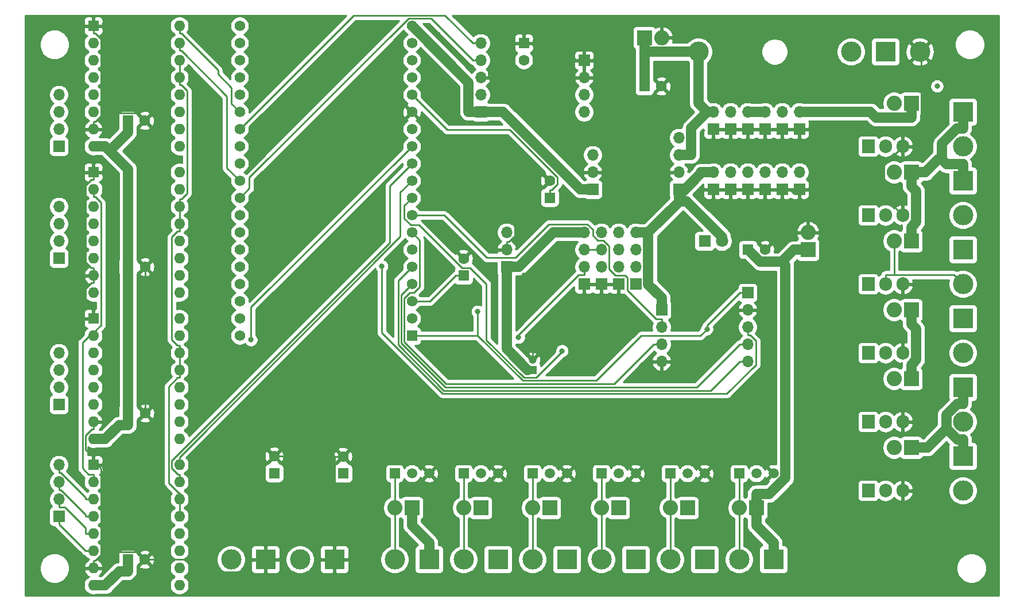
<source format=gbl>
G04 #@! TF.GenerationSoftware,KiCad,Pcbnew,(5.1.10)-1*
G04 #@! TF.CreationDate,2021-12-14T18:47:07+01:00*
G04 #@! TF.ProjectId,main_board,6d61696e-5f62-46f6-9172-642e6b696361,rev?*
G04 #@! TF.SameCoordinates,Original*
G04 #@! TF.FileFunction,Copper,L2,Bot*
G04 #@! TF.FilePolarity,Positive*
%FSLAX46Y46*%
G04 Gerber Fmt 4.6, Leading zero omitted, Abs format (unit mm)*
G04 Created by KiCad (PCBNEW (5.1.10)-1) date 2021-12-14 18:47:07*
%MOMM*%
%LPD*%
G01*
G04 APERTURE LIST*
G04 #@! TA.AperFunction,ComponentPad*
%ADD10C,1.560000*%
G04 #@! TD*
G04 #@! TA.AperFunction,ComponentPad*
%ADD11R,1.560000X1.560000*%
G04 #@! TD*
G04 #@! TA.AperFunction,ComponentPad*
%ADD12C,1.600000*%
G04 #@! TD*
G04 #@! TA.AperFunction,ComponentPad*
%ADD13R,1.600000X1.600000*%
G04 #@! TD*
G04 #@! TA.AperFunction,ComponentPad*
%ADD14O,2.240000X2.240000*%
G04 #@! TD*
G04 #@! TA.AperFunction,ComponentPad*
%ADD15R,2.240000X2.240000*%
G04 #@! TD*
G04 #@! TA.AperFunction,ComponentPad*
%ADD16C,3.000000*%
G04 #@! TD*
G04 #@! TA.AperFunction,ComponentPad*
%ADD17R,3.000000X3.000000*%
G04 #@! TD*
G04 #@! TA.AperFunction,ComponentPad*
%ADD18O,1.700000X1.700000*%
G04 #@! TD*
G04 #@! TA.AperFunction,ComponentPad*
%ADD19R,1.700000X1.700000*%
G04 #@! TD*
G04 #@! TA.AperFunction,ComponentPad*
%ADD20R,1.500000X1.500000*%
G04 #@! TD*
G04 #@! TA.AperFunction,ComponentPad*
%ADD21C,1.500000*%
G04 #@! TD*
G04 #@! TA.AperFunction,ComponentPad*
%ADD22O,1.905000X2.000000*%
G04 #@! TD*
G04 #@! TA.AperFunction,ComponentPad*
%ADD23R,1.905000X2.000000*%
G04 #@! TD*
G04 #@! TA.AperFunction,ComponentPad*
%ADD24C,1.800000*%
G04 #@! TD*
G04 #@! TA.AperFunction,ComponentPad*
%ADD25R,1.800000X1.800000*%
G04 #@! TD*
G04 #@! TA.AperFunction,ComponentPad*
%ADD26C,1.200000*%
G04 #@! TD*
G04 #@! TA.AperFunction,ComponentPad*
%ADD27R,1.200000X1.200000*%
G04 #@! TD*
G04 #@! TA.AperFunction,ComponentPad*
%ADD28O,1.600000X1.600000*%
G04 #@! TD*
G04 #@! TA.AperFunction,ViaPad*
%ADD29C,0.800000*%
G04 #@! TD*
G04 #@! TA.AperFunction,Conductor*
%ADD30C,0.250000*%
G04 #@! TD*
G04 #@! TA.AperFunction,Conductor*
%ADD31C,1.500000*%
G04 #@! TD*
G04 #@! TA.AperFunction,Conductor*
%ADD32C,1.199800*%
G04 #@! TD*
G04 #@! TA.AperFunction,Conductor*
%ADD33C,0.254000*%
G04 #@! TD*
G04 #@! TA.AperFunction,Conductor*
%ADD34C,0.100000*%
G04 #@! TD*
G04 APERTURE END LIST*
D10*
X67310000Y-15240000D03*
X67310000Y-17780000D03*
X67310000Y-20320000D03*
X67310000Y-22860000D03*
X67310000Y-25400000D03*
X67310000Y-27940000D03*
X67310000Y-30480000D03*
X67310000Y-33020000D03*
X67310000Y-35560000D03*
X67310000Y-38100000D03*
X67310000Y-40640000D03*
X67310000Y-43180000D03*
X67310000Y-45720000D03*
X67310000Y-48260000D03*
X67310000Y-50800000D03*
X67310000Y-53340000D03*
X67310000Y-55880000D03*
X67310000Y-58420000D03*
X67310000Y-60960000D03*
X92710000Y-17780000D03*
X92710000Y-20320000D03*
X92710000Y-22860000D03*
X92710000Y-25400000D03*
X92710000Y-27940000D03*
X92710000Y-30480000D03*
X92710000Y-33020000D03*
X92710000Y-35560000D03*
X92710000Y-38100000D03*
X92710000Y-40640000D03*
X92710000Y-43180000D03*
X92710000Y-45720000D03*
X92710000Y-48260000D03*
X92710000Y-50800000D03*
X92710000Y-53340000D03*
X92710000Y-55880000D03*
X92710000Y-15240000D03*
X92710000Y-58420000D03*
D11*
X92710000Y-60960000D03*
D12*
X129500000Y-24130000D03*
D13*
X127000000Y-24130000D03*
D14*
X151130000Y-45720000D03*
D15*
X151130000Y-48260000D03*
D14*
X129540000Y-17000000D03*
D15*
X127000000Y-17000000D03*
D14*
X140970000Y-86360000D03*
D15*
X143510000Y-86360000D03*
D14*
X130810000Y-86360000D03*
D15*
X133350000Y-86360000D03*
D14*
X120650000Y-86360000D03*
D15*
X123190000Y-86360000D03*
D14*
X110490000Y-86360000D03*
D15*
X113030000Y-86360000D03*
D14*
X100330000Y-86360000D03*
D15*
X102870000Y-86360000D03*
D14*
X90170000Y-86360000D03*
D15*
X92710000Y-86360000D03*
D14*
X163830000Y-26670000D03*
D15*
X166370000Y-26670000D03*
D14*
X163830000Y-36830000D03*
D15*
X166370000Y-36830000D03*
D14*
X163830000Y-46990000D03*
D15*
X166370000Y-46990000D03*
D14*
X163830000Y-57150000D03*
D15*
X166370000Y-57150000D03*
D14*
X163830000Y-67310000D03*
D15*
X166370000Y-67310000D03*
D14*
X163830000Y-77470000D03*
D15*
X166370000Y-77470000D03*
D16*
X167640000Y-19050000D03*
D17*
X162560000Y-19050000D03*
D16*
X76200000Y-93980000D03*
D17*
X81280000Y-93980000D03*
D16*
X66040000Y-93980000D03*
D17*
X71120000Y-93980000D03*
D16*
X140970000Y-93980000D03*
D17*
X146050000Y-93980000D03*
D16*
X130810000Y-93980000D03*
D17*
X135890000Y-93980000D03*
D16*
X120650000Y-93980000D03*
D17*
X125730000Y-93980000D03*
D16*
X110490000Y-93980000D03*
D17*
X115570000Y-93980000D03*
D16*
X100330000Y-93980000D03*
D17*
X105410000Y-93980000D03*
D16*
X90170000Y-93980000D03*
D17*
X95250000Y-93980000D03*
D16*
X173990000Y-33020000D03*
D17*
X173990000Y-27940000D03*
D16*
X173990000Y-43180000D03*
D17*
X173990000Y-38100000D03*
D16*
X173990000Y-53340000D03*
D17*
X173990000Y-48260000D03*
D16*
X173990000Y-63500000D03*
D17*
X173990000Y-58420000D03*
D16*
X173990000Y-73660000D03*
D17*
X173990000Y-68580000D03*
D16*
X173990000Y-83820000D03*
D17*
X173990000Y-78740000D03*
D18*
X142240000Y-64770000D03*
X142240000Y-62230000D03*
X142240000Y-59690000D03*
X142240000Y-57150000D03*
D19*
X142240000Y-54610000D03*
D20*
X140970000Y-81280000D03*
D21*
X146050000Y-81280000D03*
X143510000Y-81280000D03*
D20*
X130810000Y-81280000D03*
D21*
X135890000Y-81280000D03*
X133350000Y-81280000D03*
D20*
X120650000Y-81280000D03*
D21*
X125730000Y-81280000D03*
X123190000Y-81280000D03*
D20*
X110490000Y-81280000D03*
D21*
X115570000Y-81280000D03*
X113030000Y-81280000D03*
D20*
X100330000Y-81280000D03*
D21*
X105410000Y-81280000D03*
X102870000Y-81280000D03*
D20*
X90170000Y-81280000D03*
D21*
X95250000Y-81280000D03*
X92710000Y-81280000D03*
D22*
X165100000Y-33020000D03*
X162560000Y-33020000D03*
D23*
X160020000Y-33020000D03*
D22*
X165100000Y-43180000D03*
X162560000Y-43180000D03*
D23*
X160020000Y-43180000D03*
D22*
X165100000Y-53340000D03*
X162560000Y-53340000D03*
D23*
X160020000Y-53340000D03*
D22*
X165100000Y-63500000D03*
X162560000Y-63500000D03*
D23*
X160020000Y-63500000D03*
D22*
X165100000Y-73660000D03*
X162560000Y-73660000D03*
D23*
X160020000Y-73660000D03*
D22*
X165100000Y-83820000D03*
X162560000Y-83820000D03*
D23*
X160020000Y-83820000D03*
D18*
X149860000Y-36830000D03*
D19*
X149860000Y-39370000D03*
D18*
X147320000Y-36830000D03*
D19*
X147320000Y-39370000D03*
D18*
X144780000Y-36830000D03*
D19*
X144780000Y-39370000D03*
D18*
X137160000Y-27940000D03*
D19*
X137160000Y-30480000D03*
D18*
X139700000Y-27940000D03*
D19*
X139700000Y-30480000D03*
D18*
X142240000Y-27940000D03*
D19*
X142240000Y-30480000D03*
D18*
X118110000Y-27940000D03*
X118110000Y-25400000D03*
X118110000Y-22860000D03*
D19*
X118110000Y-20320000D03*
D18*
X119380000Y-34290000D03*
X119380000Y-36830000D03*
D19*
X119380000Y-39370000D03*
D18*
X142240000Y-36830000D03*
D19*
X142240000Y-39370000D03*
D18*
X139700000Y-36830000D03*
D19*
X139700000Y-39370000D03*
D18*
X137160000Y-36830000D03*
D19*
X137160000Y-39370000D03*
D18*
X144780000Y-27940000D03*
D19*
X144780000Y-30480000D03*
D18*
X147320000Y-27940000D03*
D19*
X147320000Y-30480000D03*
D18*
X149860000Y-27940000D03*
D19*
X149860000Y-30480000D03*
D18*
X132080000Y-31750000D03*
X132080000Y-34290000D03*
X132080000Y-36830000D03*
D19*
X132080000Y-39370000D03*
D18*
X102870000Y-17780000D03*
X102870000Y-20320000D03*
X102870000Y-22860000D03*
X102870000Y-25400000D03*
D19*
X102870000Y-27940000D03*
D18*
X129540000Y-64770000D03*
X129540000Y-62230000D03*
X129540000Y-59690000D03*
D19*
X129540000Y-57150000D03*
D18*
X106680000Y-45720000D03*
X106680000Y-48260000D03*
D19*
X106680000Y-50800000D03*
D18*
X118110000Y-45720000D03*
X118110000Y-48260000D03*
X118110000Y-50800000D03*
D19*
X118110000Y-53340000D03*
D18*
X120650000Y-45720000D03*
X120650000Y-48260000D03*
X120650000Y-50800000D03*
D19*
X120650000Y-53340000D03*
D18*
X123190000Y-45720000D03*
X123190000Y-48260000D03*
X123190000Y-50800000D03*
D19*
X123190000Y-53340000D03*
D18*
X125730000Y-45720000D03*
X125730000Y-48260000D03*
X125730000Y-50800000D03*
D19*
X125730000Y-53340000D03*
D18*
X40640000Y-80010000D03*
X40640000Y-82550000D03*
X40640000Y-85090000D03*
D19*
X40640000Y-87630000D03*
D18*
X40640000Y-63500000D03*
X40640000Y-66040000D03*
X40640000Y-68580000D03*
D19*
X40640000Y-71120000D03*
D18*
X40640000Y-41910000D03*
X40640000Y-44450000D03*
X40640000Y-46990000D03*
D19*
X40640000Y-49530000D03*
X40640000Y-33020000D03*
D18*
X40640000Y-30480000D03*
X40640000Y-27940000D03*
X40640000Y-25400000D03*
D16*
X157480000Y-19050000D03*
X134980000Y-19050000D03*
D24*
X138430000Y-46990000D03*
D25*
X135890000Y-46990000D03*
D12*
X109220000Y-20280000D03*
D13*
X109220000Y-17780000D03*
D12*
X113030000Y-38100000D03*
D13*
X113030000Y-40600000D03*
D12*
X144780000Y-48260000D03*
D13*
X142280000Y-48260000D03*
D12*
X100330000Y-49570000D03*
D13*
X100330000Y-52070000D03*
D12*
X82550000Y-78780000D03*
D13*
X82550000Y-81280000D03*
D12*
X72390000Y-78740000D03*
D13*
X72390000Y-81240000D03*
D26*
X110490000Y-64540000D03*
D27*
X110490000Y-66040000D03*
D13*
X50800000Y-93980000D03*
D12*
X53300000Y-93980000D03*
X53340000Y-72390000D03*
D13*
X50840000Y-72390000D03*
D12*
X53340000Y-50800000D03*
D13*
X50840000Y-50800000D03*
D12*
X53300000Y-29210000D03*
D13*
X50800000Y-29210000D03*
D28*
X58420000Y-80010000D03*
X45720000Y-97790000D03*
X58420000Y-82550000D03*
X45720000Y-95250000D03*
X58420000Y-85090000D03*
X45720000Y-92710000D03*
X58420000Y-87630000D03*
X45720000Y-90170000D03*
X58420000Y-90170000D03*
X45720000Y-87630000D03*
X58420000Y-92710000D03*
X45720000Y-85090000D03*
X58420000Y-95250000D03*
X45720000Y-82550000D03*
X58420000Y-97790000D03*
D13*
X45720000Y-80010000D03*
D28*
X58420000Y-58420000D03*
X45720000Y-76200000D03*
X58420000Y-60960000D03*
X45720000Y-73660000D03*
X58420000Y-63500000D03*
X45720000Y-71120000D03*
X58420000Y-66040000D03*
X45720000Y-68580000D03*
X58420000Y-68580000D03*
X45720000Y-66040000D03*
X58420000Y-71120000D03*
X45720000Y-63500000D03*
X58420000Y-73660000D03*
X45720000Y-60960000D03*
X58420000Y-76200000D03*
D13*
X45720000Y-58420000D03*
D28*
X58420000Y-36830000D03*
X45720000Y-54610000D03*
X58420000Y-39370000D03*
X45720000Y-52070000D03*
X58420000Y-41910000D03*
X45720000Y-49530000D03*
X58420000Y-44450000D03*
X45720000Y-46990000D03*
X58420000Y-46990000D03*
X45720000Y-44450000D03*
X58420000Y-49530000D03*
X45720000Y-41910000D03*
X58420000Y-52070000D03*
X45720000Y-39370000D03*
X58420000Y-54610000D03*
D13*
X45720000Y-36830000D03*
D28*
X58420000Y-15240000D03*
X45720000Y-33020000D03*
X58420000Y-17780000D03*
X45720000Y-30480000D03*
X58420000Y-20320000D03*
X45720000Y-27940000D03*
X58420000Y-22860000D03*
X45720000Y-25400000D03*
X58420000Y-25400000D03*
X45720000Y-22860000D03*
X58420000Y-27940000D03*
X45720000Y-20320000D03*
X58420000Y-30480000D03*
X45720000Y-17780000D03*
X58420000Y-33020000D03*
D13*
X45720000Y-15240000D03*
D29*
X170180000Y-24130000D03*
X96520000Y-25400000D03*
X63000000Y-64770000D03*
X63000000Y-52070000D03*
X63000000Y-43000000D03*
X63000000Y-36830000D03*
X128270000Y-30480000D03*
X125730000Y-38100000D03*
X121920000Y-17780000D03*
X114300000Y-22860000D03*
X104140000Y-33020000D03*
X99060000Y-40640000D03*
X111760000Y-54610000D03*
X135890000Y-53340000D03*
X130810000Y-49530000D03*
X149860000Y-53340000D03*
X168910000Y-96520000D03*
X151130000Y-68580000D03*
X151130000Y-80010000D03*
X134620000Y-71120000D03*
X144780000Y-71120000D03*
X82550000Y-63500000D03*
X81280000Y-49530000D03*
X85090000Y-55880000D03*
X86360000Y-53340000D03*
X74930000Y-44450000D03*
X81280000Y-36830000D03*
X83820000Y-27940000D03*
X74930000Y-27940000D03*
X81280000Y-21590000D03*
X72390000Y-20320000D03*
X52070000Y-19050000D03*
X53340000Y-40640000D03*
X54610000Y-63500000D03*
X54610000Y-86360000D03*
X76200000Y-71120000D03*
X93980000Y-71120000D03*
X99060000Y-64770000D03*
X78740000Y-53340000D03*
X115570000Y-55880000D03*
X100330000Y-55880000D03*
X96520000Y-16510000D03*
X96520000Y-16510000D03*
X109220000Y-52070000D03*
X83820000Y-58420000D03*
X97790000Y-57150000D03*
X64770000Y-57150000D03*
X96520000Y-50800000D03*
X90170000Y-49530000D03*
X136227700Y-59993100D03*
X102411900Y-57377700D03*
X88253500Y-50693600D03*
X108441600Y-61225800D03*
X68983500Y-61568700D03*
X114871100Y-63205000D03*
D30*
X58420000Y-16365300D02*
X58701300Y-16365300D01*
X58701300Y-16365300D02*
X64102500Y-21766500D01*
X64102500Y-21766500D02*
X64102500Y-22353800D01*
X64102500Y-22353800D02*
X66100500Y-24351800D01*
X66100500Y-24351800D02*
X66100500Y-26730500D01*
X66100500Y-26730500D02*
X67310000Y-27940000D01*
X58420000Y-15240000D02*
X58420000Y-16365300D01*
D31*
X50840000Y-72390000D02*
X50840000Y-74140300D01*
X50840000Y-74140300D02*
X49530000Y-74140300D01*
X49530000Y-74140300D02*
X47470300Y-76200000D01*
X50840000Y-50800000D02*
X50840000Y-72390000D01*
X45720000Y-76200000D02*
X47470300Y-76200000D01*
X173990000Y-68580000D02*
X173990000Y-71030300D01*
X171539600Y-74681800D02*
X171539600Y-72638400D01*
X171539600Y-72638400D02*
X173147700Y-71030300D01*
X173147700Y-71030300D02*
X173990000Y-71030300D01*
X173990000Y-76289700D02*
X173147500Y-76289700D01*
X173147500Y-76289700D02*
X171539600Y-74681800D01*
X171539600Y-74681800D02*
X168751400Y-77470000D01*
X168751400Y-77470000D02*
X166370000Y-77470000D01*
X173990000Y-38100000D02*
X173990000Y-35649700D01*
X170882600Y-34992600D02*
X170882600Y-32612500D01*
X170882600Y-32612500D02*
X173104800Y-30390300D01*
X173104800Y-30390300D02*
X173990000Y-30390300D01*
X173990000Y-35649700D02*
X171539700Y-35649700D01*
X171539700Y-35649700D02*
X170882600Y-34992600D01*
X170882600Y-34992600D02*
X170277700Y-34992600D01*
X170277700Y-34992600D02*
X168440300Y-36830000D01*
X166370000Y-36830000D02*
X168440300Y-36830000D01*
X173990000Y-27940000D02*
X173990000Y-30390300D01*
X166370000Y-36830000D02*
X166370000Y-38900300D01*
X166370000Y-46990000D02*
X166370000Y-44919700D01*
X166370000Y-44919700D02*
X167072900Y-44216800D01*
X167072900Y-44216800D02*
X167072900Y-39603200D01*
X167072900Y-39603200D02*
X166370000Y-38900300D01*
X166370000Y-57150000D02*
X166370000Y-59220300D01*
X166370000Y-67310000D02*
X166370000Y-65239700D01*
X166370000Y-65239700D02*
X167072900Y-64536800D01*
X167072900Y-64536800D02*
X167072900Y-59923200D01*
X167072900Y-59923200D02*
X166370000Y-59220300D01*
X166370000Y-26670000D02*
X166370000Y-28740300D01*
X149860000Y-27940000D02*
X160355600Y-27940000D01*
X160355600Y-27940000D02*
X161155900Y-28740300D01*
X161155900Y-28740300D02*
X166370000Y-28740300D01*
X173990000Y-78740000D02*
X173990000Y-76289700D01*
X136259900Y-27940000D02*
X133880300Y-30319600D01*
X133880300Y-30319600D02*
X133880300Y-34290000D01*
X132080000Y-34290000D02*
X133880300Y-34290000D01*
X136259900Y-27940000D02*
X134959700Y-26639800D01*
X134959700Y-26639800D02*
X134959700Y-19070300D01*
X127000000Y-19070300D02*
X127000000Y-24130000D01*
X134959700Y-19070300D02*
X127000000Y-19070300D01*
X134980000Y-19050000D02*
X134959700Y-19070300D01*
X137160000Y-27940000D02*
X136259900Y-27940000D01*
X144780000Y-27940000D02*
X142240000Y-27940000D01*
X127000000Y-17000000D02*
X127000000Y-19070300D01*
X48105300Y-33655000D02*
X50840000Y-36389700D01*
X50840000Y-36389700D02*
X50840000Y-50800000D01*
X47270400Y-33020000D02*
X47470300Y-33020000D01*
X47470300Y-33020000D02*
X48105300Y-33655000D01*
X48105300Y-33655000D02*
X50800000Y-30960300D01*
X45720000Y-33020000D02*
X47270400Y-33020000D01*
X50800000Y-93980000D02*
X50800000Y-95730300D01*
X45720000Y-97790000D02*
X47470300Y-97790000D01*
X47470300Y-97790000D02*
X49530000Y-95730300D01*
X49530000Y-95730300D02*
X50800000Y-95730300D01*
X50800000Y-29210000D02*
X50800000Y-30960300D01*
D30*
X58420000Y-18905300D02*
X58701300Y-18905300D01*
X58701300Y-18905300D02*
X65425100Y-25629100D01*
X65425100Y-25629100D02*
X65425100Y-36215100D01*
X65425100Y-36215100D02*
X67310000Y-38100000D01*
X58420000Y-17780000D02*
X58420000Y-18905300D01*
X142240000Y-57150000D02*
X141064700Y-57150000D01*
X141064700Y-57150000D02*
X133444700Y-64770000D01*
X133444700Y-64770000D02*
X129540000Y-64770000D01*
X165100000Y-43180000D02*
X162343000Y-40423000D01*
X162343000Y-40423000D02*
X162343000Y-35777000D01*
X162343000Y-35777000D02*
X165100000Y-33020000D01*
X118110000Y-53340000D02*
X118110000Y-54515300D01*
X118110000Y-54515300D02*
X110490000Y-62135300D01*
X110490000Y-62135300D02*
X110490000Y-64540000D01*
X107886500Y-42671900D02*
X107441900Y-42671900D01*
X107441900Y-42671900D02*
X92710000Y-27940000D01*
X113030000Y-38100000D02*
X108458100Y-42671900D01*
X108458100Y-42671900D02*
X107886500Y-42671900D01*
X107886500Y-42671900D02*
X107886500Y-46245600D01*
X107886500Y-46245600D02*
X107047400Y-47084700D01*
X107047400Y-47084700D02*
X106680000Y-47084700D01*
X106680000Y-48260000D02*
X106680000Y-47084700D01*
X147320000Y-39370000D02*
X148495300Y-39370000D01*
X149860000Y-39957600D02*
X149082900Y-39957600D01*
X149082900Y-39957600D02*
X148495300Y-39370000D01*
X149860000Y-39957600D02*
X149860000Y-40545300D01*
X149860000Y-39370000D02*
X149860000Y-39957600D01*
X147320000Y-39370000D02*
X144780000Y-39370000D01*
X118110000Y-20320000D02*
X116934700Y-20320000D01*
X116934700Y-20320000D02*
X114394700Y-17780000D01*
X114394700Y-17780000D02*
X109220000Y-17780000D01*
X118110000Y-22860000D02*
X118110000Y-20320000D01*
X45720000Y-52070000D02*
X45720000Y-50944700D01*
X45720000Y-36830000D02*
X45720000Y-37955300D01*
X45720000Y-37955300D02*
X45438700Y-37955300D01*
X45438700Y-37955300D02*
X44594700Y-38799300D01*
X44594700Y-38799300D02*
X44594700Y-50100800D01*
X44594700Y-50100800D02*
X45438600Y-50944700D01*
X45438600Y-50944700D02*
X45720000Y-50944700D01*
X165100000Y-33020000D02*
X166377800Y-33020000D01*
X166377800Y-33020000D02*
X167815400Y-31582400D01*
X167815400Y-31582400D02*
X167815400Y-19225400D01*
X167815400Y-19225400D02*
X167640000Y-19050000D01*
X151130000Y-45720000D02*
X147320000Y-45720000D01*
X147320000Y-45720000D02*
X144780000Y-48260000D01*
X149860000Y-40545300D02*
X151130000Y-41815300D01*
X151130000Y-41815300D02*
X151130000Y-45720000D01*
X71120000Y-93980000D02*
X69294700Y-93980000D01*
X69294700Y-93980000D02*
X67469400Y-95805300D01*
X67469400Y-95805300D02*
X62431000Y-95805300D01*
X62431000Y-95805300D02*
X60605700Y-93980000D01*
X60605700Y-93980000D02*
X53300000Y-93980000D01*
X46845300Y-92830600D02*
X52150600Y-92830600D01*
X52150600Y-92830600D02*
X53300000Y-93980000D01*
X46845300Y-92830600D02*
X46845300Y-93280800D01*
X46845300Y-93280800D02*
X46001400Y-94124700D01*
X46001400Y-94124700D02*
X45720000Y-94124700D01*
X45720000Y-79447300D02*
X46845300Y-80572600D01*
X46845300Y-80572600D02*
X46845300Y-92830600D01*
X53340000Y-72390000D02*
X53340000Y-50800000D01*
X46845300Y-28061500D02*
X52151500Y-28061500D01*
X52151500Y-28061500D02*
X53300000Y-29210000D01*
X45720000Y-95250000D02*
X45720000Y-94124700D01*
X45720000Y-79447300D02*
X45720000Y-78884700D01*
X45720000Y-80010000D02*
X45720000Y-79447300D01*
X46845300Y-28061500D02*
X46845300Y-28510800D01*
X46845300Y-28510800D02*
X46001400Y-29354700D01*
X46001400Y-29354700D02*
X45720000Y-29354700D01*
X45720000Y-16365300D02*
X46001300Y-16365300D01*
X46001300Y-16365300D02*
X46845300Y-17209300D01*
X46845300Y-17209300D02*
X46845300Y-28061500D01*
X45720000Y-30480000D02*
X45720000Y-29354700D01*
X45720000Y-15240000D02*
X45720000Y-16365300D01*
X81280000Y-78780000D02*
X82550000Y-78780000D01*
X72390000Y-78740000D02*
X81240000Y-78740000D01*
X81240000Y-78740000D02*
X81280000Y-78780000D01*
X81280000Y-78780000D02*
X81280000Y-92154700D01*
X81280000Y-93980000D02*
X81280000Y-92154700D01*
X102870000Y-22860000D02*
X104045300Y-22860000D01*
X109220000Y-17780000D02*
X108094700Y-17780000D01*
X108094700Y-17780000D02*
X104045300Y-21829400D01*
X104045300Y-21829400D02*
X104045300Y-22860000D01*
X45720000Y-73660000D02*
X45720000Y-74785300D01*
X45720000Y-74785300D02*
X45487400Y-74785300D01*
X45487400Y-74785300D02*
X44594700Y-75678000D01*
X44594700Y-75678000D02*
X44594700Y-77759400D01*
X44594700Y-77759400D02*
X45720000Y-78884700D01*
X45720000Y-58420000D02*
X45720000Y-57294700D01*
X45720000Y-52070000D02*
X45720000Y-53195300D01*
X45720000Y-53195300D02*
X45438700Y-53195300D01*
X45438700Y-53195300D02*
X44594700Y-54039300D01*
X44594700Y-54039300D02*
X44594700Y-56169400D01*
X44594700Y-56169400D02*
X45720000Y-57294700D01*
X58420000Y-22860000D02*
X58420000Y-23985300D01*
X58420000Y-23985300D02*
X58701400Y-23985300D01*
X58701400Y-23985300D02*
X59545300Y-24829200D01*
X59545300Y-24829200D02*
X59545300Y-39940800D01*
X59545300Y-39940800D02*
X58701400Y-40784700D01*
X58701400Y-40784700D02*
X58420000Y-40784700D01*
X58420000Y-20320000D02*
X58420000Y-22860000D01*
X58420000Y-41910000D02*
X58420000Y-40784700D01*
X58420000Y-67165300D02*
X58138600Y-67165300D01*
X58138600Y-67165300D02*
X56844400Y-68459500D01*
X56844400Y-68459500D02*
X56844400Y-82670500D01*
X56844400Y-82670500D02*
X58314600Y-84140700D01*
X58314600Y-84140700D02*
X58420000Y-84140700D01*
X58420000Y-85090000D02*
X58420000Y-84140700D01*
X58420000Y-41910000D02*
X58420000Y-44450000D01*
X58420000Y-63500000D02*
X58420000Y-62374700D01*
X58420000Y-44450000D02*
X58420000Y-45575300D01*
X58420000Y-45575300D02*
X58138700Y-45575300D01*
X58138700Y-45575300D02*
X57294700Y-46419300D01*
X57294700Y-46419300D02*
X57294700Y-61530800D01*
X57294700Y-61530800D02*
X58138600Y-62374700D01*
X58138600Y-62374700D02*
X58420000Y-62374700D01*
X58420000Y-87630000D02*
X58420000Y-85090000D01*
X58420000Y-66040000D02*
X58420000Y-67165300D01*
X58420000Y-63500000D02*
X58420000Y-66040000D01*
X45720000Y-39370000D02*
X45720000Y-40495300D01*
X45720000Y-40495300D02*
X46001300Y-40495300D01*
X46001300Y-40495300D02*
X46845400Y-41339400D01*
X46845400Y-41339400D02*
X46845400Y-59408700D01*
X46845400Y-59408700D02*
X45856800Y-60397300D01*
X45856800Y-60397300D02*
X45720000Y-60397300D01*
X45720000Y-82550000D02*
X45720000Y-81424700D01*
X45720000Y-60397300D02*
X44135300Y-61982000D01*
X44135300Y-61982000D02*
X44135300Y-80543300D01*
X44135300Y-80543300D02*
X45016700Y-81424700D01*
X45016700Y-81424700D02*
X45720000Y-81424700D01*
X45720000Y-60960000D02*
X45720000Y-60397300D01*
X58420000Y-80010000D02*
X58420000Y-78884700D01*
X58420000Y-78884700D02*
X91010400Y-46294300D01*
X91010400Y-46294300D02*
X91010400Y-39799600D01*
X91010400Y-39799600D02*
X92710000Y-38100000D01*
X58420000Y-81424700D02*
X58182900Y-81424700D01*
X58182900Y-81424700D02*
X57294700Y-80536500D01*
X57294700Y-80536500D02*
X57294700Y-79373100D01*
X57294700Y-79373100D02*
X89450100Y-47217700D01*
X89450100Y-47217700D02*
X89450100Y-38819900D01*
X89450100Y-38819900D02*
X92710000Y-35560000D01*
X58420000Y-82550000D02*
X58420000Y-81424700D01*
X40640000Y-87630000D02*
X40640000Y-88805300D01*
X45720000Y-92710000D02*
X44594700Y-92710000D01*
X44594700Y-92710000D02*
X40690000Y-88805300D01*
X40690000Y-88805300D02*
X40640000Y-88805300D01*
X40640000Y-85090000D02*
X40640000Y-86265300D01*
X45720000Y-90170000D02*
X44594700Y-90170000D01*
X44594700Y-90170000D02*
X44594700Y-89326000D01*
X44594700Y-89326000D02*
X41534000Y-86265300D01*
X41534000Y-86265300D02*
X40640000Y-86265300D01*
X40640000Y-82550000D02*
X40640000Y-83725300D01*
X45720000Y-87630000D02*
X44594700Y-87630000D01*
X44594700Y-87630000D02*
X44594700Y-87348700D01*
X44594700Y-87348700D02*
X40971300Y-83725300D01*
X40971300Y-83725300D02*
X40640000Y-83725300D01*
X40640000Y-80010000D02*
X40640000Y-81185300D01*
X45720000Y-85090000D02*
X44594700Y-85090000D01*
X44594700Y-85090000D02*
X44594700Y-84808700D01*
X44594700Y-84808700D02*
X40971300Y-81185300D01*
X40971300Y-81185300D02*
X40640000Y-81185300D01*
D31*
X137160000Y-36830000D02*
X135359700Y-36830000D01*
X132080000Y-40270100D02*
X135359700Y-36990400D01*
X135359700Y-36990400D02*
X135359700Y-36830000D01*
X132080000Y-40270100D02*
X132080000Y-41170300D01*
X132080000Y-39370000D02*
X132080000Y-40270100D01*
X132080000Y-41170300D02*
X132080000Y-41203700D01*
X132080000Y-41203700D02*
X127563700Y-45720000D01*
X138430000Y-46990000D02*
X138430000Y-46349000D01*
X138430000Y-46349000D02*
X133251300Y-41170300D01*
X133251300Y-41170300D02*
X132080000Y-41170300D01*
X109789900Y-66040000D02*
X106680000Y-62930100D01*
X106680000Y-62930100D02*
X106680000Y-50800000D01*
D32*
X109789900Y-66040000D02*
X110490000Y-66040000D01*
D31*
X102870000Y-27940000D02*
X101069700Y-27940000D01*
X101069700Y-27940000D02*
X101069700Y-23599700D01*
X101069700Y-23599700D02*
X92710000Y-15240000D01*
X117579700Y-39370000D02*
X106149700Y-27940000D01*
X106149700Y-27940000D02*
X102870000Y-27940000D01*
X146050000Y-93980000D02*
X146050000Y-91529700D01*
X146050000Y-91529700D02*
X143510000Y-88989700D01*
X143510000Y-88989700D02*
X143510000Y-86360000D01*
X143510000Y-86360000D02*
X143510000Y-84289700D01*
X147262000Y-50057700D02*
X147777300Y-50573000D01*
X147777300Y-50573000D02*
X147777300Y-81963300D01*
X147777300Y-81963300D02*
X145450900Y-84289700D01*
X145450900Y-84289700D02*
X143510000Y-84289700D01*
X147262000Y-50057700D02*
X149059700Y-48260000D01*
X142280000Y-48260000D02*
X144077700Y-50057700D01*
X144077700Y-50057700D02*
X147262000Y-50057700D01*
X127563700Y-45720000D02*
X127530300Y-45720000D01*
X129540000Y-55349700D02*
X127563700Y-53373400D01*
X127563700Y-53373400D02*
X127563700Y-45720000D01*
X129540000Y-57150000D02*
X129540000Y-55349700D01*
X125730000Y-45720000D02*
X127530300Y-45720000D01*
X119380000Y-39370000D02*
X117579700Y-39370000D01*
X106680000Y-50800000D02*
X108480300Y-50800000D01*
X108480300Y-50800000D02*
X113560300Y-45720000D01*
X113560300Y-45720000D02*
X118110000Y-45720000D01*
X95250000Y-93980000D02*
X95250000Y-91529700D01*
X95250000Y-91529700D02*
X92710000Y-88989700D01*
X92710000Y-88989700D02*
X92710000Y-86360000D01*
X151130000Y-48260000D02*
X149059700Y-48260000D01*
D30*
X92710000Y-50800000D02*
X90682800Y-52827200D01*
X90682800Y-52827200D02*
X90682800Y-62304500D01*
X90682800Y-62304500D02*
X97419200Y-69040900D01*
X97419200Y-69040900D02*
X136793800Y-69040900D01*
X136793800Y-69040900D02*
X141064700Y-64770000D01*
X142240000Y-64770000D02*
X141064700Y-64770000D01*
X136227700Y-59993100D02*
X135260800Y-60960000D01*
X135260800Y-60960000D02*
X126550300Y-60960000D01*
X126550300Y-60960000D02*
X119919000Y-67591300D01*
X119919000Y-67591300D02*
X109071300Y-67591300D01*
X109071300Y-67591300D02*
X102411900Y-60931900D01*
X141064700Y-54610000D02*
X136227700Y-59447000D01*
X136227700Y-59447000D02*
X136227700Y-59993100D01*
X142240000Y-54610000D02*
X141064700Y-54610000D01*
X102411900Y-57377700D02*
X102411900Y-60931900D01*
X102411900Y-60931900D02*
X93843400Y-60931900D01*
X93843400Y-60931900D02*
X93815300Y-60960000D01*
X92710000Y-60960000D02*
X93815300Y-60960000D01*
X100330000Y-52070000D02*
X99204700Y-52070000D01*
X99204700Y-52070000D02*
X95394700Y-55880000D01*
X95394700Y-55880000D02*
X92710000Y-55880000D01*
X129540000Y-62230000D02*
X128364700Y-62230000D01*
X128364700Y-62230000D02*
X122547900Y-68046800D01*
X122547900Y-68046800D02*
X97762600Y-68046800D01*
X97762600Y-68046800D02*
X91600800Y-61885000D01*
X91600800Y-61885000D02*
X91600800Y-55423700D01*
X91600800Y-55423700D02*
X92414500Y-54610000D01*
X92414500Y-54610000D02*
X93027400Y-54610000D01*
X93027400Y-54610000D02*
X93865300Y-53772100D01*
X93865300Y-53772100D02*
X93865300Y-46875300D01*
X93865300Y-46875300D02*
X92710000Y-45720000D01*
X92710000Y-53340000D02*
X91150400Y-54899600D01*
X91150400Y-54899600D02*
X91150400Y-62075700D01*
X91150400Y-62075700D02*
X97636300Y-68561600D01*
X97636300Y-68561600D02*
X134733100Y-68561600D01*
X134733100Y-68561600D02*
X141064700Y-62230000D01*
X142240000Y-62230000D02*
X141064700Y-62230000D01*
X88253500Y-50693600D02*
X88253500Y-60521000D01*
X88253500Y-60521000D02*
X97247000Y-69514500D01*
X97247000Y-69514500D02*
X139190100Y-69514500D01*
X139190100Y-69514500D02*
X143467600Y-65237000D01*
X143467600Y-65237000D02*
X143467600Y-61725600D01*
X143467600Y-61725600D02*
X142607300Y-60865300D01*
X142607300Y-60865300D02*
X142240000Y-60865300D01*
X142240000Y-59690000D02*
X142240000Y-60865300D01*
X113030000Y-40600000D02*
X113030000Y-39474700D01*
X113030000Y-39474700D02*
X113311300Y-39474700D01*
X113311300Y-39474700D02*
X114157600Y-38628400D01*
X114157600Y-38628400D02*
X114157600Y-37582800D01*
X114157600Y-37582800D02*
X107159700Y-30584900D01*
X107159700Y-30584900D02*
X97894900Y-30584900D01*
X97894900Y-30584900D02*
X92710000Y-25400000D01*
X162560000Y-53340000D02*
X162560000Y-52014700D01*
X163830000Y-52014600D02*
X163829900Y-52014700D01*
X163829900Y-52014700D02*
X162560000Y-52014700D01*
X173990000Y-53340000D02*
X172664600Y-52014600D01*
X172664600Y-52014600D02*
X163830000Y-52014600D01*
X163830000Y-52014600D02*
X163830000Y-48435300D01*
X163830000Y-46990000D02*
X163830000Y-48435300D01*
X90170000Y-93980000D02*
X90170000Y-86360000D01*
X90170000Y-81280000D02*
X90170000Y-86360000D01*
X100330000Y-93980000D02*
X100330000Y-86360000D01*
X100330000Y-81280000D02*
X100330000Y-86360000D01*
X110490000Y-93980000D02*
X110490000Y-86360000D01*
X110490000Y-81280000D02*
X110490000Y-86360000D01*
X120650000Y-93980000D02*
X120650000Y-86360000D01*
X120650000Y-81280000D02*
X120650000Y-86360000D01*
X130810000Y-86360000D02*
X130810000Y-93980000D01*
X130810000Y-81280000D02*
X130810000Y-86360000D01*
X140970000Y-93980000D02*
X140970000Y-86360000D01*
X140970000Y-81280000D02*
X140970000Y-86360000D01*
X120650000Y-48260000D02*
X118110000Y-48260000D01*
X118110000Y-50800000D02*
X118110000Y-51975300D01*
X118110000Y-51975300D02*
X117313400Y-51975300D01*
X117313400Y-51975300D02*
X108441600Y-60847100D01*
X108441600Y-60847100D02*
X108441600Y-61225800D01*
X129540000Y-58514700D02*
X128732000Y-58514700D01*
X128732000Y-58514700D02*
X124460000Y-54242700D01*
X124460000Y-54242700D02*
X124460000Y-52405900D01*
X124460000Y-52405900D02*
X124124100Y-52070000D01*
X124124100Y-52070000D02*
X122746500Y-52070000D01*
X122746500Y-52070000D02*
X121825400Y-51148900D01*
X121825400Y-51148900D02*
X121825400Y-47734400D01*
X121825400Y-47734400D02*
X120986400Y-46895400D01*
X120986400Y-46895400D02*
X120124400Y-46895400D01*
X120124400Y-46895400D02*
X119380000Y-46151000D01*
X119380000Y-46151000D02*
X119380000Y-45317400D01*
X119380000Y-45317400D02*
X118589300Y-44526700D01*
X118589300Y-44526700D02*
X112879500Y-44526700D01*
X112879500Y-44526700D02*
X107967200Y-49439000D01*
X107967200Y-49439000D02*
X103741700Y-49439000D01*
X103741700Y-49439000D02*
X97482700Y-43180000D01*
X97482700Y-43180000D02*
X92710000Y-43180000D01*
X129540000Y-59690000D02*
X129540000Y-58514700D01*
X102870000Y-17780000D02*
X101694700Y-17780000D01*
X101694700Y-17780000D02*
X97594200Y-13679500D01*
X97594200Y-13679500D02*
X84110500Y-13679500D01*
X84110500Y-13679500D02*
X67310000Y-30480000D01*
X102870000Y-20320000D02*
X101694700Y-20320000D01*
X101694700Y-20320000D02*
X95504600Y-14129900D01*
X95504600Y-14129900D02*
X92224000Y-14129900D01*
X92224000Y-14129900D02*
X68744600Y-37609300D01*
X68744600Y-37609300D02*
X68744600Y-39205400D01*
X68744600Y-39205400D02*
X67310000Y-40640000D01*
X68983500Y-61568700D02*
X68983500Y-56746500D01*
X68983500Y-56746500D02*
X92710000Y-33020000D01*
X92710000Y-40640000D02*
X91604600Y-41745400D01*
X91604600Y-41745400D02*
X91604600Y-43678100D01*
X91604600Y-43678100D02*
X92541100Y-44614600D01*
X92541100Y-44614600D02*
X93745400Y-44614600D01*
X93745400Y-44614600D02*
X100075400Y-50944600D01*
X100075400Y-50944600D02*
X101307600Y-50944600D01*
X101307600Y-50944600D02*
X103704400Y-53341400D01*
X103704400Y-53341400D02*
X103704400Y-61587500D01*
X103704400Y-61587500D02*
X109257800Y-67140900D01*
X109257800Y-67140900D02*
X111077100Y-67140900D01*
X111077100Y-67140900D02*
X114871000Y-63347000D01*
X114871000Y-63347000D02*
X114871000Y-63205000D01*
X114871000Y-63205000D02*
X114871100Y-63205000D01*
D33*
X68725000Y-27990199D02*
X68725000Y-27800635D01*
X68670623Y-27527260D01*
X68563957Y-27269746D01*
X68409103Y-27037990D01*
X68212010Y-26840897D01*
X67980254Y-26686043D01*
X67941523Y-26670000D01*
X67980254Y-26653957D01*
X68212010Y-26499103D01*
X68409103Y-26302010D01*
X68563957Y-26070254D01*
X68670623Y-25812740D01*
X68725000Y-25539365D01*
X68725000Y-25260635D01*
X68670623Y-24987260D01*
X68563957Y-24729746D01*
X68409103Y-24497990D01*
X68212010Y-24300897D01*
X67980254Y-24146043D01*
X67941523Y-24130000D01*
X67980254Y-24113957D01*
X68212010Y-23959103D01*
X68409103Y-23762010D01*
X68563957Y-23530254D01*
X68670623Y-23272740D01*
X68725000Y-22999365D01*
X68725000Y-22720635D01*
X68670623Y-22447260D01*
X68563957Y-22189746D01*
X68409103Y-21957990D01*
X68212010Y-21760897D01*
X67980254Y-21606043D01*
X67941523Y-21590000D01*
X67980254Y-21573957D01*
X68212010Y-21419103D01*
X68409103Y-21222010D01*
X68563957Y-20990254D01*
X68670623Y-20732740D01*
X68725000Y-20459365D01*
X68725000Y-20180635D01*
X68670623Y-19907260D01*
X68563957Y-19649746D01*
X68409103Y-19417990D01*
X68212010Y-19220897D01*
X67980254Y-19066043D01*
X67941523Y-19050000D01*
X67980254Y-19033957D01*
X68212010Y-18879103D01*
X68409103Y-18682010D01*
X68563957Y-18450254D01*
X68670623Y-18192740D01*
X68725000Y-17919365D01*
X68725000Y-17640635D01*
X68670623Y-17367260D01*
X68563957Y-17109746D01*
X68409103Y-16877990D01*
X68212010Y-16680897D01*
X67980254Y-16526043D01*
X67941523Y-16510000D01*
X67980254Y-16493957D01*
X68212010Y-16339103D01*
X68409103Y-16142010D01*
X68563957Y-15910254D01*
X68670623Y-15652740D01*
X68725000Y-15379365D01*
X68725000Y-15100635D01*
X68670623Y-14827260D01*
X68563957Y-14569746D01*
X68409103Y-14337990D01*
X68212010Y-14140897D01*
X67980254Y-13986043D01*
X67722740Y-13879377D01*
X67449365Y-13825000D01*
X67170635Y-13825000D01*
X66897260Y-13879377D01*
X66639746Y-13986043D01*
X66407990Y-14140897D01*
X66210897Y-14337990D01*
X66056043Y-14569746D01*
X65949377Y-14827260D01*
X65895000Y-15100635D01*
X65895000Y-15379365D01*
X65949377Y-15652740D01*
X66056043Y-15910254D01*
X66210897Y-16142010D01*
X66407990Y-16339103D01*
X66639746Y-16493957D01*
X66678477Y-16510000D01*
X66639746Y-16526043D01*
X66407990Y-16680897D01*
X66210897Y-16877990D01*
X66056043Y-17109746D01*
X65949377Y-17367260D01*
X65895000Y-17640635D01*
X65895000Y-17919365D01*
X65949377Y-18192740D01*
X66056043Y-18450254D01*
X66210897Y-18682010D01*
X66407990Y-18879103D01*
X66639746Y-19033957D01*
X66678477Y-19050000D01*
X66639746Y-19066043D01*
X66407990Y-19220897D01*
X66210897Y-19417990D01*
X66056043Y-19649746D01*
X65949377Y-19907260D01*
X65895000Y-20180635D01*
X65895000Y-20459365D01*
X65949377Y-20732740D01*
X66056043Y-20990254D01*
X66210897Y-21222010D01*
X66407990Y-21419103D01*
X66639746Y-21573957D01*
X66678477Y-21590000D01*
X66639746Y-21606043D01*
X66407990Y-21760897D01*
X66210897Y-21957990D01*
X66056043Y-22189746D01*
X65949377Y-22447260D01*
X65895000Y-22720635D01*
X65895000Y-22999365D01*
X65912911Y-23089409D01*
X64862500Y-22038999D01*
X64862500Y-21803822D01*
X64866176Y-21766499D01*
X64862500Y-21729176D01*
X64862500Y-21729167D01*
X64851503Y-21617514D01*
X64808046Y-21474253D01*
X64737474Y-21342224D01*
X64642501Y-21226499D01*
X64613504Y-21202702D01*
X59547023Y-16136222D01*
X59691680Y-15919727D01*
X59799853Y-15658574D01*
X59855000Y-15381335D01*
X59855000Y-15098665D01*
X59799853Y-14821426D01*
X59691680Y-14560273D01*
X59534637Y-14325241D01*
X59334759Y-14125363D01*
X59099727Y-13968320D01*
X58838574Y-13860147D01*
X58561335Y-13805000D01*
X58278665Y-13805000D01*
X58001426Y-13860147D01*
X57740273Y-13968320D01*
X57505241Y-14125363D01*
X57305363Y-14325241D01*
X57148320Y-14560273D01*
X57040147Y-14821426D01*
X56985000Y-15098665D01*
X56985000Y-15381335D01*
X57040147Y-15658574D01*
X57148320Y-15919727D01*
X57305363Y-16154759D01*
X57505241Y-16354637D01*
X57665842Y-16461947D01*
X57670997Y-16514286D01*
X57681167Y-16547813D01*
X57505241Y-16665363D01*
X57305363Y-16865241D01*
X57148320Y-17100273D01*
X57040147Y-17361426D01*
X56985000Y-17638665D01*
X56985000Y-17921335D01*
X57040147Y-18198574D01*
X57148320Y-18459727D01*
X57305363Y-18694759D01*
X57505241Y-18894637D01*
X57665842Y-19001947D01*
X57670997Y-19054286D01*
X57681167Y-19087813D01*
X57505241Y-19205363D01*
X57305363Y-19405241D01*
X57148320Y-19640273D01*
X57040147Y-19901426D01*
X56985000Y-20178665D01*
X56985000Y-20461335D01*
X57040147Y-20738574D01*
X57148320Y-20999727D01*
X57305363Y-21234759D01*
X57505241Y-21434637D01*
X57660000Y-21538044D01*
X57660001Y-21641956D01*
X57505241Y-21745363D01*
X57305363Y-21945241D01*
X57148320Y-22180273D01*
X57040147Y-22441426D01*
X56985000Y-22718665D01*
X56985000Y-23001335D01*
X57040147Y-23278574D01*
X57148320Y-23539727D01*
X57305363Y-23774759D01*
X57505241Y-23974637D01*
X57665842Y-24081947D01*
X57670997Y-24134286D01*
X57681167Y-24167813D01*
X57505241Y-24285363D01*
X57305363Y-24485241D01*
X57148320Y-24720273D01*
X57040147Y-24981426D01*
X56985000Y-25258665D01*
X56985000Y-25541335D01*
X57040147Y-25818574D01*
X57148320Y-26079727D01*
X57305363Y-26314759D01*
X57505241Y-26514637D01*
X57737759Y-26670000D01*
X57505241Y-26825363D01*
X57305363Y-27025241D01*
X57148320Y-27260273D01*
X57040147Y-27521426D01*
X56985000Y-27798665D01*
X56985000Y-28081335D01*
X57040147Y-28358574D01*
X57148320Y-28619727D01*
X57305363Y-28854759D01*
X57505241Y-29054637D01*
X57737759Y-29210000D01*
X57505241Y-29365363D01*
X57305363Y-29565241D01*
X57148320Y-29800273D01*
X57040147Y-30061426D01*
X56985000Y-30338665D01*
X56985000Y-30621335D01*
X57040147Y-30898574D01*
X57148320Y-31159727D01*
X57305363Y-31394759D01*
X57505241Y-31594637D01*
X57737759Y-31750000D01*
X57505241Y-31905363D01*
X57305363Y-32105241D01*
X57148320Y-32340273D01*
X57040147Y-32601426D01*
X56985000Y-32878665D01*
X56985000Y-33161335D01*
X57040147Y-33438574D01*
X57148320Y-33699727D01*
X57305363Y-33934759D01*
X57505241Y-34134637D01*
X57740273Y-34291680D01*
X58001426Y-34399853D01*
X58278665Y-34455000D01*
X58561335Y-34455000D01*
X58785301Y-34410450D01*
X58785301Y-35439550D01*
X58561335Y-35395000D01*
X58278665Y-35395000D01*
X58001426Y-35450147D01*
X57740273Y-35558320D01*
X57505241Y-35715363D01*
X57305363Y-35915241D01*
X57148320Y-36150273D01*
X57040147Y-36411426D01*
X56985000Y-36688665D01*
X56985000Y-36971335D01*
X57040147Y-37248574D01*
X57148320Y-37509727D01*
X57305363Y-37744759D01*
X57505241Y-37944637D01*
X57737759Y-38100000D01*
X57505241Y-38255363D01*
X57305363Y-38455241D01*
X57148320Y-38690273D01*
X57040147Y-38951426D01*
X56985000Y-39228665D01*
X56985000Y-39511335D01*
X57040147Y-39788574D01*
X57148320Y-40049727D01*
X57305363Y-40284759D01*
X57505241Y-40484637D01*
X57681167Y-40602187D01*
X57670997Y-40635714D01*
X57665842Y-40688053D01*
X57505241Y-40795363D01*
X57305363Y-40995241D01*
X57148320Y-41230273D01*
X57040147Y-41491426D01*
X56985000Y-41768665D01*
X56985000Y-42051335D01*
X57040147Y-42328574D01*
X57148320Y-42589727D01*
X57305363Y-42824759D01*
X57505241Y-43024637D01*
X57660000Y-43128044D01*
X57660001Y-43231956D01*
X57505241Y-43335363D01*
X57305363Y-43535241D01*
X57148320Y-43770273D01*
X57040147Y-44031426D01*
X56985000Y-44308665D01*
X56985000Y-44591335D01*
X57040147Y-44868574D01*
X57148320Y-45129727D01*
X57292977Y-45346222D01*
X56783702Y-45855497D01*
X56754699Y-45879299D01*
X56708987Y-45935000D01*
X56659726Y-45995024D01*
X56621573Y-46066403D01*
X56589154Y-46127054D01*
X56545697Y-46270315D01*
X56534700Y-46381968D01*
X56534700Y-46381978D01*
X56531024Y-46419300D01*
X56534700Y-46456622D01*
X56534701Y-61493467D01*
X56531024Y-61530800D01*
X56534701Y-61568133D01*
X56545698Y-61679786D01*
X56554561Y-61709003D01*
X56589154Y-61823046D01*
X56659726Y-61955076D01*
X56724486Y-62033985D01*
X56754700Y-62070801D01*
X56783698Y-62094599D01*
X57292937Y-62603838D01*
X57148320Y-62820273D01*
X57040147Y-63081426D01*
X56985000Y-63358665D01*
X56985000Y-63641335D01*
X57040147Y-63918574D01*
X57148320Y-64179727D01*
X57305363Y-64414759D01*
X57505241Y-64614637D01*
X57660000Y-64718044D01*
X57660001Y-64821956D01*
X57505241Y-64925363D01*
X57305363Y-65125241D01*
X57148320Y-65360273D01*
X57040147Y-65621426D01*
X56985000Y-65898665D01*
X56985000Y-66181335D01*
X57040147Y-66458574D01*
X57148320Y-66719727D01*
X57292937Y-66936162D01*
X56333403Y-67895696D01*
X56304399Y-67919499D01*
X56249271Y-67986674D01*
X56209426Y-68035224D01*
X56154852Y-68137324D01*
X56138854Y-68167254D01*
X56095397Y-68310515D01*
X56084400Y-68422168D01*
X56084400Y-68422178D01*
X56080724Y-68459500D01*
X56084400Y-68496822D01*
X56084401Y-82633168D01*
X56080724Y-82670500D01*
X56084401Y-82707833D01*
X56094336Y-82808698D01*
X56095398Y-82819485D01*
X56138854Y-82962746D01*
X56209426Y-83094776D01*
X56264638Y-83162051D01*
X56304400Y-83210501D01*
X56333398Y-83234299D01*
X57292937Y-84193838D01*
X57148320Y-84410273D01*
X57040147Y-84671426D01*
X56985000Y-84948665D01*
X56985000Y-85231335D01*
X57040147Y-85508574D01*
X57148320Y-85769727D01*
X57305363Y-86004759D01*
X57505241Y-86204637D01*
X57660001Y-86308044D01*
X57660000Y-86411956D01*
X57505241Y-86515363D01*
X57305363Y-86715241D01*
X57148320Y-86950273D01*
X57040147Y-87211426D01*
X56985000Y-87488665D01*
X56985000Y-87771335D01*
X57040147Y-88048574D01*
X57148320Y-88309727D01*
X57305363Y-88544759D01*
X57505241Y-88744637D01*
X57737759Y-88900000D01*
X57505241Y-89055363D01*
X57305363Y-89255241D01*
X57148320Y-89490273D01*
X57040147Y-89751426D01*
X56985000Y-90028665D01*
X56985000Y-90311335D01*
X57040147Y-90588574D01*
X57148320Y-90849727D01*
X57305363Y-91084759D01*
X57505241Y-91284637D01*
X57737759Y-91440000D01*
X57505241Y-91595363D01*
X57305363Y-91795241D01*
X57148320Y-92030273D01*
X57040147Y-92291426D01*
X56985000Y-92568665D01*
X56985000Y-92851335D01*
X57040147Y-93128574D01*
X57148320Y-93389727D01*
X57305363Y-93624759D01*
X57505241Y-93824637D01*
X57737759Y-93980000D01*
X57505241Y-94135363D01*
X57305363Y-94335241D01*
X57148320Y-94570273D01*
X57040147Y-94831426D01*
X56985000Y-95108665D01*
X56985000Y-95391335D01*
X57040147Y-95668574D01*
X57148320Y-95929727D01*
X57305363Y-96164759D01*
X57505241Y-96364637D01*
X57737759Y-96520000D01*
X57505241Y-96675363D01*
X57305363Y-96875241D01*
X57148320Y-97110273D01*
X57040147Y-97371426D01*
X56985000Y-97648665D01*
X56985000Y-97931335D01*
X57040147Y-98208574D01*
X57148320Y-98469727D01*
X57305363Y-98704759D01*
X57505241Y-98904637D01*
X57740273Y-99061680D01*
X58001426Y-99169853D01*
X58278665Y-99225000D01*
X58561335Y-99225000D01*
X58838574Y-99169853D01*
X59099727Y-99061680D01*
X59334759Y-98904637D01*
X59534637Y-98704759D01*
X59691680Y-98469727D01*
X59799853Y-98208574D01*
X59855000Y-97931335D01*
X59855000Y-97648665D01*
X59799853Y-97371426D01*
X59691680Y-97110273D01*
X59534637Y-96875241D01*
X59334759Y-96675363D01*
X59102241Y-96520000D01*
X59334759Y-96364637D01*
X59534637Y-96164759D01*
X59691680Y-95929727D01*
X59799853Y-95668574D01*
X59855000Y-95391335D01*
X59855000Y-95108665D01*
X59799853Y-94831426D01*
X59691680Y-94570273D01*
X59534637Y-94335241D01*
X59334759Y-94135363D01*
X59102241Y-93980000D01*
X59334759Y-93824637D01*
X59389675Y-93769721D01*
X63905000Y-93769721D01*
X63905000Y-94190279D01*
X63987047Y-94602756D01*
X64147988Y-94991302D01*
X64381637Y-95340983D01*
X64679017Y-95638363D01*
X65028698Y-95872012D01*
X65417244Y-96032953D01*
X65829721Y-96115000D01*
X66250279Y-96115000D01*
X66662756Y-96032953D01*
X67051302Y-95872012D01*
X67400983Y-95638363D01*
X67559346Y-95480000D01*
X68981928Y-95480000D01*
X68994188Y-95604482D01*
X69030498Y-95724180D01*
X69089463Y-95834494D01*
X69168815Y-95931185D01*
X69265506Y-96010537D01*
X69375820Y-96069502D01*
X69495518Y-96105812D01*
X69620000Y-96118072D01*
X70834250Y-96115000D01*
X70993000Y-95956250D01*
X70993000Y-94107000D01*
X71247000Y-94107000D01*
X71247000Y-95956250D01*
X71405750Y-96115000D01*
X72620000Y-96118072D01*
X72744482Y-96105812D01*
X72864180Y-96069502D01*
X72974494Y-96010537D01*
X73071185Y-95931185D01*
X73150537Y-95834494D01*
X73209502Y-95724180D01*
X73245812Y-95604482D01*
X73258072Y-95480000D01*
X73255000Y-94265750D01*
X73096250Y-94107000D01*
X71247000Y-94107000D01*
X70993000Y-94107000D01*
X69143750Y-94107000D01*
X68985000Y-94265750D01*
X68981928Y-95480000D01*
X67559346Y-95480000D01*
X67698363Y-95340983D01*
X67932012Y-94991302D01*
X68092953Y-94602756D01*
X68175000Y-94190279D01*
X68175000Y-93769721D01*
X68092953Y-93357244D01*
X67932012Y-92968698D01*
X67698363Y-92619017D01*
X67559346Y-92480000D01*
X68981928Y-92480000D01*
X68985000Y-93694250D01*
X69143750Y-93853000D01*
X70993000Y-93853000D01*
X70993000Y-92003750D01*
X71247000Y-92003750D01*
X71247000Y-93853000D01*
X73096250Y-93853000D01*
X73179529Y-93769721D01*
X74065000Y-93769721D01*
X74065000Y-94190279D01*
X74147047Y-94602756D01*
X74307988Y-94991302D01*
X74541637Y-95340983D01*
X74839017Y-95638363D01*
X75188698Y-95872012D01*
X75577244Y-96032953D01*
X75989721Y-96115000D01*
X76410279Y-96115000D01*
X76822756Y-96032953D01*
X77211302Y-95872012D01*
X77560983Y-95638363D01*
X77719346Y-95480000D01*
X79141928Y-95480000D01*
X79154188Y-95604482D01*
X79190498Y-95724180D01*
X79249463Y-95834494D01*
X79328815Y-95931185D01*
X79425506Y-96010537D01*
X79535820Y-96069502D01*
X79655518Y-96105812D01*
X79780000Y-96118072D01*
X80994250Y-96115000D01*
X81153000Y-95956250D01*
X81153000Y-94107000D01*
X81407000Y-94107000D01*
X81407000Y-95956250D01*
X81565750Y-96115000D01*
X82780000Y-96118072D01*
X82904482Y-96105812D01*
X83024180Y-96069502D01*
X83134494Y-96010537D01*
X83231185Y-95931185D01*
X83310537Y-95834494D01*
X83369502Y-95724180D01*
X83405812Y-95604482D01*
X83418072Y-95480000D01*
X83415000Y-94265750D01*
X83256250Y-94107000D01*
X81407000Y-94107000D01*
X81153000Y-94107000D01*
X79303750Y-94107000D01*
X79145000Y-94265750D01*
X79141928Y-95480000D01*
X77719346Y-95480000D01*
X77858363Y-95340983D01*
X78092012Y-94991302D01*
X78252953Y-94602756D01*
X78335000Y-94190279D01*
X78335000Y-93769721D01*
X78252953Y-93357244D01*
X78092012Y-92968698D01*
X77858363Y-92619017D01*
X77719346Y-92480000D01*
X79141928Y-92480000D01*
X79145000Y-93694250D01*
X79303750Y-93853000D01*
X81153000Y-93853000D01*
X81153000Y-92003750D01*
X81407000Y-92003750D01*
X81407000Y-93853000D01*
X83256250Y-93853000D01*
X83339529Y-93769721D01*
X88035000Y-93769721D01*
X88035000Y-94190279D01*
X88117047Y-94602756D01*
X88277988Y-94991302D01*
X88511637Y-95340983D01*
X88809017Y-95638363D01*
X89158698Y-95872012D01*
X89547244Y-96032953D01*
X89959721Y-96115000D01*
X90380279Y-96115000D01*
X90792756Y-96032953D01*
X91181302Y-95872012D01*
X91530983Y-95638363D01*
X91828363Y-95340983D01*
X92062012Y-94991302D01*
X92222953Y-94602756D01*
X92305000Y-94190279D01*
X92305000Y-93769721D01*
X92222953Y-93357244D01*
X92062012Y-92968698D01*
X91828363Y-92619017D01*
X91530983Y-92321637D01*
X91181302Y-92087988D01*
X90930000Y-91983895D01*
X90930000Y-87944796D01*
X91001304Y-87915261D01*
X91081675Y-87861559D01*
X91138815Y-87931185D01*
X91235506Y-88010537D01*
X91325000Y-88058373D01*
X91325000Y-88921670D01*
X91318300Y-88989700D01*
X91325000Y-89057729D01*
X91325000Y-89057736D01*
X91330943Y-89118072D01*
X91344453Y-89255241D01*
X91345040Y-89261206D01*
X91424236Y-89522280D01*
X91552843Y-89762887D01*
X91725919Y-89973780D01*
X91778765Y-90017150D01*
X93618064Y-91856449D01*
X93505820Y-91890498D01*
X93395506Y-91949463D01*
X93298815Y-92028815D01*
X93219463Y-92125506D01*
X93160498Y-92235820D01*
X93124188Y-92355518D01*
X93111928Y-92480000D01*
X93111928Y-95480000D01*
X93124188Y-95604482D01*
X93160498Y-95724180D01*
X93219463Y-95834494D01*
X93298815Y-95931185D01*
X93395506Y-96010537D01*
X93505820Y-96069502D01*
X93625518Y-96105812D01*
X93750000Y-96118072D01*
X96750000Y-96118072D01*
X96874482Y-96105812D01*
X96994180Y-96069502D01*
X97104494Y-96010537D01*
X97201185Y-95931185D01*
X97280537Y-95834494D01*
X97339502Y-95724180D01*
X97375812Y-95604482D01*
X97388072Y-95480000D01*
X97388072Y-93769721D01*
X98195000Y-93769721D01*
X98195000Y-94190279D01*
X98277047Y-94602756D01*
X98437988Y-94991302D01*
X98671637Y-95340983D01*
X98969017Y-95638363D01*
X99318698Y-95872012D01*
X99707244Y-96032953D01*
X100119721Y-96115000D01*
X100540279Y-96115000D01*
X100952756Y-96032953D01*
X101341302Y-95872012D01*
X101690983Y-95638363D01*
X101988363Y-95340983D01*
X102222012Y-94991302D01*
X102382953Y-94602756D01*
X102465000Y-94190279D01*
X102465000Y-93769721D01*
X102382953Y-93357244D01*
X102222012Y-92968698D01*
X101988363Y-92619017D01*
X101849346Y-92480000D01*
X103271928Y-92480000D01*
X103271928Y-95480000D01*
X103284188Y-95604482D01*
X103320498Y-95724180D01*
X103379463Y-95834494D01*
X103458815Y-95931185D01*
X103555506Y-96010537D01*
X103665820Y-96069502D01*
X103785518Y-96105812D01*
X103910000Y-96118072D01*
X106910000Y-96118072D01*
X107034482Y-96105812D01*
X107154180Y-96069502D01*
X107264494Y-96010537D01*
X107361185Y-95931185D01*
X107440537Y-95834494D01*
X107499502Y-95724180D01*
X107535812Y-95604482D01*
X107548072Y-95480000D01*
X107548072Y-93769721D01*
X108355000Y-93769721D01*
X108355000Y-94190279D01*
X108437047Y-94602756D01*
X108597988Y-94991302D01*
X108831637Y-95340983D01*
X109129017Y-95638363D01*
X109478698Y-95872012D01*
X109867244Y-96032953D01*
X110279721Y-96115000D01*
X110700279Y-96115000D01*
X111112756Y-96032953D01*
X111501302Y-95872012D01*
X111850983Y-95638363D01*
X112148363Y-95340983D01*
X112382012Y-94991302D01*
X112542953Y-94602756D01*
X112625000Y-94190279D01*
X112625000Y-93769721D01*
X112542953Y-93357244D01*
X112382012Y-92968698D01*
X112148363Y-92619017D01*
X112009346Y-92480000D01*
X113431928Y-92480000D01*
X113431928Y-95480000D01*
X113444188Y-95604482D01*
X113480498Y-95724180D01*
X113539463Y-95834494D01*
X113618815Y-95931185D01*
X113715506Y-96010537D01*
X113825820Y-96069502D01*
X113945518Y-96105812D01*
X114070000Y-96118072D01*
X117070000Y-96118072D01*
X117194482Y-96105812D01*
X117314180Y-96069502D01*
X117424494Y-96010537D01*
X117521185Y-95931185D01*
X117600537Y-95834494D01*
X117659502Y-95724180D01*
X117695812Y-95604482D01*
X117708072Y-95480000D01*
X117708072Y-93769721D01*
X118515000Y-93769721D01*
X118515000Y-94190279D01*
X118597047Y-94602756D01*
X118757988Y-94991302D01*
X118991637Y-95340983D01*
X119289017Y-95638363D01*
X119638698Y-95872012D01*
X120027244Y-96032953D01*
X120439721Y-96115000D01*
X120860279Y-96115000D01*
X121272756Y-96032953D01*
X121661302Y-95872012D01*
X122010983Y-95638363D01*
X122308363Y-95340983D01*
X122542012Y-94991302D01*
X122702953Y-94602756D01*
X122785000Y-94190279D01*
X122785000Y-93769721D01*
X122702953Y-93357244D01*
X122542012Y-92968698D01*
X122308363Y-92619017D01*
X122169346Y-92480000D01*
X123591928Y-92480000D01*
X123591928Y-95480000D01*
X123604188Y-95604482D01*
X123640498Y-95724180D01*
X123699463Y-95834494D01*
X123778815Y-95931185D01*
X123875506Y-96010537D01*
X123985820Y-96069502D01*
X124105518Y-96105812D01*
X124230000Y-96118072D01*
X127230000Y-96118072D01*
X127354482Y-96105812D01*
X127474180Y-96069502D01*
X127584494Y-96010537D01*
X127681185Y-95931185D01*
X127760537Y-95834494D01*
X127819502Y-95724180D01*
X127855812Y-95604482D01*
X127868072Y-95480000D01*
X127868072Y-93769721D01*
X128675000Y-93769721D01*
X128675000Y-94190279D01*
X128757047Y-94602756D01*
X128917988Y-94991302D01*
X129151637Y-95340983D01*
X129449017Y-95638363D01*
X129798698Y-95872012D01*
X130187244Y-96032953D01*
X130599721Y-96115000D01*
X131020279Y-96115000D01*
X131432756Y-96032953D01*
X131821302Y-95872012D01*
X132170983Y-95638363D01*
X132468363Y-95340983D01*
X132702012Y-94991302D01*
X132862953Y-94602756D01*
X132945000Y-94190279D01*
X132945000Y-93769721D01*
X132862953Y-93357244D01*
X132702012Y-92968698D01*
X132468363Y-92619017D01*
X132329346Y-92480000D01*
X133751928Y-92480000D01*
X133751928Y-95480000D01*
X133764188Y-95604482D01*
X133800498Y-95724180D01*
X133859463Y-95834494D01*
X133938815Y-95931185D01*
X134035506Y-96010537D01*
X134145820Y-96069502D01*
X134265518Y-96105812D01*
X134390000Y-96118072D01*
X137390000Y-96118072D01*
X137514482Y-96105812D01*
X137634180Y-96069502D01*
X137744494Y-96010537D01*
X137841185Y-95931185D01*
X137920537Y-95834494D01*
X137979502Y-95724180D01*
X138015812Y-95604482D01*
X138028072Y-95480000D01*
X138028072Y-93769721D01*
X138835000Y-93769721D01*
X138835000Y-94190279D01*
X138917047Y-94602756D01*
X139077988Y-94991302D01*
X139311637Y-95340983D01*
X139609017Y-95638363D01*
X139958698Y-95872012D01*
X140347244Y-96032953D01*
X140759721Y-96115000D01*
X141180279Y-96115000D01*
X141592756Y-96032953D01*
X141981302Y-95872012D01*
X142330983Y-95638363D01*
X142628363Y-95340983D01*
X142862012Y-94991302D01*
X143022953Y-94602756D01*
X143105000Y-94190279D01*
X143105000Y-93769721D01*
X143022953Y-93357244D01*
X142862012Y-92968698D01*
X142628363Y-92619017D01*
X142330983Y-92321637D01*
X141981302Y-92087988D01*
X141730000Y-91983895D01*
X141730000Y-87944796D01*
X141801304Y-87915261D01*
X141881675Y-87861559D01*
X141938815Y-87931185D01*
X142035506Y-88010537D01*
X142125000Y-88058373D01*
X142125000Y-88921670D01*
X142118300Y-88989700D01*
X142125000Y-89057729D01*
X142125000Y-89057736D01*
X142130943Y-89118072D01*
X142144453Y-89255241D01*
X142145040Y-89261206D01*
X142224236Y-89522280D01*
X142352843Y-89762887D01*
X142525919Y-89973780D01*
X142578765Y-90017150D01*
X144418064Y-91856449D01*
X144305820Y-91890498D01*
X144195506Y-91949463D01*
X144098815Y-92028815D01*
X144019463Y-92125506D01*
X143960498Y-92235820D01*
X143924188Y-92355518D01*
X143911928Y-92480000D01*
X143911928Y-95480000D01*
X143924188Y-95604482D01*
X143960498Y-95724180D01*
X144019463Y-95834494D01*
X144098815Y-95931185D01*
X144195506Y-96010537D01*
X144305820Y-96069502D01*
X144425518Y-96105812D01*
X144550000Y-96118072D01*
X147550000Y-96118072D01*
X147674482Y-96105812D01*
X147794180Y-96069502D01*
X147904494Y-96010537D01*
X148001185Y-95931185D01*
X148080537Y-95834494D01*
X148139502Y-95724180D01*
X148175812Y-95604482D01*
X148188072Y-95480000D01*
X148188072Y-95029872D01*
X173025000Y-95029872D01*
X173025000Y-95470128D01*
X173110890Y-95901925D01*
X173279369Y-96308669D01*
X173523962Y-96674729D01*
X173835271Y-96986038D01*
X174201331Y-97230631D01*
X174608075Y-97399110D01*
X175039872Y-97485000D01*
X175480128Y-97485000D01*
X175911925Y-97399110D01*
X176318669Y-97230631D01*
X176684729Y-96986038D01*
X176996038Y-96674729D01*
X177240631Y-96308669D01*
X177409110Y-95901925D01*
X177495000Y-95470128D01*
X177495000Y-95029872D01*
X177409110Y-94598075D01*
X177240631Y-94191331D01*
X176996038Y-93825271D01*
X176684729Y-93513962D01*
X176318669Y-93269369D01*
X175911925Y-93100890D01*
X175480128Y-93015000D01*
X175039872Y-93015000D01*
X174608075Y-93100890D01*
X174201331Y-93269369D01*
X173835271Y-93513962D01*
X173523962Y-93825271D01*
X173279369Y-94191331D01*
X173110890Y-94598075D01*
X173025000Y-95029872D01*
X148188072Y-95029872D01*
X148188072Y-92480000D01*
X148175812Y-92355518D01*
X148139502Y-92235820D01*
X148080537Y-92125506D01*
X148001185Y-92028815D01*
X147904494Y-91949463D01*
X147794180Y-91890498D01*
X147674482Y-91854188D01*
X147550000Y-91841928D01*
X147435000Y-91841928D01*
X147435000Y-91597726D01*
X147441700Y-91529699D01*
X147435000Y-91461672D01*
X147435000Y-91461663D01*
X147414960Y-91258193D01*
X147335764Y-90997119D01*
X147207157Y-90756512D01*
X147034081Y-90545619D01*
X146981231Y-90502246D01*
X144895000Y-88416015D01*
X144895000Y-88058373D01*
X144984494Y-88010537D01*
X145081185Y-87931185D01*
X145160537Y-87834494D01*
X145219502Y-87724180D01*
X145255812Y-87604482D01*
X145268072Y-87480000D01*
X145268072Y-85674700D01*
X145382871Y-85674700D01*
X145450900Y-85681400D01*
X145518929Y-85674700D01*
X145518937Y-85674700D01*
X145722407Y-85654660D01*
X145983481Y-85575464D01*
X146224088Y-85446857D01*
X146434981Y-85273781D01*
X146478354Y-85220931D01*
X148708536Y-82990750D01*
X148761381Y-82947381D01*
X148819215Y-82876911D01*
X148865920Y-82820000D01*
X158429428Y-82820000D01*
X158429428Y-84820000D01*
X158441688Y-84944482D01*
X158477998Y-85064180D01*
X158536963Y-85174494D01*
X158616315Y-85271185D01*
X158713006Y-85350537D01*
X158823320Y-85409502D01*
X158943018Y-85445812D01*
X159067500Y-85458072D01*
X160972500Y-85458072D01*
X161096982Y-85445812D01*
X161216680Y-85409502D01*
X161326994Y-85350537D01*
X161423685Y-85271185D01*
X161503037Y-85174494D01*
X161547905Y-85090553D01*
X161673766Y-85193845D01*
X161949552Y-85341255D01*
X162248797Y-85432030D01*
X162560000Y-85462681D01*
X162871204Y-85432030D01*
X163170449Y-85341255D01*
X163446235Y-85193845D01*
X163687963Y-84995463D01*
X163835162Y-84816100D01*
X163990563Y-85001315D01*
X164233077Y-85195969D01*
X164508906Y-85339571D01*
X164727020Y-85410563D01*
X164973000Y-85290594D01*
X164973000Y-83947000D01*
X165227000Y-83947000D01*
X165227000Y-85290594D01*
X165472980Y-85410563D01*
X165691094Y-85339571D01*
X165966923Y-85195969D01*
X166209437Y-85001315D01*
X166409316Y-84763089D01*
X166558879Y-84490446D01*
X166652378Y-84193863D01*
X166525570Y-83947000D01*
X165227000Y-83947000D01*
X164973000Y-83947000D01*
X164953000Y-83947000D01*
X164953000Y-83693000D01*
X164973000Y-83693000D01*
X164973000Y-82349406D01*
X165227000Y-82349406D01*
X165227000Y-83693000D01*
X166525570Y-83693000D01*
X166568348Y-83609721D01*
X171855000Y-83609721D01*
X171855000Y-84030279D01*
X171937047Y-84442756D01*
X172097988Y-84831302D01*
X172331637Y-85180983D01*
X172629017Y-85478363D01*
X172978698Y-85712012D01*
X173367244Y-85872953D01*
X173779721Y-85955000D01*
X174200279Y-85955000D01*
X174612756Y-85872953D01*
X175001302Y-85712012D01*
X175350983Y-85478363D01*
X175648363Y-85180983D01*
X175882012Y-84831302D01*
X176042953Y-84442756D01*
X176125000Y-84030279D01*
X176125000Y-83609721D01*
X176042953Y-83197244D01*
X175882012Y-82808698D01*
X175648363Y-82459017D01*
X175350983Y-82161637D01*
X175001302Y-81927988D01*
X174612756Y-81767047D01*
X174200279Y-81685000D01*
X173779721Y-81685000D01*
X173367244Y-81767047D01*
X172978698Y-81927988D01*
X172629017Y-82161637D01*
X172331637Y-82459017D01*
X172097988Y-82808698D01*
X171937047Y-83197244D01*
X171855000Y-83609721D01*
X166568348Y-83609721D01*
X166652378Y-83446137D01*
X166558879Y-83149554D01*
X166409316Y-82876911D01*
X166209437Y-82638685D01*
X165966923Y-82444031D01*
X165691094Y-82300429D01*
X165472980Y-82229437D01*
X165227000Y-82349406D01*
X164973000Y-82349406D01*
X164727020Y-82229437D01*
X164508906Y-82300429D01*
X164233077Y-82444031D01*
X163990563Y-82638685D01*
X163835163Y-82823899D01*
X163687963Y-82644537D01*
X163446234Y-82446155D01*
X163170448Y-82298745D01*
X162871203Y-82207970D01*
X162560000Y-82177319D01*
X162248796Y-82207970D01*
X161949551Y-82298745D01*
X161673765Y-82446155D01*
X161547905Y-82549446D01*
X161503037Y-82465506D01*
X161423685Y-82368815D01*
X161326994Y-82289463D01*
X161216680Y-82230498D01*
X161096982Y-82194188D01*
X160972500Y-82181928D01*
X159067500Y-82181928D01*
X158943018Y-82194188D01*
X158823320Y-82230498D01*
X158713006Y-82289463D01*
X158616315Y-82368815D01*
X158536963Y-82465506D01*
X158477998Y-82575820D01*
X158441688Y-82695518D01*
X158429428Y-82820000D01*
X148865920Y-82820000D01*
X148934456Y-82736489D01*
X148934457Y-82736488D01*
X149063064Y-82495881D01*
X149142260Y-82234807D01*
X149162300Y-82031337D01*
X149162300Y-82031328D01*
X149169000Y-81963301D01*
X149162300Y-81895274D01*
X149162300Y-77297148D01*
X162075000Y-77297148D01*
X162075000Y-77642852D01*
X162142443Y-77981915D01*
X162274739Y-78301304D01*
X162466802Y-78588747D01*
X162711253Y-78833198D01*
X162998696Y-79025261D01*
X163318085Y-79157557D01*
X163657148Y-79225000D01*
X164002852Y-79225000D01*
X164341915Y-79157557D01*
X164661304Y-79025261D01*
X164741675Y-78971559D01*
X164798815Y-79041185D01*
X164895506Y-79120537D01*
X165005820Y-79179502D01*
X165125518Y-79215812D01*
X165250000Y-79228072D01*
X167490000Y-79228072D01*
X167614482Y-79215812D01*
X167734180Y-79179502D01*
X167844494Y-79120537D01*
X167941185Y-79041185D01*
X168020537Y-78944494D01*
X168068373Y-78855000D01*
X168683371Y-78855000D01*
X168751400Y-78861700D01*
X168819429Y-78855000D01*
X168819437Y-78855000D01*
X169022907Y-78834960D01*
X169283981Y-78755764D01*
X169524588Y-78627157D01*
X169735481Y-78454081D01*
X169778854Y-78401231D01*
X171539600Y-76640486D01*
X171899203Y-77000089D01*
X171864188Y-77115518D01*
X171851928Y-77240000D01*
X171851928Y-80240000D01*
X171864188Y-80364482D01*
X171900498Y-80484180D01*
X171959463Y-80594494D01*
X172038815Y-80691185D01*
X172135506Y-80770537D01*
X172245820Y-80829502D01*
X172365518Y-80865812D01*
X172490000Y-80878072D01*
X175490000Y-80878072D01*
X175614482Y-80865812D01*
X175734180Y-80829502D01*
X175844494Y-80770537D01*
X175941185Y-80691185D01*
X176020537Y-80594494D01*
X176079502Y-80484180D01*
X176115812Y-80364482D01*
X176128072Y-80240000D01*
X176128072Y-77240000D01*
X176115812Y-77115518D01*
X176079502Y-76995820D01*
X176020537Y-76885506D01*
X175941185Y-76788815D01*
X175844494Y-76709463D01*
X175734180Y-76650498D01*
X175614482Y-76614188D01*
X175490000Y-76601928D01*
X175375000Y-76601928D01*
X175375000Y-76357737D01*
X175381701Y-76289700D01*
X175354960Y-76018193D01*
X175275764Y-75757119D01*
X175147157Y-75516512D01*
X175114318Y-75476497D01*
X175350983Y-75318363D01*
X175648363Y-75020983D01*
X175882012Y-74671302D01*
X176042953Y-74282756D01*
X176125000Y-73870279D01*
X176125000Y-73449721D01*
X176042953Y-73037244D01*
X175882012Y-72648698D01*
X175648363Y-72299017D01*
X175350983Y-72001637D01*
X175114318Y-71843503D01*
X175147157Y-71803488D01*
X175275764Y-71562881D01*
X175354960Y-71301807D01*
X175375000Y-71098337D01*
X175381701Y-71030300D01*
X175375000Y-70962263D01*
X175375000Y-70718072D01*
X175490000Y-70718072D01*
X175614482Y-70705812D01*
X175734180Y-70669502D01*
X175844494Y-70610537D01*
X175941185Y-70531185D01*
X176020537Y-70434494D01*
X176079502Y-70324180D01*
X176115812Y-70204482D01*
X176128072Y-70080000D01*
X176128072Y-67080000D01*
X176115812Y-66955518D01*
X176079502Y-66835820D01*
X176020537Y-66725506D01*
X175941185Y-66628815D01*
X175844494Y-66549463D01*
X175734180Y-66490498D01*
X175614482Y-66454188D01*
X175490000Y-66441928D01*
X172490000Y-66441928D01*
X172365518Y-66454188D01*
X172245820Y-66490498D01*
X172135506Y-66549463D01*
X172038815Y-66628815D01*
X171959463Y-66725506D01*
X171900498Y-66835820D01*
X171864188Y-66955518D01*
X171851928Y-67080000D01*
X171851928Y-70080000D01*
X171864188Y-70204482D01*
X171899250Y-70320065D01*
X170608364Y-71610951D01*
X170555520Y-71654319D01*
X170512151Y-71707164D01*
X170512148Y-71707167D01*
X170382444Y-71865212D01*
X170253836Y-72105820D01*
X170174640Y-72366893D01*
X170147900Y-72638400D01*
X170154601Y-72706439D01*
X170154600Y-74108114D01*
X168177715Y-76085000D01*
X168068373Y-76085000D01*
X168020537Y-75995506D01*
X167941185Y-75898815D01*
X167844494Y-75819463D01*
X167734180Y-75760498D01*
X167614482Y-75724188D01*
X167490000Y-75711928D01*
X165250000Y-75711928D01*
X165125518Y-75724188D01*
X165005820Y-75760498D01*
X164895506Y-75819463D01*
X164798815Y-75898815D01*
X164741675Y-75968441D01*
X164661304Y-75914739D01*
X164341915Y-75782443D01*
X164002852Y-75715000D01*
X163657148Y-75715000D01*
X163318085Y-75782443D01*
X162998696Y-75914739D01*
X162711253Y-76106802D01*
X162466802Y-76351253D01*
X162274739Y-76638696D01*
X162142443Y-76958085D01*
X162075000Y-77297148D01*
X149162300Y-77297148D01*
X149162300Y-72660000D01*
X158429428Y-72660000D01*
X158429428Y-74660000D01*
X158441688Y-74784482D01*
X158477998Y-74904180D01*
X158536963Y-75014494D01*
X158616315Y-75111185D01*
X158713006Y-75190537D01*
X158823320Y-75249502D01*
X158943018Y-75285812D01*
X159067500Y-75298072D01*
X160972500Y-75298072D01*
X161096982Y-75285812D01*
X161216680Y-75249502D01*
X161326994Y-75190537D01*
X161423685Y-75111185D01*
X161503037Y-75014494D01*
X161547905Y-74930553D01*
X161673766Y-75033845D01*
X161949552Y-75181255D01*
X162248797Y-75272030D01*
X162560000Y-75302681D01*
X162871204Y-75272030D01*
X163170449Y-75181255D01*
X163446235Y-75033845D01*
X163687963Y-74835463D01*
X163835162Y-74656100D01*
X163990563Y-74841315D01*
X164233077Y-75035969D01*
X164508906Y-75179571D01*
X164727020Y-75250563D01*
X164973000Y-75130594D01*
X164973000Y-73787000D01*
X165227000Y-73787000D01*
X165227000Y-75130594D01*
X165472980Y-75250563D01*
X165691094Y-75179571D01*
X165966923Y-75035969D01*
X166209437Y-74841315D01*
X166409316Y-74603089D01*
X166558879Y-74330446D01*
X166652378Y-74033863D01*
X166525570Y-73787000D01*
X165227000Y-73787000D01*
X164973000Y-73787000D01*
X164953000Y-73787000D01*
X164953000Y-73533000D01*
X164973000Y-73533000D01*
X164973000Y-72189406D01*
X165227000Y-72189406D01*
X165227000Y-73533000D01*
X166525570Y-73533000D01*
X166652378Y-73286137D01*
X166558879Y-72989554D01*
X166409316Y-72716911D01*
X166209437Y-72478685D01*
X165966923Y-72284031D01*
X165691094Y-72140429D01*
X165472980Y-72069437D01*
X165227000Y-72189406D01*
X164973000Y-72189406D01*
X164727020Y-72069437D01*
X164508906Y-72140429D01*
X164233077Y-72284031D01*
X163990563Y-72478685D01*
X163835163Y-72663899D01*
X163687963Y-72484537D01*
X163446234Y-72286155D01*
X163170448Y-72138745D01*
X162871203Y-72047970D01*
X162560000Y-72017319D01*
X162248796Y-72047970D01*
X161949551Y-72138745D01*
X161673765Y-72286155D01*
X161547905Y-72389446D01*
X161503037Y-72305506D01*
X161423685Y-72208815D01*
X161326994Y-72129463D01*
X161216680Y-72070498D01*
X161096982Y-72034188D01*
X160972500Y-72021928D01*
X159067500Y-72021928D01*
X158943018Y-72034188D01*
X158823320Y-72070498D01*
X158713006Y-72129463D01*
X158616315Y-72208815D01*
X158536963Y-72305506D01*
X158477998Y-72415820D01*
X158441688Y-72535518D01*
X158429428Y-72660000D01*
X149162300Y-72660000D01*
X149162300Y-62500000D01*
X158429428Y-62500000D01*
X158429428Y-64500000D01*
X158441688Y-64624482D01*
X158477998Y-64744180D01*
X158536963Y-64854494D01*
X158616315Y-64951185D01*
X158713006Y-65030537D01*
X158823320Y-65089502D01*
X158943018Y-65125812D01*
X159067500Y-65138072D01*
X160972500Y-65138072D01*
X161096982Y-65125812D01*
X161216680Y-65089502D01*
X161326994Y-65030537D01*
X161423685Y-64951185D01*
X161503037Y-64854494D01*
X161547905Y-64770553D01*
X161673766Y-64873845D01*
X161949552Y-65021255D01*
X162248797Y-65112030D01*
X162560000Y-65142681D01*
X162871204Y-65112030D01*
X163170449Y-65021255D01*
X163446235Y-64873845D01*
X163687963Y-64675463D01*
X163835162Y-64496100D01*
X163990563Y-64681315D01*
X164233077Y-64875969D01*
X164508906Y-65019571D01*
X164727020Y-65090563D01*
X164972998Y-64970595D01*
X164972998Y-65135000D01*
X164988612Y-65135000D01*
X164978300Y-65239700D01*
X164985001Y-65307739D01*
X164985001Y-65611626D01*
X164895506Y-65659463D01*
X164798815Y-65738815D01*
X164741675Y-65808441D01*
X164661304Y-65754739D01*
X164341915Y-65622443D01*
X164002852Y-65555000D01*
X163657148Y-65555000D01*
X163318085Y-65622443D01*
X162998696Y-65754739D01*
X162711253Y-65946802D01*
X162466802Y-66191253D01*
X162274739Y-66478696D01*
X162142443Y-66798085D01*
X162075000Y-67137148D01*
X162075000Y-67482852D01*
X162142443Y-67821915D01*
X162274739Y-68141304D01*
X162466802Y-68428747D01*
X162711253Y-68673198D01*
X162998696Y-68865261D01*
X163318085Y-68997557D01*
X163657148Y-69065000D01*
X164002852Y-69065000D01*
X164341915Y-68997557D01*
X164661304Y-68865261D01*
X164741675Y-68811559D01*
X164798815Y-68881185D01*
X164895506Y-68960537D01*
X165005820Y-69019502D01*
X165125518Y-69055812D01*
X165250000Y-69068072D01*
X167490000Y-69068072D01*
X167614482Y-69055812D01*
X167734180Y-69019502D01*
X167844494Y-68960537D01*
X167941185Y-68881185D01*
X168020537Y-68784494D01*
X168079502Y-68674180D01*
X168115812Y-68554482D01*
X168128072Y-68430000D01*
X168128072Y-66190000D01*
X168115812Y-66065518D01*
X168079502Y-65945820D01*
X168020537Y-65835506D01*
X167941185Y-65738815D01*
X167879881Y-65688504D01*
X168004135Y-65564250D01*
X168056980Y-65520881D01*
X168230057Y-65309988D01*
X168358664Y-65069381D01*
X168437860Y-64808307D01*
X168457900Y-64604837D01*
X168457900Y-64604829D01*
X168464600Y-64536800D01*
X168457900Y-64468771D01*
X168457900Y-63289721D01*
X171855000Y-63289721D01*
X171855000Y-63710279D01*
X171937047Y-64122756D01*
X172097988Y-64511302D01*
X172331637Y-64860983D01*
X172629017Y-65158363D01*
X172978698Y-65392012D01*
X173367244Y-65552953D01*
X173779721Y-65635000D01*
X174200279Y-65635000D01*
X174612756Y-65552953D01*
X175001302Y-65392012D01*
X175350983Y-65158363D01*
X175648363Y-64860983D01*
X175882012Y-64511302D01*
X176042953Y-64122756D01*
X176125000Y-63710279D01*
X176125000Y-63289721D01*
X176042953Y-62877244D01*
X175882012Y-62488698D01*
X175648363Y-62139017D01*
X175350983Y-61841637D01*
X175001302Y-61607988D01*
X174612756Y-61447047D01*
X174200279Y-61365000D01*
X173779721Y-61365000D01*
X173367244Y-61447047D01*
X172978698Y-61607988D01*
X172629017Y-61841637D01*
X172331637Y-62139017D01*
X172097988Y-62488698D01*
X171937047Y-62877244D01*
X171855000Y-63289721D01*
X168457900Y-63289721D01*
X168457900Y-59991229D01*
X168464600Y-59923200D01*
X168457900Y-59855171D01*
X168457900Y-59855163D01*
X168437860Y-59651693D01*
X168358664Y-59390619D01*
X168230057Y-59150012D01*
X168056981Y-58939119D01*
X168004131Y-58895746D01*
X167879881Y-58771496D01*
X167941185Y-58721185D01*
X168020537Y-58624494D01*
X168079502Y-58514180D01*
X168115812Y-58394482D01*
X168128072Y-58270000D01*
X168128072Y-56920000D01*
X171851928Y-56920000D01*
X171851928Y-59920000D01*
X171864188Y-60044482D01*
X171900498Y-60164180D01*
X171959463Y-60274494D01*
X172038815Y-60371185D01*
X172135506Y-60450537D01*
X172245820Y-60509502D01*
X172365518Y-60545812D01*
X172490000Y-60558072D01*
X175490000Y-60558072D01*
X175614482Y-60545812D01*
X175734180Y-60509502D01*
X175844494Y-60450537D01*
X175941185Y-60371185D01*
X176020537Y-60274494D01*
X176079502Y-60164180D01*
X176115812Y-60044482D01*
X176128072Y-59920000D01*
X176128072Y-56920000D01*
X176115812Y-56795518D01*
X176079502Y-56675820D01*
X176020537Y-56565506D01*
X175941185Y-56468815D01*
X175844494Y-56389463D01*
X175734180Y-56330498D01*
X175614482Y-56294188D01*
X175490000Y-56281928D01*
X172490000Y-56281928D01*
X172365518Y-56294188D01*
X172245820Y-56330498D01*
X172135506Y-56389463D01*
X172038815Y-56468815D01*
X171959463Y-56565506D01*
X171900498Y-56675820D01*
X171864188Y-56795518D01*
X171851928Y-56920000D01*
X168128072Y-56920000D01*
X168128072Y-56030000D01*
X168115812Y-55905518D01*
X168079502Y-55785820D01*
X168020537Y-55675506D01*
X167941185Y-55578815D01*
X167844494Y-55499463D01*
X167734180Y-55440498D01*
X167614482Y-55404188D01*
X167490000Y-55391928D01*
X165250000Y-55391928D01*
X165125518Y-55404188D01*
X165005820Y-55440498D01*
X164895506Y-55499463D01*
X164798815Y-55578815D01*
X164741675Y-55648441D01*
X164661304Y-55594739D01*
X164341915Y-55462443D01*
X164002852Y-55395000D01*
X163657148Y-55395000D01*
X163318085Y-55462443D01*
X162998696Y-55594739D01*
X162711253Y-55786802D01*
X162466802Y-56031253D01*
X162274739Y-56318696D01*
X162142443Y-56638085D01*
X162075000Y-56977148D01*
X162075000Y-57322852D01*
X162142443Y-57661915D01*
X162274739Y-57981304D01*
X162466802Y-58268747D01*
X162711253Y-58513198D01*
X162998696Y-58705261D01*
X163318085Y-58837557D01*
X163657148Y-58905000D01*
X164002852Y-58905000D01*
X164341915Y-58837557D01*
X164661304Y-58705261D01*
X164741675Y-58651559D01*
X164798815Y-58721185D01*
X164895506Y-58800537D01*
X164985001Y-58848374D01*
X164985001Y-59152261D01*
X164978300Y-59220300D01*
X165005040Y-59491807D01*
X165084236Y-59752880D01*
X165212844Y-59993488D01*
X165342548Y-60151533D01*
X165342551Y-60151536D01*
X165385920Y-60204381D01*
X165438765Y-60247750D01*
X165687901Y-60496886D01*
X165687901Y-61979390D01*
X165472980Y-61909437D01*
X165227000Y-62029406D01*
X165227000Y-63373000D01*
X165247000Y-63373000D01*
X165247000Y-63627000D01*
X165227000Y-63627000D01*
X165227000Y-63647000D01*
X164973000Y-63647000D01*
X164973000Y-63627000D01*
X164953000Y-63627000D01*
X164953000Y-63373000D01*
X164973000Y-63373000D01*
X164973000Y-62029406D01*
X164727020Y-61909437D01*
X164508906Y-61980429D01*
X164233077Y-62124031D01*
X163990563Y-62318685D01*
X163835163Y-62503899D01*
X163687963Y-62324537D01*
X163446234Y-62126155D01*
X163170448Y-61978745D01*
X162871203Y-61887970D01*
X162560000Y-61857319D01*
X162248796Y-61887970D01*
X161949551Y-61978745D01*
X161673765Y-62126155D01*
X161547905Y-62229446D01*
X161503037Y-62145506D01*
X161423685Y-62048815D01*
X161326994Y-61969463D01*
X161216680Y-61910498D01*
X161096982Y-61874188D01*
X160972500Y-61861928D01*
X159067500Y-61861928D01*
X158943018Y-61874188D01*
X158823320Y-61910498D01*
X158713006Y-61969463D01*
X158616315Y-62048815D01*
X158536963Y-62145506D01*
X158477998Y-62255820D01*
X158441688Y-62375518D01*
X158429428Y-62500000D01*
X149162300Y-62500000D01*
X149162300Y-50641026D01*
X149169000Y-50572999D01*
X149162300Y-50504972D01*
X149162300Y-50504963D01*
X149142260Y-50301493D01*
X149103772Y-50174614D01*
X149508504Y-49769881D01*
X149558815Y-49831185D01*
X149655506Y-49910537D01*
X149765820Y-49969502D01*
X149885518Y-50005812D01*
X150010000Y-50018072D01*
X152250000Y-50018072D01*
X152374482Y-50005812D01*
X152494180Y-49969502D01*
X152604494Y-49910537D01*
X152701185Y-49831185D01*
X152780537Y-49734494D01*
X152839502Y-49624180D01*
X152875812Y-49504482D01*
X152888072Y-49380000D01*
X152888072Y-47140000D01*
X152875812Y-47015518D01*
X152839502Y-46895820D01*
X152780537Y-46785506D01*
X152701185Y-46688815D01*
X152623969Y-46625445D01*
X152728256Y-46444995D01*
X152838985Y-46119260D01*
X152721653Y-45847000D01*
X151257000Y-45847000D01*
X151257000Y-45867000D01*
X151003000Y-45867000D01*
X151003000Y-45847000D01*
X149538347Y-45847000D01*
X149421015Y-46119260D01*
X149531744Y-46444995D01*
X149636031Y-46625445D01*
X149558815Y-46688815D01*
X149479463Y-46785506D01*
X149431627Y-46875000D01*
X149127729Y-46875000D01*
X149059700Y-46868300D01*
X148991671Y-46875000D01*
X148991663Y-46875000D01*
X148788193Y-46895040D01*
X148527119Y-46974236D01*
X148286512Y-47102843D01*
X148128466Y-47232548D01*
X148128464Y-47232550D01*
X148075619Y-47275919D01*
X148032250Y-47328764D01*
X146688315Y-48672700D01*
X146155946Y-48672700D01*
X146206300Y-48471816D01*
X146220217Y-48189488D01*
X146178787Y-47909870D01*
X146083603Y-47643708D01*
X146016671Y-47518486D01*
X145772702Y-47446903D01*
X144959605Y-48260000D01*
X144973748Y-48274143D01*
X144794143Y-48453748D01*
X144780000Y-48439605D01*
X144765858Y-48453748D01*
X144586253Y-48274143D01*
X144600395Y-48260000D01*
X143787298Y-47446903D01*
X143718072Y-47467215D01*
X143718072Y-47460000D01*
X143705812Y-47335518D01*
X143685118Y-47267298D01*
X143966903Y-47267298D01*
X144780000Y-48080395D01*
X145593097Y-47267298D01*
X145521514Y-47023329D01*
X145266004Y-46902429D01*
X144991816Y-46833700D01*
X144709488Y-46819783D01*
X144429870Y-46861213D01*
X144163708Y-46956397D01*
X144038486Y-47023329D01*
X143966903Y-47267298D01*
X143685118Y-47267298D01*
X143669502Y-47215820D01*
X143610537Y-47105506D01*
X143531185Y-47008815D01*
X143434494Y-46929463D01*
X143324180Y-46870498D01*
X143204482Y-46834188D01*
X143080000Y-46821928D01*
X141480000Y-46821928D01*
X141355518Y-46834188D01*
X141235820Y-46870498D01*
X141125506Y-46929463D01*
X141028815Y-47008815D01*
X140949463Y-47105506D01*
X140890498Y-47215820D01*
X140854188Y-47335518D01*
X140841928Y-47460000D01*
X140841928Y-49060000D01*
X140854188Y-49184482D01*
X140890498Y-49304180D01*
X140949463Y-49414494D01*
X141028815Y-49511185D01*
X141125506Y-49590537D01*
X141235820Y-49649502D01*
X141355518Y-49685812D01*
X141480000Y-49698072D01*
X141759387Y-49698072D01*
X143050250Y-50988936D01*
X143093619Y-51041781D01*
X143146464Y-51085150D01*
X143146466Y-51085152D01*
X143220022Y-51145518D01*
X143304512Y-51214857D01*
X143545119Y-51343464D01*
X143806193Y-51422660D01*
X144009663Y-51442700D01*
X144009671Y-51442700D01*
X144077700Y-51449400D01*
X144145729Y-51442700D01*
X146392300Y-51442700D01*
X146392301Y-79937928D01*
X146250040Y-79902750D01*
X145977508Y-79890188D01*
X145707762Y-79931035D01*
X145451168Y-80023723D01*
X145338137Y-80084140D01*
X145272612Y-80323007D01*
X146050000Y-81100395D01*
X146064143Y-81086253D01*
X146243748Y-81265858D01*
X146229605Y-81280000D01*
X146243748Y-81294143D01*
X146064143Y-81473748D01*
X146050000Y-81459605D01*
X145272612Y-82236993D01*
X145331231Y-82450684D01*
X144877215Y-82904700D01*
X143578037Y-82904700D01*
X143510000Y-82897999D01*
X143441964Y-82904700D01*
X143441963Y-82904700D01*
X143238493Y-82924740D01*
X142977419Y-83003936D01*
X142736812Y-83132543D01*
X142525919Y-83305619D01*
X142352843Y-83516512D01*
X142224236Y-83757119D01*
X142145040Y-84018193D01*
X142118299Y-84289700D01*
X142125001Y-84357746D01*
X142125001Y-84661626D01*
X142035506Y-84709463D01*
X141938815Y-84788815D01*
X141881675Y-84858441D01*
X141801304Y-84804739D01*
X141730000Y-84775204D01*
X141730000Y-82667087D01*
X141844482Y-82655812D01*
X141964180Y-82619502D01*
X142074494Y-82560537D01*
X142171185Y-82481185D01*
X142250537Y-82384494D01*
X142309502Y-82274180D01*
X142345812Y-82154482D01*
X142356445Y-82046517D01*
X142434201Y-82162886D01*
X142627114Y-82355799D01*
X142853957Y-82507371D01*
X143106011Y-82611775D01*
X143373589Y-82665000D01*
X143646411Y-82665000D01*
X143913989Y-82611775D01*
X144166043Y-82507371D01*
X144392886Y-82355799D01*
X144585799Y-82162886D01*
X144737371Y-81936043D01*
X144778511Y-81836721D01*
X144793723Y-81878832D01*
X144854140Y-81991863D01*
X145093007Y-82057388D01*
X145870395Y-81280000D01*
X145093007Y-80502612D01*
X144854140Y-80568137D01*
X144779836Y-80726477D01*
X144737371Y-80623957D01*
X144585799Y-80397114D01*
X144392886Y-80204201D01*
X144166043Y-80052629D01*
X143913989Y-79948225D01*
X143646411Y-79895000D01*
X143373589Y-79895000D01*
X143106011Y-79948225D01*
X142853957Y-80052629D01*
X142627114Y-80204201D01*
X142434201Y-80397114D01*
X142356445Y-80513483D01*
X142345812Y-80405518D01*
X142309502Y-80285820D01*
X142250537Y-80175506D01*
X142171185Y-80078815D01*
X142074494Y-79999463D01*
X141964180Y-79940498D01*
X141844482Y-79904188D01*
X141720000Y-79891928D01*
X140220000Y-79891928D01*
X140095518Y-79904188D01*
X139975820Y-79940498D01*
X139865506Y-79999463D01*
X139768815Y-80078815D01*
X139689463Y-80175506D01*
X139630498Y-80285820D01*
X139594188Y-80405518D01*
X139581928Y-80530000D01*
X139581928Y-82030000D01*
X139594188Y-82154482D01*
X139630498Y-82274180D01*
X139689463Y-82384494D01*
X139768815Y-82481185D01*
X139865506Y-82560537D01*
X139975820Y-82619502D01*
X140095518Y-82655812D01*
X140210000Y-82667087D01*
X140210001Y-84775203D01*
X140138696Y-84804739D01*
X139851253Y-84996802D01*
X139606802Y-85241253D01*
X139414739Y-85528696D01*
X139282443Y-85848085D01*
X139215000Y-86187148D01*
X139215000Y-86532852D01*
X139282443Y-86871915D01*
X139414739Y-87191304D01*
X139606802Y-87478747D01*
X139851253Y-87723198D01*
X140138696Y-87915261D01*
X140210001Y-87944797D01*
X140210000Y-91983895D01*
X139958698Y-92087988D01*
X139609017Y-92321637D01*
X139311637Y-92619017D01*
X139077988Y-92968698D01*
X138917047Y-93357244D01*
X138835000Y-93769721D01*
X138028072Y-93769721D01*
X138028072Y-92480000D01*
X138015812Y-92355518D01*
X137979502Y-92235820D01*
X137920537Y-92125506D01*
X137841185Y-92028815D01*
X137744494Y-91949463D01*
X137634180Y-91890498D01*
X137514482Y-91854188D01*
X137390000Y-91841928D01*
X134390000Y-91841928D01*
X134265518Y-91854188D01*
X134145820Y-91890498D01*
X134035506Y-91949463D01*
X133938815Y-92028815D01*
X133859463Y-92125506D01*
X133800498Y-92235820D01*
X133764188Y-92355518D01*
X133751928Y-92480000D01*
X132329346Y-92480000D01*
X132170983Y-92321637D01*
X131821302Y-92087988D01*
X131570000Y-91983895D01*
X131570000Y-87944796D01*
X131641304Y-87915261D01*
X131721675Y-87861559D01*
X131778815Y-87931185D01*
X131875506Y-88010537D01*
X131985820Y-88069502D01*
X132105518Y-88105812D01*
X132230000Y-88118072D01*
X134470000Y-88118072D01*
X134594482Y-88105812D01*
X134714180Y-88069502D01*
X134824494Y-88010537D01*
X134921185Y-87931185D01*
X135000537Y-87834494D01*
X135059502Y-87724180D01*
X135095812Y-87604482D01*
X135108072Y-87480000D01*
X135108072Y-85240000D01*
X135095812Y-85115518D01*
X135059502Y-84995820D01*
X135000537Y-84885506D01*
X134921185Y-84788815D01*
X134824494Y-84709463D01*
X134714180Y-84650498D01*
X134594482Y-84614188D01*
X134470000Y-84601928D01*
X132230000Y-84601928D01*
X132105518Y-84614188D01*
X131985820Y-84650498D01*
X131875506Y-84709463D01*
X131778815Y-84788815D01*
X131721675Y-84858441D01*
X131641304Y-84804739D01*
X131570000Y-84775204D01*
X131570000Y-82667087D01*
X131684482Y-82655812D01*
X131804180Y-82619502D01*
X131914494Y-82560537D01*
X132011185Y-82481185D01*
X132090537Y-82384494D01*
X132149502Y-82274180D01*
X132185812Y-82154482D01*
X132196445Y-82046517D01*
X132274201Y-82162886D01*
X132467114Y-82355799D01*
X132693957Y-82507371D01*
X132946011Y-82611775D01*
X133213589Y-82665000D01*
X133486411Y-82665000D01*
X133753989Y-82611775D01*
X134006043Y-82507371D01*
X134232886Y-82355799D01*
X134351692Y-82236993D01*
X135112612Y-82236993D01*
X135178137Y-82475860D01*
X135425116Y-82591760D01*
X135689960Y-82657250D01*
X135962492Y-82669812D01*
X136232238Y-82628965D01*
X136488832Y-82536277D01*
X136601863Y-82475860D01*
X136667388Y-82236993D01*
X135890000Y-81459605D01*
X135112612Y-82236993D01*
X134351692Y-82236993D01*
X134425799Y-82162886D01*
X134577371Y-81936043D01*
X134618511Y-81836721D01*
X134633723Y-81878832D01*
X134694140Y-81991863D01*
X134933007Y-82057388D01*
X135710395Y-81280000D01*
X136069605Y-81280000D01*
X136846993Y-82057388D01*
X137085860Y-81991863D01*
X137201760Y-81744884D01*
X137267250Y-81480040D01*
X137279812Y-81207508D01*
X137238965Y-80937762D01*
X137146277Y-80681168D01*
X137085860Y-80568137D01*
X136846993Y-80502612D01*
X136069605Y-81280000D01*
X135710395Y-81280000D01*
X134933007Y-80502612D01*
X134694140Y-80568137D01*
X134619836Y-80726477D01*
X134577371Y-80623957D01*
X134425799Y-80397114D01*
X134351692Y-80323007D01*
X135112612Y-80323007D01*
X135890000Y-81100395D01*
X136667388Y-80323007D01*
X136601863Y-80084140D01*
X136354884Y-79968240D01*
X136090040Y-79902750D01*
X135817508Y-79890188D01*
X135547762Y-79931035D01*
X135291168Y-80023723D01*
X135178137Y-80084140D01*
X135112612Y-80323007D01*
X134351692Y-80323007D01*
X134232886Y-80204201D01*
X134006043Y-80052629D01*
X133753989Y-79948225D01*
X133486411Y-79895000D01*
X133213589Y-79895000D01*
X132946011Y-79948225D01*
X132693957Y-80052629D01*
X132467114Y-80204201D01*
X132274201Y-80397114D01*
X132196445Y-80513483D01*
X132185812Y-80405518D01*
X132149502Y-80285820D01*
X132090537Y-80175506D01*
X132011185Y-80078815D01*
X131914494Y-79999463D01*
X131804180Y-79940498D01*
X131684482Y-79904188D01*
X131560000Y-79891928D01*
X130060000Y-79891928D01*
X129935518Y-79904188D01*
X129815820Y-79940498D01*
X129705506Y-79999463D01*
X129608815Y-80078815D01*
X129529463Y-80175506D01*
X129470498Y-80285820D01*
X129434188Y-80405518D01*
X129421928Y-80530000D01*
X129421928Y-82030000D01*
X129434188Y-82154482D01*
X129470498Y-82274180D01*
X129529463Y-82384494D01*
X129608815Y-82481185D01*
X129705506Y-82560537D01*
X129815820Y-82619502D01*
X129935518Y-82655812D01*
X130050000Y-82667087D01*
X130050001Y-84775203D01*
X129978696Y-84804739D01*
X129691253Y-84996802D01*
X129446802Y-85241253D01*
X129254739Y-85528696D01*
X129122443Y-85848085D01*
X129055000Y-86187148D01*
X129055000Y-86532852D01*
X129122443Y-86871915D01*
X129254739Y-87191304D01*
X129446802Y-87478747D01*
X129691253Y-87723198D01*
X129978696Y-87915261D01*
X130050000Y-87944796D01*
X130050001Y-91983895D01*
X129798698Y-92087988D01*
X129449017Y-92321637D01*
X129151637Y-92619017D01*
X128917988Y-92968698D01*
X128757047Y-93357244D01*
X128675000Y-93769721D01*
X127868072Y-93769721D01*
X127868072Y-92480000D01*
X127855812Y-92355518D01*
X127819502Y-92235820D01*
X127760537Y-92125506D01*
X127681185Y-92028815D01*
X127584494Y-91949463D01*
X127474180Y-91890498D01*
X127354482Y-91854188D01*
X127230000Y-91841928D01*
X124230000Y-91841928D01*
X124105518Y-91854188D01*
X123985820Y-91890498D01*
X123875506Y-91949463D01*
X123778815Y-92028815D01*
X123699463Y-92125506D01*
X123640498Y-92235820D01*
X123604188Y-92355518D01*
X123591928Y-92480000D01*
X122169346Y-92480000D01*
X122010983Y-92321637D01*
X121661302Y-92087988D01*
X121410000Y-91983895D01*
X121410000Y-87944796D01*
X121481304Y-87915261D01*
X121561675Y-87861559D01*
X121618815Y-87931185D01*
X121715506Y-88010537D01*
X121825820Y-88069502D01*
X121945518Y-88105812D01*
X122070000Y-88118072D01*
X124310000Y-88118072D01*
X124434482Y-88105812D01*
X124554180Y-88069502D01*
X124664494Y-88010537D01*
X124761185Y-87931185D01*
X124840537Y-87834494D01*
X124899502Y-87724180D01*
X124935812Y-87604482D01*
X124948072Y-87480000D01*
X124948072Y-85240000D01*
X124935812Y-85115518D01*
X124899502Y-84995820D01*
X124840537Y-84885506D01*
X124761185Y-84788815D01*
X124664494Y-84709463D01*
X124554180Y-84650498D01*
X124434482Y-84614188D01*
X124310000Y-84601928D01*
X122070000Y-84601928D01*
X121945518Y-84614188D01*
X121825820Y-84650498D01*
X121715506Y-84709463D01*
X121618815Y-84788815D01*
X121561675Y-84858441D01*
X121481304Y-84804739D01*
X121410000Y-84775204D01*
X121410000Y-82667087D01*
X121524482Y-82655812D01*
X121644180Y-82619502D01*
X121754494Y-82560537D01*
X121851185Y-82481185D01*
X121930537Y-82384494D01*
X121989502Y-82274180D01*
X122025812Y-82154482D01*
X122036445Y-82046517D01*
X122114201Y-82162886D01*
X122307114Y-82355799D01*
X122533957Y-82507371D01*
X122786011Y-82611775D01*
X123053589Y-82665000D01*
X123326411Y-82665000D01*
X123593989Y-82611775D01*
X123846043Y-82507371D01*
X124072886Y-82355799D01*
X124191692Y-82236993D01*
X124952612Y-82236993D01*
X125018137Y-82475860D01*
X125265116Y-82591760D01*
X125529960Y-82657250D01*
X125802492Y-82669812D01*
X126072238Y-82628965D01*
X126328832Y-82536277D01*
X126441863Y-82475860D01*
X126507388Y-82236993D01*
X125730000Y-81459605D01*
X124952612Y-82236993D01*
X124191692Y-82236993D01*
X124265799Y-82162886D01*
X124417371Y-81936043D01*
X124458511Y-81836721D01*
X124473723Y-81878832D01*
X124534140Y-81991863D01*
X124773007Y-82057388D01*
X125550395Y-81280000D01*
X125909605Y-81280000D01*
X126686993Y-82057388D01*
X126925860Y-81991863D01*
X127041760Y-81744884D01*
X127107250Y-81480040D01*
X127119812Y-81207508D01*
X127078965Y-80937762D01*
X126986277Y-80681168D01*
X126925860Y-80568137D01*
X126686993Y-80502612D01*
X125909605Y-81280000D01*
X125550395Y-81280000D01*
X124773007Y-80502612D01*
X124534140Y-80568137D01*
X124459836Y-80726477D01*
X124417371Y-80623957D01*
X124265799Y-80397114D01*
X124191692Y-80323007D01*
X124952612Y-80323007D01*
X125730000Y-81100395D01*
X126507388Y-80323007D01*
X126441863Y-80084140D01*
X126194884Y-79968240D01*
X125930040Y-79902750D01*
X125657508Y-79890188D01*
X125387762Y-79931035D01*
X125131168Y-80023723D01*
X125018137Y-80084140D01*
X124952612Y-80323007D01*
X124191692Y-80323007D01*
X124072886Y-80204201D01*
X123846043Y-80052629D01*
X123593989Y-79948225D01*
X123326411Y-79895000D01*
X123053589Y-79895000D01*
X122786011Y-79948225D01*
X122533957Y-80052629D01*
X122307114Y-80204201D01*
X122114201Y-80397114D01*
X122036445Y-80513483D01*
X122025812Y-80405518D01*
X121989502Y-80285820D01*
X121930537Y-80175506D01*
X121851185Y-80078815D01*
X121754494Y-79999463D01*
X121644180Y-79940498D01*
X121524482Y-79904188D01*
X121400000Y-79891928D01*
X119900000Y-79891928D01*
X119775518Y-79904188D01*
X119655820Y-79940498D01*
X119545506Y-79999463D01*
X119448815Y-80078815D01*
X119369463Y-80175506D01*
X119310498Y-80285820D01*
X119274188Y-80405518D01*
X119261928Y-80530000D01*
X119261928Y-82030000D01*
X119274188Y-82154482D01*
X119310498Y-82274180D01*
X119369463Y-82384494D01*
X119448815Y-82481185D01*
X119545506Y-82560537D01*
X119655820Y-82619502D01*
X119775518Y-82655812D01*
X119890000Y-82667087D01*
X119890001Y-84775203D01*
X119818696Y-84804739D01*
X119531253Y-84996802D01*
X119286802Y-85241253D01*
X119094739Y-85528696D01*
X118962443Y-85848085D01*
X118895000Y-86187148D01*
X118895000Y-86532852D01*
X118962443Y-86871915D01*
X119094739Y-87191304D01*
X119286802Y-87478747D01*
X119531253Y-87723198D01*
X119818696Y-87915261D01*
X119890001Y-87944797D01*
X119890000Y-91983895D01*
X119638698Y-92087988D01*
X119289017Y-92321637D01*
X118991637Y-92619017D01*
X118757988Y-92968698D01*
X118597047Y-93357244D01*
X118515000Y-93769721D01*
X117708072Y-93769721D01*
X117708072Y-92480000D01*
X117695812Y-92355518D01*
X117659502Y-92235820D01*
X117600537Y-92125506D01*
X117521185Y-92028815D01*
X117424494Y-91949463D01*
X117314180Y-91890498D01*
X117194482Y-91854188D01*
X117070000Y-91841928D01*
X114070000Y-91841928D01*
X113945518Y-91854188D01*
X113825820Y-91890498D01*
X113715506Y-91949463D01*
X113618815Y-92028815D01*
X113539463Y-92125506D01*
X113480498Y-92235820D01*
X113444188Y-92355518D01*
X113431928Y-92480000D01*
X112009346Y-92480000D01*
X111850983Y-92321637D01*
X111501302Y-92087988D01*
X111250000Y-91983895D01*
X111250000Y-87944796D01*
X111321304Y-87915261D01*
X111401675Y-87861559D01*
X111458815Y-87931185D01*
X111555506Y-88010537D01*
X111665820Y-88069502D01*
X111785518Y-88105812D01*
X111910000Y-88118072D01*
X114150000Y-88118072D01*
X114274482Y-88105812D01*
X114394180Y-88069502D01*
X114504494Y-88010537D01*
X114601185Y-87931185D01*
X114680537Y-87834494D01*
X114739502Y-87724180D01*
X114775812Y-87604482D01*
X114788072Y-87480000D01*
X114788072Y-85240000D01*
X114775812Y-85115518D01*
X114739502Y-84995820D01*
X114680537Y-84885506D01*
X114601185Y-84788815D01*
X114504494Y-84709463D01*
X114394180Y-84650498D01*
X114274482Y-84614188D01*
X114150000Y-84601928D01*
X111910000Y-84601928D01*
X111785518Y-84614188D01*
X111665820Y-84650498D01*
X111555506Y-84709463D01*
X111458815Y-84788815D01*
X111401675Y-84858441D01*
X111321304Y-84804739D01*
X111250000Y-84775204D01*
X111250000Y-82667087D01*
X111364482Y-82655812D01*
X111484180Y-82619502D01*
X111594494Y-82560537D01*
X111691185Y-82481185D01*
X111770537Y-82384494D01*
X111829502Y-82274180D01*
X111865812Y-82154482D01*
X111876445Y-82046517D01*
X111954201Y-82162886D01*
X112147114Y-82355799D01*
X112373957Y-82507371D01*
X112626011Y-82611775D01*
X112893589Y-82665000D01*
X113166411Y-82665000D01*
X113433989Y-82611775D01*
X113686043Y-82507371D01*
X113912886Y-82355799D01*
X114031692Y-82236993D01*
X114792612Y-82236993D01*
X114858137Y-82475860D01*
X115105116Y-82591760D01*
X115369960Y-82657250D01*
X115642492Y-82669812D01*
X115912238Y-82628965D01*
X116168832Y-82536277D01*
X116281863Y-82475860D01*
X116347388Y-82236993D01*
X115570000Y-81459605D01*
X114792612Y-82236993D01*
X114031692Y-82236993D01*
X114105799Y-82162886D01*
X114257371Y-81936043D01*
X114298511Y-81836721D01*
X114313723Y-81878832D01*
X114374140Y-81991863D01*
X114613007Y-82057388D01*
X115390395Y-81280000D01*
X115749605Y-81280000D01*
X116526993Y-82057388D01*
X116765860Y-81991863D01*
X116881760Y-81744884D01*
X116947250Y-81480040D01*
X116959812Y-81207508D01*
X116918965Y-80937762D01*
X116826277Y-80681168D01*
X116765860Y-80568137D01*
X116526993Y-80502612D01*
X115749605Y-81280000D01*
X115390395Y-81280000D01*
X114613007Y-80502612D01*
X114374140Y-80568137D01*
X114299836Y-80726477D01*
X114257371Y-80623957D01*
X114105799Y-80397114D01*
X114031692Y-80323007D01*
X114792612Y-80323007D01*
X115570000Y-81100395D01*
X116347388Y-80323007D01*
X116281863Y-80084140D01*
X116034884Y-79968240D01*
X115770040Y-79902750D01*
X115497508Y-79890188D01*
X115227762Y-79931035D01*
X114971168Y-80023723D01*
X114858137Y-80084140D01*
X114792612Y-80323007D01*
X114031692Y-80323007D01*
X113912886Y-80204201D01*
X113686043Y-80052629D01*
X113433989Y-79948225D01*
X113166411Y-79895000D01*
X112893589Y-79895000D01*
X112626011Y-79948225D01*
X112373957Y-80052629D01*
X112147114Y-80204201D01*
X111954201Y-80397114D01*
X111876445Y-80513483D01*
X111865812Y-80405518D01*
X111829502Y-80285820D01*
X111770537Y-80175506D01*
X111691185Y-80078815D01*
X111594494Y-79999463D01*
X111484180Y-79940498D01*
X111364482Y-79904188D01*
X111240000Y-79891928D01*
X109740000Y-79891928D01*
X109615518Y-79904188D01*
X109495820Y-79940498D01*
X109385506Y-79999463D01*
X109288815Y-80078815D01*
X109209463Y-80175506D01*
X109150498Y-80285820D01*
X109114188Y-80405518D01*
X109101928Y-80530000D01*
X109101928Y-82030000D01*
X109114188Y-82154482D01*
X109150498Y-82274180D01*
X109209463Y-82384494D01*
X109288815Y-82481185D01*
X109385506Y-82560537D01*
X109495820Y-82619502D01*
X109615518Y-82655812D01*
X109730000Y-82667087D01*
X109730001Y-84775203D01*
X109658696Y-84804739D01*
X109371253Y-84996802D01*
X109126802Y-85241253D01*
X108934739Y-85528696D01*
X108802443Y-85848085D01*
X108735000Y-86187148D01*
X108735000Y-86532852D01*
X108802443Y-86871915D01*
X108934739Y-87191304D01*
X109126802Y-87478747D01*
X109371253Y-87723198D01*
X109658696Y-87915261D01*
X109730001Y-87944797D01*
X109730000Y-91983895D01*
X109478698Y-92087988D01*
X109129017Y-92321637D01*
X108831637Y-92619017D01*
X108597988Y-92968698D01*
X108437047Y-93357244D01*
X108355000Y-93769721D01*
X107548072Y-93769721D01*
X107548072Y-92480000D01*
X107535812Y-92355518D01*
X107499502Y-92235820D01*
X107440537Y-92125506D01*
X107361185Y-92028815D01*
X107264494Y-91949463D01*
X107154180Y-91890498D01*
X107034482Y-91854188D01*
X106910000Y-91841928D01*
X103910000Y-91841928D01*
X103785518Y-91854188D01*
X103665820Y-91890498D01*
X103555506Y-91949463D01*
X103458815Y-92028815D01*
X103379463Y-92125506D01*
X103320498Y-92235820D01*
X103284188Y-92355518D01*
X103271928Y-92480000D01*
X101849346Y-92480000D01*
X101690983Y-92321637D01*
X101341302Y-92087988D01*
X101090000Y-91983895D01*
X101090000Y-87944796D01*
X101161304Y-87915261D01*
X101241675Y-87861559D01*
X101298815Y-87931185D01*
X101395506Y-88010537D01*
X101505820Y-88069502D01*
X101625518Y-88105812D01*
X101750000Y-88118072D01*
X103990000Y-88118072D01*
X104114482Y-88105812D01*
X104234180Y-88069502D01*
X104344494Y-88010537D01*
X104441185Y-87931185D01*
X104520537Y-87834494D01*
X104579502Y-87724180D01*
X104615812Y-87604482D01*
X104628072Y-87480000D01*
X104628072Y-85240000D01*
X104615812Y-85115518D01*
X104579502Y-84995820D01*
X104520537Y-84885506D01*
X104441185Y-84788815D01*
X104344494Y-84709463D01*
X104234180Y-84650498D01*
X104114482Y-84614188D01*
X103990000Y-84601928D01*
X101750000Y-84601928D01*
X101625518Y-84614188D01*
X101505820Y-84650498D01*
X101395506Y-84709463D01*
X101298815Y-84788815D01*
X101241675Y-84858441D01*
X101161304Y-84804739D01*
X101090000Y-84775204D01*
X101090000Y-82667087D01*
X101204482Y-82655812D01*
X101324180Y-82619502D01*
X101434494Y-82560537D01*
X101531185Y-82481185D01*
X101610537Y-82384494D01*
X101669502Y-82274180D01*
X101705812Y-82154482D01*
X101716445Y-82046517D01*
X101794201Y-82162886D01*
X101987114Y-82355799D01*
X102213957Y-82507371D01*
X102466011Y-82611775D01*
X102733589Y-82665000D01*
X103006411Y-82665000D01*
X103273989Y-82611775D01*
X103526043Y-82507371D01*
X103752886Y-82355799D01*
X103871692Y-82236993D01*
X104632612Y-82236993D01*
X104698137Y-82475860D01*
X104945116Y-82591760D01*
X105209960Y-82657250D01*
X105482492Y-82669812D01*
X105752238Y-82628965D01*
X106008832Y-82536277D01*
X106121863Y-82475860D01*
X106187388Y-82236993D01*
X105410000Y-81459605D01*
X104632612Y-82236993D01*
X103871692Y-82236993D01*
X103945799Y-82162886D01*
X104097371Y-81936043D01*
X104138511Y-81836721D01*
X104153723Y-81878832D01*
X104214140Y-81991863D01*
X104453007Y-82057388D01*
X105230395Y-81280000D01*
X105589605Y-81280000D01*
X106366993Y-82057388D01*
X106605860Y-81991863D01*
X106721760Y-81744884D01*
X106787250Y-81480040D01*
X106799812Y-81207508D01*
X106758965Y-80937762D01*
X106666277Y-80681168D01*
X106605860Y-80568137D01*
X106366993Y-80502612D01*
X105589605Y-81280000D01*
X105230395Y-81280000D01*
X104453007Y-80502612D01*
X104214140Y-80568137D01*
X104139836Y-80726477D01*
X104097371Y-80623957D01*
X103945799Y-80397114D01*
X103871692Y-80323007D01*
X104632612Y-80323007D01*
X105410000Y-81100395D01*
X106187388Y-80323007D01*
X106121863Y-80084140D01*
X105874884Y-79968240D01*
X105610040Y-79902750D01*
X105337508Y-79890188D01*
X105067762Y-79931035D01*
X104811168Y-80023723D01*
X104698137Y-80084140D01*
X104632612Y-80323007D01*
X103871692Y-80323007D01*
X103752886Y-80204201D01*
X103526043Y-80052629D01*
X103273989Y-79948225D01*
X103006411Y-79895000D01*
X102733589Y-79895000D01*
X102466011Y-79948225D01*
X102213957Y-80052629D01*
X101987114Y-80204201D01*
X101794201Y-80397114D01*
X101716445Y-80513483D01*
X101705812Y-80405518D01*
X101669502Y-80285820D01*
X101610537Y-80175506D01*
X101531185Y-80078815D01*
X101434494Y-79999463D01*
X101324180Y-79940498D01*
X101204482Y-79904188D01*
X101080000Y-79891928D01*
X99580000Y-79891928D01*
X99455518Y-79904188D01*
X99335820Y-79940498D01*
X99225506Y-79999463D01*
X99128815Y-80078815D01*
X99049463Y-80175506D01*
X98990498Y-80285820D01*
X98954188Y-80405518D01*
X98941928Y-80530000D01*
X98941928Y-82030000D01*
X98954188Y-82154482D01*
X98990498Y-82274180D01*
X99049463Y-82384494D01*
X99128815Y-82481185D01*
X99225506Y-82560537D01*
X99335820Y-82619502D01*
X99455518Y-82655812D01*
X99570000Y-82667087D01*
X99570001Y-84775203D01*
X99498696Y-84804739D01*
X99211253Y-84996802D01*
X98966802Y-85241253D01*
X98774739Y-85528696D01*
X98642443Y-85848085D01*
X98575000Y-86187148D01*
X98575000Y-86532852D01*
X98642443Y-86871915D01*
X98774739Y-87191304D01*
X98966802Y-87478747D01*
X99211253Y-87723198D01*
X99498696Y-87915261D01*
X99570001Y-87944797D01*
X99570000Y-91983895D01*
X99318698Y-92087988D01*
X98969017Y-92321637D01*
X98671637Y-92619017D01*
X98437988Y-92968698D01*
X98277047Y-93357244D01*
X98195000Y-93769721D01*
X97388072Y-93769721D01*
X97388072Y-92480000D01*
X97375812Y-92355518D01*
X97339502Y-92235820D01*
X97280537Y-92125506D01*
X97201185Y-92028815D01*
X97104494Y-91949463D01*
X96994180Y-91890498D01*
X96874482Y-91854188D01*
X96750000Y-91841928D01*
X96635000Y-91841928D01*
X96635000Y-91597726D01*
X96641700Y-91529699D01*
X96635000Y-91461672D01*
X96635000Y-91461663D01*
X96614960Y-91258193D01*
X96535764Y-90997119D01*
X96407157Y-90756512D01*
X96234081Y-90545619D01*
X96181231Y-90502246D01*
X94095000Y-88416015D01*
X94095000Y-88058373D01*
X94184494Y-88010537D01*
X94281185Y-87931185D01*
X94360537Y-87834494D01*
X94419502Y-87724180D01*
X94455812Y-87604482D01*
X94468072Y-87480000D01*
X94468072Y-85240000D01*
X94455812Y-85115518D01*
X94419502Y-84995820D01*
X94360537Y-84885506D01*
X94281185Y-84788815D01*
X94184494Y-84709463D01*
X94074180Y-84650498D01*
X93954482Y-84614188D01*
X93830000Y-84601928D01*
X91590000Y-84601928D01*
X91465518Y-84614188D01*
X91345820Y-84650498D01*
X91235506Y-84709463D01*
X91138815Y-84788815D01*
X91081675Y-84858441D01*
X91001304Y-84804739D01*
X90930000Y-84775204D01*
X90930000Y-82667087D01*
X91044482Y-82655812D01*
X91164180Y-82619502D01*
X91274494Y-82560537D01*
X91371185Y-82481185D01*
X91450537Y-82384494D01*
X91509502Y-82274180D01*
X91545812Y-82154482D01*
X91556445Y-82046517D01*
X91634201Y-82162886D01*
X91827114Y-82355799D01*
X92053957Y-82507371D01*
X92306011Y-82611775D01*
X92573589Y-82665000D01*
X92846411Y-82665000D01*
X93113989Y-82611775D01*
X93366043Y-82507371D01*
X93592886Y-82355799D01*
X93711692Y-82236993D01*
X94472612Y-82236993D01*
X94538137Y-82475860D01*
X94785116Y-82591760D01*
X95049960Y-82657250D01*
X95322492Y-82669812D01*
X95592238Y-82628965D01*
X95848832Y-82536277D01*
X95961863Y-82475860D01*
X96027388Y-82236993D01*
X95250000Y-81459605D01*
X94472612Y-82236993D01*
X93711692Y-82236993D01*
X93785799Y-82162886D01*
X93937371Y-81936043D01*
X93978511Y-81836721D01*
X93993723Y-81878832D01*
X94054140Y-81991863D01*
X94293007Y-82057388D01*
X95070395Y-81280000D01*
X95429605Y-81280000D01*
X96206993Y-82057388D01*
X96445860Y-81991863D01*
X96561760Y-81744884D01*
X96627250Y-81480040D01*
X96639812Y-81207508D01*
X96598965Y-80937762D01*
X96506277Y-80681168D01*
X96445860Y-80568137D01*
X96206993Y-80502612D01*
X95429605Y-81280000D01*
X95070395Y-81280000D01*
X94293007Y-80502612D01*
X94054140Y-80568137D01*
X93979836Y-80726477D01*
X93937371Y-80623957D01*
X93785799Y-80397114D01*
X93711692Y-80323007D01*
X94472612Y-80323007D01*
X95250000Y-81100395D01*
X96027388Y-80323007D01*
X95961863Y-80084140D01*
X95714884Y-79968240D01*
X95450040Y-79902750D01*
X95177508Y-79890188D01*
X94907762Y-79931035D01*
X94651168Y-80023723D01*
X94538137Y-80084140D01*
X94472612Y-80323007D01*
X93711692Y-80323007D01*
X93592886Y-80204201D01*
X93366043Y-80052629D01*
X93113989Y-79948225D01*
X92846411Y-79895000D01*
X92573589Y-79895000D01*
X92306011Y-79948225D01*
X92053957Y-80052629D01*
X91827114Y-80204201D01*
X91634201Y-80397114D01*
X91556445Y-80513483D01*
X91545812Y-80405518D01*
X91509502Y-80285820D01*
X91450537Y-80175506D01*
X91371185Y-80078815D01*
X91274494Y-79999463D01*
X91164180Y-79940498D01*
X91044482Y-79904188D01*
X90920000Y-79891928D01*
X89420000Y-79891928D01*
X89295518Y-79904188D01*
X89175820Y-79940498D01*
X89065506Y-79999463D01*
X88968815Y-80078815D01*
X88889463Y-80175506D01*
X88830498Y-80285820D01*
X88794188Y-80405518D01*
X88781928Y-80530000D01*
X88781928Y-82030000D01*
X88794188Y-82154482D01*
X88830498Y-82274180D01*
X88889463Y-82384494D01*
X88968815Y-82481185D01*
X89065506Y-82560537D01*
X89175820Y-82619502D01*
X89295518Y-82655812D01*
X89410000Y-82667087D01*
X89410001Y-84775203D01*
X89338696Y-84804739D01*
X89051253Y-84996802D01*
X88806802Y-85241253D01*
X88614739Y-85528696D01*
X88482443Y-85848085D01*
X88415000Y-86187148D01*
X88415000Y-86532852D01*
X88482443Y-86871915D01*
X88614739Y-87191304D01*
X88806802Y-87478747D01*
X89051253Y-87723198D01*
X89338696Y-87915261D01*
X89410001Y-87944797D01*
X89410000Y-91983895D01*
X89158698Y-92087988D01*
X88809017Y-92321637D01*
X88511637Y-92619017D01*
X88277988Y-92968698D01*
X88117047Y-93357244D01*
X88035000Y-93769721D01*
X83339529Y-93769721D01*
X83415000Y-93694250D01*
X83418072Y-92480000D01*
X83405812Y-92355518D01*
X83369502Y-92235820D01*
X83310537Y-92125506D01*
X83231185Y-92028815D01*
X83134494Y-91949463D01*
X83024180Y-91890498D01*
X82904482Y-91854188D01*
X82780000Y-91841928D01*
X81565750Y-91845000D01*
X81407000Y-92003750D01*
X81153000Y-92003750D01*
X80994250Y-91845000D01*
X79780000Y-91841928D01*
X79655518Y-91854188D01*
X79535820Y-91890498D01*
X79425506Y-91949463D01*
X79328815Y-92028815D01*
X79249463Y-92125506D01*
X79190498Y-92235820D01*
X79154188Y-92355518D01*
X79141928Y-92480000D01*
X77719346Y-92480000D01*
X77560983Y-92321637D01*
X77211302Y-92087988D01*
X76822756Y-91927047D01*
X76410279Y-91845000D01*
X75989721Y-91845000D01*
X75577244Y-91927047D01*
X75188698Y-92087988D01*
X74839017Y-92321637D01*
X74541637Y-92619017D01*
X74307988Y-92968698D01*
X74147047Y-93357244D01*
X74065000Y-93769721D01*
X73179529Y-93769721D01*
X73255000Y-93694250D01*
X73258072Y-92480000D01*
X73245812Y-92355518D01*
X73209502Y-92235820D01*
X73150537Y-92125506D01*
X73071185Y-92028815D01*
X72974494Y-91949463D01*
X72864180Y-91890498D01*
X72744482Y-91854188D01*
X72620000Y-91841928D01*
X71405750Y-91845000D01*
X71247000Y-92003750D01*
X70993000Y-92003750D01*
X70834250Y-91845000D01*
X69620000Y-91841928D01*
X69495518Y-91854188D01*
X69375820Y-91890498D01*
X69265506Y-91949463D01*
X69168815Y-92028815D01*
X69089463Y-92125506D01*
X69030498Y-92235820D01*
X68994188Y-92355518D01*
X68981928Y-92480000D01*
X67559346Y-92480000D01*
X67400983Y-92321637D01*
X67051302Y-92087988D01*
X66662756Y-91927047D01*
X66250279Y-91845000D01*
X65829721Y-91845000D01*
X65417244Y-91927047D01*
X65028698Y-92087988D01*
X64679017Y-92321637D01*
X64381637Y-92619017D01*
X64147988Y-92968698D01*
X63987047Y-93357244D01*
X63905000Y-93769721D01*
X59389675Y-93769721D01*
X59534637Y-93624759D01*
X59691680Y-93389727D01*
X59799853Y-93128574D01*
X59855000Y-92851335D01*
X59855000Y-92568665D01*
X59799853Y-92291426D01*
X59691680Y-92030273D01*
X59534637Y-91795241D01*
X59334759Y-91595363D01*
X59102241Y-91440000D01*
X59334759Y-91284637D01*
X59534637Y-91084759D01*
X59691680Y-90849727D01*
X59799853Y-90588574D01*
X59855000Y-90311335D01*
X59855000Y-90028665D01*
X59799853Y-89751426D01*
X59691680Y-89490273D01*
X59534637Y-89255241D01*
X59334759Y-89055363D01*
X59102241Y-88900000D01*
X59334759Y-88744637D01*
X59534637Y-88544759D01*
X59691680Y-88309727D01*
X59799853Y-88048574D01*
X59855000Y-87771335D01*
X59855000Y-87488665D01*
X59799853Y-87211426D01*
X59691680Y-86950273D01*
X59534637Y-86715241D01*
X59334759Y-86515363D01*
X59180000Y-86411957D01*
X59180000Y-86308043D01*
X59334759Y-86204637D01*
X59534637Y-86004759D01*
X59691680Y-85769727D01*
X59799853Y-85508574D01*
X59855000Y-85231335D01*
X59855000Y-84948665D01*
X59799853Y-84671426D01*
X59691680Y-84410273D01*
X59534637Y-84175241D01*
X59334759Y-83975363D01*
X59114835Y-83828415D01*
X59108207Y-83816014D01*
X59334759Y-83664637D01*
X59534637Y-83464759D01*
X59691680Y-83229727D01*
X59799853Y-82968574D01*
X59855000Y-82691335D01*
X59855000Y-82408665D01*
X59799853Y-82131426D01*
X59691680Y-81870273D01*
X59534637Y-81635241D01*
X59334759Y-81435363D01*
X59174158Y-81328053D01*
X59169003Y-81275714D01*
X59158833Y-81242187D01*
X59334759Y-81124637D01*
X59534637Y-80924759D01*
X59691680Y-80689727D01*
X59795120Y-80440000D01*
X70951928Y-80440000D01*
X70951928Y-82040000D01*
X70964188Y-82164482D01*
X71000498Y-82284180D01*
X71059463Y-82394494D01*
X71138815Y-82491185D01*
X71235506Y-82570537D01*
X71345820Y-82629502D01*
X71465518Y-82665812D01*
X71590000Y-82678072D01*
X73190000Y-82678072D01*
X73314482Y-82665812D01*
X73434180Y-82629502D01*
X73544494Y-82570537D01*
X73641185Y-82491185D01*
X73720537Y-82394494D01*
X73779502Y-82284180D01*
X73815812Y-82164482D01*
X73828072Y-82040000D01*
X73828072Y-80480000D01*
X81111928Y-80480000D01*
X81111928Y-82080000D01*
X81124188Y-82204482D01*
X81160498Y-82324180D01*
X81219463Y-82434494D01*
X81298815Y-82531185D01*
X81395506Y-82610537D01*
X81505820Y-82669502D01*
X81625518Y-82705812D01*
X81750000Y-82718072D01*
X83350000Y-82718072D01*
X83474482Y-82705812D01*
X83594180Y-82669502D01*
X83704494Y-82610537D01*
X83801185Y-82531185D01*
X83880537Y-82434494D01*
X83939502Y-82324180D01*
X83975812Y-82204482D01*
X83988072Y-82080000D01*
X83988072Y-80480000D01*
X83975812Y-80355518D01*
X83939502Y-80235820D01*
X83880537Y-80125506D01*
X83801185Y-80028815D01*
X83704494Y-79949463D01*
X83594180Y-79890498D01*
X83474482Y-79854188D01*
X83350000Y-79841928D01*
X83342785Y-79841928D01*
X83363097Y-79772702D01*
X82550000Y-78959605D01*
X81736903Y-79772702D01*
X81757215Y-79841928D01*
X81750000Y-79841928D01*
X81625518Y-79854188D01*
X81505820Y-79890498D01*
X81395506Y-79949463D01*
X81298815Y-80028815D01*
X81219463Y-80125506D01*
X81160498Y-80235820D01*
X81124188Y-80355518D01*
X81111928Y-80480000D01*
X73828072Y-80480000D01*
X73828072Y-80440000D01*
X73815812Y-80315518D01*
X73779502Y-80195820D01*
X73720537Y-80085506D01*
X73641185Y-79988815D01*
X73544494Y-79909463D01*
X73434180Y-79850498D01*
X73314482Y-79814188D01*
X73190000Y-79801928D01*
X73182785Y-79801928D01*
X73203097Y-79732702D01*
X72390000Y-78919605D01*
X71576903Y-79732702D01*
X71597215Y-79801928D01*
X71590000Y-79801928D01*
X71465518Y-79814188D01*
X71345820Y-79850498D01*
X71235506Y-79909463D01*
X71138815Y-79988815D01*
X71059463Y-80085506D01*
X71000498Y-80195820D01*
X70964188Y-80315518D01*
X70951928Y-80440000D01*
X59795120Y-80440000D01*
X59799853Y-80428574D01*
X59855000Y-80151335D01*
X59855000Y-79868665D01*
X59799853Y-79591426D01*
X59691680Y-79330273D01*
X59534637Y-79095241D01*
X59409449Y-78970053D01*
X59568990Y-78810512D01*
X70949783Y-78810512D01*
X70991213Y-79090130D01*
X71086397Y-79356292D01*
X71153329Y-79481514D01*
X71397298Y-79553097D01*
X72210395Y-78740000D01*
X72569605Y-78740000D01*
X73382702Y-79553097D01*
X73626671Y-79481514D01*
X73747571Y-79226004D01*
X73816300Y-78951816D01*
X73821293Y-78850512D01*
X81109783Y-78850512D01*
X81151213Y-79130130D01*
X81246397Y-79396292D01*
X81313329Y-79521514D01*
X81557298Y-79593097D01*
X82370395Y-78780000D01*
X82729605Y-78780000D01*
X83542702Y-79593097D01*
X83786671Y-79521514D01*
X83907571Y-79266004D01*
X83976300Y-78991816D01*
X83990217Y-78709488D01*
X83948787Y-78429870D01*
X83853603Y-78163708D01*
X83786671Y-78038486D01*
X83542702Y-77966903D01*
X82729605Y-78780000D01*
X82370395Y-78780000D01*
X81557298Y-77966903D01*
X81313329Y-78038486D01*
X81192429Y-78293996D01*
X81123700Y-78568184D01*
X81109783Y-78850512D01*
X73821293Y-78850512D01*
X73830217Y-78669488D01*
X73788787Y-78389870D01*
X73693603Y-78123708D01*
X73626671Y-77998486D01*
X73382702Y-77926903D01*
X72569605Y-78740000D01*
X72210395Y-78740000D01*
X71397298Y-77926903D01*
X71153329Y-77998486D01*
X71032429Y-78253996D01*
X70963700Y-78528184D01*
X70949783Y-78810512D01*
X59568990Y-78810512D01*
X60632204Y-77747298D01*
X71576903Y-77747298D01*
X72390000Y-78560395D01*
X73163097Y-77787298D01*
X81736903Y-77787298D01*
X82550000Y-78600395D01*
X83363097Y-77787298D01*
X83291514Y-77543329D01*
X83036004Y-77422429D01*
X82761816Y-77353700D01*
X82479488Y-77339783D01*
X82199870Y-77381213D01*
X81933708Y-77476397D01*
X81808486Y-77543329D01*
X81736903Y-77787298D01*
X73163097Y-77787298D01*
X73203097Y-77747298D01*
X73131514Y-77503329D01*
X72876004Y-77382429D01*
X72601816Y-77313700D01*
X72319488Y-77299783D01*
X72039870Y-77341213D01*
X71773708Y-77436397D01*
X71648486Y-77503329D01*
X71576903Y-77747298D01*
X60632204Y-77747298D01*
X87295100Y-51084402D01*
X87336295Y-51183856D01*
X87449563Y-51353374D01*
X87493500Y-51397311D01*
X87493501Y-60483668D01*
X87489824Y-60521000D01*
X87493501Y-60558333D01*
X87504498Y-60669986D01*
X87510432Y-60689547D01*
X87547954Y-60813246D01*
X87618526Y-60945276D01*
X87686499Y-61028100D01*
X87713500Y-61061001D01*
X87742498Y-61084799D01*
X96683201Y-70025503D01*
X96706999Y-70054501D01*
X96822724Y-70149474D01*
X96954753Y-70220046D01*
X97098014Y-70263503D01*
X97209667Y-70274500D01*
X97209675Y-70274500D01*
X97247000Y-70278176D01*
X97284325Y-70274500D01*
X139152778Y-70274500D01*
X139190100Y-70278176D01*
X139227422Y-70274500D01*
X139227433Y-70274500D01*
X139339086Y-70263503D01*
X139482347Y-70220046D01*
X139614376Y-70149474D01*
X139730101Y-70054501D01*
X139753904Y-70025497D01*
X143978604Y-65800798D01*
X144007601Y-65777001D01*
X144102574Y-65661276D01*
X144173146Y-65529247D01*
X144216603Y-65385986D01*
X144227600Y-65274333D01*
X144227600Y-65274332D01*
X144231277Y-65237000D01*
X144227600Y-65199667D01*
X144227600Y-61762923D01*
X144231276Y-61725600D01*
X144227600Y-61688277D01*
X144227600Y-61688267D01*
X144216603Y-61576614D01*
X144173146Y-61433353D01*
X144158152Y-61405301D01*
X144102574Y-61301323D01*
X144031399Y-61214597D01*
X144007601Y-61185599D01*
X143978603Y-61161801D01*
X143417491Y-60600690D01*
X143555990Y-60393411D01*
X143667932Y-60123158D01*
X143725000Y-59836260D01*
X143725000Y-59543740D01*
X143667932Y-59256842D01*
X143555990Y-58986589D01*
X143393475Y-58743368D01*
X143186632Y-58536525D01*
X143004466Y-58414805D01*
X143121355Y-58345178D01*
X143337588Y-58150269D01*
X143511641Y-57916920D01*
X143636825Y-57654099D01*
X143681476Y-57506890D01*
X143560155Y-57277000D01*
X142367000Y-57277000D01*
X142367000Y-57297000D01*
X142113000Y-57297000D01*
X142113000Y-57277000D01*
X140919845Y-57277000D01*
X140798524Y-57506890D01*
X140843175Y-57654099D01*
X140968359Y-57916920D01*
X141142412Y-58150269D01*
X141358645Y-58345178D01*
X141475534Y-58414805D01*
X141293368Y-58536525D01*
X141086525Y-58743368D01*
X140924010Y-58986589D01*
X140812068Y-59256842D01*
X140755000Y-59543740D01*
X140755000Y-59836260D01*
X140812068Y-60123158D01*
X140924010Y-60393411D01*
X141086525Y-60636632D01*
X141293368Y-60843475D01*
X141467760Y-60960000D01*
X141293368Y-61076525D01*
X141086525Y-61283368D01*
X140957204Y-61476911D01*
X140915714Y-61480997D01*
X140772453Y-61524454D01*
X140640424Y-61595026D01*
X140524699Y-61689999D01*
X140500901Y-61718997D01*
X134418299Y-67801600D01*
X123867901Y-67801600D01*
X126542612Y-65126890D01*
X128098524Y-65126890D01*
X128143175Y-65274099D01*
X128268359Y-65536920D01*
X128442412Y-65770269D01*
X128658645Y-65965178D01*
X128908748Y-66114157D01*
X129183109Y-66211481D01*
X129413000Y-66090814D01*
X129413000Y-64897000D01*
X129667000Y-64897000D01*
X129667000Y-66090814D01*
X129896891Y-66211481D01*
X130171252Y-66114157D01*
X130421355Y-65965178D01*
X130637588Y-65770269D01*
X130811641Y-65536920D01*
X130936825Y-65274099D01*
X130981476Y-65126890D01*
X130860155Y-64897000D01*
X129667000Y-64897000D01*
X129413000Y-64897000D01*
X128219845Y-64897000D01*
X128098524Y-65126890D01*
X126542612Y-65126890D01*
X128439698Y-63229805D01*
X128593368Y-63383475D01*
X128775534Y-63505195D01*
X128658645Y-63574822D01*
X128442412Y-63769731D01*
X128268359Y-64003080D01*
X128143175Y-64265901D01*
X128098524Y-64413110D01*
X128219845Y-64643000D01*
X129413000Y-64643000D01*
X129413000Y-64623000D01*
X129667000Y-64623000D01*
X129667000Y-64643000D01*
X130860155Y-64643000D01*
X130981476Y-64413110D01*
X130936825Y-64265901D01*
X130811641Y-64003080D01*
X130637588Y-63769731D01*
X130421355Y-63574822D01*
X130304466Y-63505195D01*
X130486632Y-63383475D01*
X130693475Y-63176632D01*
X130855990Y-62933411D01*
X130967932Y-62663158D01*
X131025000Y-62376260D01*
X131025000Y-62083740D01*
X130967932Y-61796842D01*
X130936103Y-61720000D01*
X135223478Y-61720000D01*
X135260800Y-61723676D01*
X135298122Y-61720000D01*
X135298133Y-61720000D01*
X135409786Y-61709003D01*
X135553047Y-61665546D01*
X135685076Y-61594974D01*
X135800801Y-61500001D01*
X135824604Y-61470998D01*
X136267501Y-61028100D01*
X136329639Y-61028100D01*
X136529598Y-60988326D01*
X136717956Y-60910305D01*
X136887474Y-60797037D01*
X137031637Y-60652874D01*
X137144905Y-60483356D01*
X137222926Y-60294998D01*
X137262700Y-60095039D01*
X137262700Y-59891161D01*
X137222926Y-59691202D01*
X137174708Y-59574793D01*
X140893515Y-55855987D01*
X140938815Y-55911185D01*
X141035506Y-55990537D01*
X141145820Y-56049502D01*
X141226466Y-56073966D01*
X141142412Y-56149731D01*
X140968359Y-56383080D01*
X140843175Y-56645901D01*
X140798524Y-56793110D01*
X140919845Y-57023000D01*
X142113000Y-57023000D01*
X142113000Y-57003000D01*
X142367000Y-57003000D01*
X142367000Y-57023000D01*
X143560155Y-57023000D01*
X143681476Y-56793110D01*
X143636825Y-56645901D01*
X143511641Y-56383080D01*
X143337588Y-56149731D01*
X143253534Y-56073966D01*
X143334180Y-56049502D01*
X143444494Y-55990537D01*
X143541185Y-55911185D01*
X143620537Y-55814494D01*
X143679502Y-55704180D01*
X143715812Y-55584482D01*
X143728072Y-55460000D01*
X143728072Y-53760000D01*
X143715812Y-53635518D01*
X143679502Y-53515820D01*
X143620537Y-53405506D01*
X143541185Y-53308815D01*
X143444494Y-53229463D01*
X143334180Y-53170498D01*
X143214482Y-53134188D01*
X143090000Y-53121928D01*
X141390000Y-53121928D01*
X141265518Y-53134188D01*
X141145820Y-53170498D01*
X141035506Y-53229463D01*
X140938815Y-53308815D01*
X140859463Y-53405506D01*
X140800498Y-53515820D01*
X140764188Y-53635518D01*
X140751928Y-53760000D01*
X140751928Y-53915425D01*
X140640423Y-53975026D01*
X140556783Y-54043668D01*
X140524699Y-54069999D01*
X140500901Y-54098997D01*
X135716703Y-58883196D01*
X135687699Y-58906999D01*
X135659798Y-58940997D01*
X135592726Y-59022724D01*
X135556630Y-59090254D01*
X135522154Y-59154754D01*
X135487241Y-59269848D01*
X135423763Y-59333326D01*
X135310495Y-59502844D01*
X135232474Y-59691202D01*
X135192700Y-59891161D01*
X135192700Y-59953299D01*
X134945999Y-60200000D01*
X130936103Y-60200000D01*
X130967932Y-60123158D01*
X131025000Y-59836260D01*
X131025000Y-59543740D01*
X130967932Y-59256842D01*
X130855990Y-58986589D01*
X130693475Y-58743368D01*
X130561620Y-58611513D01*
X130634180Y-58589502D01*
X130744494Y-58530537D01*
X130841185Y-58451185D01*
X130920537Y-58354494D01*
X130979502Y-58244180D01*
X131015812Y-58124482D01*
X131028072Y-58000000D01*
X131028072Y-56300000D01*
X131015812Y-56175518D01*
X130979502Y-56055820D01*
X130925000Y-55953856D01*
X130925000Y-55417726D01*
X130931700Y-55349699D01*
X130925000Y-55281672D01*
X130925000Y-55281663D01*
X130904960Y-55078193D01*
X130825764Y-54817119D01*
X130697157Y-54576512D01*
X130647055Y-54515463D01*
X130567452Y-54418466D01*
X130567450Y-54418464D01*
X130524081Y-54365619D01*
X130471236Y-54322250D01*
X128948700Y-52799715D01*
X128948700Y-46293685D01*
X132682350Y-42560035D01*
X135574242Y-45451928D01*
X134990000Y-45451928D01*
X134865518Y-45464188D01*
X134745820Y-45500498D01*
X134635506Y-45559463D01*
X134538815Y-45638815D01*
X134459463Y-45735506D01*
X134400498Y-45845820D01*
X134364188Y-45965518D01*
X134351928Y-46090000D01*
X134351928Y-47890000D01*
X134364188Y-48014482D01*
X134400498Y-48134180D01*
X134459463Y-48244494D01*
X134538815Y-48341185D01*
X134635506Y-48420537D01*
X134745820Y-48479502D01*
X134865518Y-48515812D01*
X134990000Y-48528072D01*
X136790000Y-48528072D01*
X136914482Y-48515812D01*
X137034180Y-48479502D01*
X137144494Y-48420537D01*
X137241185Y-48341185D01*
X137320537Y-48244494D01*
X137379502Y-48134180D01*
X137385056Y-48115873D01*
X137451495Y-48182312D01*
X137702905Y-48350299D01*
X137982257Y-48466011D01*
X138278816Y-48525000D01*
X138581184Y-48525000D01*
X138877743Y-48466011D01*
X139157095Y-48350299D01*
X139408505Y-48182312D01*
X139622312Y-47968505D01*
X139790299Y-47717095D01*
X139906011Y-47437743D01*
X139965000Y-47141184D01*
X139965000Y-46838816D01*
X139906011Y-46542257D01*
X139820371Y-46335505D01*
X139815000Y-46280971D01*
X139815000Y-46280964D01*
X139794960Y-46077494D01*
X139794767Y-46076856D01*
X139715764Y-45816419D01*
X139587157Y-45575812D01*
X139457452Y-45417766D01*
X139457450Y-45417764D01*
X139414081Y-45364919D01*
X139361236Y-45321550D01*
X139360426Y-45320740D01*
X149421015Y-45320740D01*
X149538347Y-45593000D01*
X151003000Y-45593000D01*
X151003000Y-44128810D01*
X151257000Y-44128810D01*
X151257000Y-45593000D01*
X152721653Y-45593000D01*
X152838985Y-45320740D01*
X152728256Y-44995005D01*
X152556106Y-44697131D01*
X152329152Y-44438566D01*
X152056115Y-44229245D01*
X151747488Y-44077213D01*
X151529259Y-44011018D01*
X151257000Y-44128810D01*
X151003000Y-44128810D01*
X150730741Y-44011018D01*
X150512512Y-44077213D01*
X150203885Y-44229245D01*
X149930848Y-44438566D01*
X149703894Y-44697131D01*
X149531744Y-44995005D01*
X149421015Y-45320740D01*
X139360426Y-45320740D01*
X136219686Y-42180000D01*
X158429428Y-42180000D01*
X158429428Y-44180000D01*
X158441688Y-44304482D01*
X158477998Y-44424180D01*
X158536963Y-44534494D01*
X158616315Y-44631185D01*
X158713006Y-44710537D01*
X158823320Y-44769502D01*
X158943018Y-44805812D01*
X159067500Y-44818072D01*
X160972500Y-44818072D01*
X161096982Y-44805812D01*
X161216680Y-44769502D01*
X161326994Y-44710537D01*
X161423685Y-44631185D01*
X161503037Y-44534494D01*
X161547905Y-44450553D01*
X161673766Y-44553845D01*
X161949552Y-44701255D01*
X162248797Y-44792030D01*
X162560000Y-44822681D01*
X162871204Y-44792030D01*
X163170449Y-44701255D01*
X163446235Y-44553845D01*
X163687963Y-44355463D01*
X163835162Y-44176100D01*
X163990563Y-44361315D01*
X164233077Y-44555969D01*
X164508906Y-44699571D01*
X164727020Y-44770563D01*
X164972998Y-44650595D01*
X164972998Y-44815000D01*
X164988612Y-44815000D01*
X164978300Y-44919700D01*
X164985001Y-44987739D01*
X164985001Y-45291626D01*
X164895506Y-45339463D01*
X164798815Y-45418815D01*
X164741675Y-45488441D01*
X164661304Y-45434739D01*
X164341915Y-45302443D01*
X164002852Y-45235000D01*
X163657148Y-45235000D01*
X163318085Y-45302443D01*
X162998696Y-45434739D01*
X162711253Y-45626802D01*
X162466802Y-45871253D01*
X162274739Y-46158696D01*
X162142443Y-46478085D01*
X162075000Y-46817148D01*
X162075000Y-47162852D01*
X162142443Y-47501915D01*
X162274739Y-47821304D01*
X162466802Y-48108747D01*
X162711253Y-48353198D01*
X162998696Y-48545261D01*
X163070001Y-48574797D01*
X163070000Y-51254700D01*
X162597333Y-51254700D01*
X162560000Y-51251023D01*
X162522667Y-51254700D01*
X162411014Y-51265697D01*
X162267753Y-51309154D01*
X162135724Y-51379726D01*
X162019999Y-51474699D01*
X161925026Y-51590424D01*
X161854454Y-51722453D01*
X161810997Y-51865714D01*
X161808181Y-51894309D01*
X161673765Y-51966155D01*
X161547905Y-52069446D01*
X161503037Y-51985506D01*
X161423685Y-51888815D01*
X161326994Y-51809463D01*
X161216680Y-51750498D01*
X161096982Y-51714188D01*
X160972500Y-51701928D01*
X159067500Y-51701928D01*
X158943018Y-51714188D01*
X158823320Y-51750498D01*
X158713006Y-51809463D01*
X158616315Y-51888815D01*
X158536963Y-51985506D01*
X158477998Y-52095820D01*
X158441688Y-52215518D01*
X158429428Y-52340000D01*
X158429428Y-54340000D01*
X158441688Y-54464482D01*
X158477998Y-54584180D01*
X158536963Y-54694494D01*
X158616315Y-54791185D01*
X158713006Y-54870537D01*
X158823320Y-54929502D01*
X158943018Y-54965812D01*
X159067500Y-54978072D01*
X160972500Y-54978072D01*
X161096982Y-54965812D01*
X161216680Y-54929502D01*
X161326994Y-54870537D01*
X161423685Y-54791185D01*
X161503037Y-54694494D01*
X161547905Y-54610553D01*
X161673766Y-54713845D01*
X161949552Y-54861255D01*
X162248797Y-54952030D01*
X162560000Y-54982681D01*
X162871204Y-54952030D01*
X163170449Y-54861255D01*
X163446235Y-54713845D01*
X163687963Y-54515463D01*
X163835162Y-54336100D01*
X163990563Y-54521315D01*
X164233077Y-54715969D01*
X164508906Y-54859571D01*
X164727020Y-54930563D01*
X164973000Y-54810594D01*
X164973000Y-53467000D01*
X165227000Y-53467000D01*
X165227000Y-54810594D01*
X165472980Y-54930563D01*
X165691094Y-54859571D01*
X165966923Y-54715969D01*
X166209437Y-54521315D01*
X166409316Y-54283089D01*
X166558879Y-54010446D01*
X166652378Y-53713863D01*
X166525570Y-53467000D01*
X165227000Y-53467000D01*
X164973000Y-53467000D01*
X164953000Y-53467000D01*
X164953000Y-53213000D01*
X164973000Y-53213000D01*
X164973000Y-53193000D01*
X165227000Y-53193000D01*
X165227000Y-53213000D01*
X166525570Y-53213000D01*
X166652378Y-52966137D01*
X166591995Y-52774600D01*
X171925638Y-52774600D01*
X171855000Y-53129721D01*
X171855000Y-53550279D01*
X171937047Y-53962756D01*
X172097988Y-54351302D01*
X172331637Y-54700983D01*
X172629017Y-54998363D01*
X172978698Y-55232012D01*
X173367244Y-55392953D01*
X173779721Y-55475000D01*
X174200279Y-55475000D01*
X174612756Y-55392953D01*
X175001302Y-55232012D01*
X175350983Y-54998363D01*
X175648363Y-54700983D01*
X175882012Y-54351302D01*
X176042953Y-53962756D01*
X176125000Y-53550279D01*
X176125000Y-53129721D01*
X176042953Y-52717244D01*
X175882012Y-52328698D01*
X175648363Y-51979017D01*
X175350983Y-51681637D01*
X175001302Y-51447988D01*
X174612756Y-51287047D01*
X174200279Y-51205000D01*
X173779721Y-51205000D01*
X173367244Y-51287047D01*
X173107278Y-51394728D01*
X173088876Y-51379626D01*
X172956847Y-51309054D01*
X172813586Y-51265597D01*
X172701933Y-51254600D01*
X172701922Y-51254600D01*
X172664600Y-51250924D01*
X172627278Y-51254600D01*
X164590000Y-51254600D01*
X164590000Y-48574796D01*
X164661304Y-48545261D01*
X164741675Y-48491559D01*
X164798815Y-48561185D01*
X164895506Y-48640537D01*
X165005820Y-48699502D01*
X165125518Y-48735812D01*
X165250000Y-48748072D01*
X167490000Y-48748072D01*
X167614482Y-48735812D01*
X167734180Y-48699502D01*
X167844494Y-48640537D01*
X167941185Y-48561185D01*
X168020537Y-48464494D01*
X168079502Y-48354180D01*
X168115812Y-48234482D01*
X168128072Y-48110000D01*
X168128072Y-46760000D01*
X171851928Y-46760000D01*
X171851928Y-49760000D01*
X171864188Y-49884482D01*
X171900498Y-50004180D01*
X171959463Y-50114494D01*
X172038815Y-50211185D01*
X172135506Y-50290537D01*
X172245820Y-50349502D01*
X172365518Y-50385812D01*
X172490000Y-50398072D01*
X175490000Y-50398072D01*
X175614482Y-50385812D01*
X175734180Y-50349502D01*
X175844494Y-50290537D01*
X175941185Y-50211185D01*
X176020537Y-50114494D01*
X176079502Y-50004180D01*
X176115812Y-49884482D01*
X176128072Y-49760000D01*
X176128072Y-46760000D01*
X176115812Y-46635518D01*
X176079502Y-46515820D01*
X176020537Y-46405506D01*
X175941185Y-46308815D01*
X175844494Y-46229463D01*
X175734180Y-46170498D01*
X175614482Y-46134188D01*
X175490000Y-46121928D01*
X172490000Y-46121928D01*
X172365518Y-46134188D01*
X172245820Y-46170498D01*
X172135506Y-46229463D01*
X172038815Y-46308815D01*
X171959463Y-46405506D01*
X171900498Y-46515820D01*
X171864188Y-46635518D01*
X171851928Y-46760000D01*
X168128072Y-46760000D01*
X168128072Y-45870000D01*
X168115812Y-45745518D01*
X168079502Y-45625820D01*
X168020537Y-45515506D01*
X167941185Y-45418815D01*
X167879881Y-45368504D01*
X168004135Y-45244250D01*
X168056980Y-45200881D01*
X168118761Y-45125602D01*
X168162741Y-45072012D01*
X168230057Y-44989988D01*
X168358664Y-44749381D01*
X168437860Y-44488307D01*
X168457900Y-44284837D01*
X168457900Y-44284829D01*
X168464600Y-44216800D01*
X168457900Y-44148771D01*
X168457900Y-42969721D01*
X171855000Y-42969721D01*
X171855000Y-43390279D01*
X171937047Y-43802756D01*
X172097988Y-44191302D01*
X172331637Y-44540983D01*
X172629017Y-44838363D01*
X172978698Y-45072012D01*
X173367244Y-45232953D01*
X173779721Y-45315000D01*
X174200279Y-45315000D01*
X174612756Y-45232953D01*
X175001302Y-45072012D01*
X175350983Y-44838363D01*
X175648363Y-44540983D01*
X175882012Y-44191302D01*
X176042953Y-43802756D01*
X176125000Y-43390279D01*
X176125000Y-42969721D01*
X176042953Y-42557244D01*
X175882012Y-42168698D01*
X175648363Y-41819017D01*
X175350983Y-41521637D01*
X175001302Y-41287988D01*
X174612756Y-41127047D01*
X174200279Y-41045000D01*
X173779721Y-41045000D01*
X173367244Y-41127047D01*
X172978698Y-41287988D01*
X172629017Y-41521637D01*
X172331637Y-41819017D01*
X172097988Y-42168698D01*
X171937047Y-42557244D01*
X171855000Y-42969721D01*
X168457900Y-42969721D01*
X168457900Y-39671229D01*
X168464600Y-39603200D01*
X168457900Y-39535171D01*
X168457900Y-39535163D01*
X168437860Y-39331693D01*
X168358664Y-39070619D01*
X168230057Y-38830012D01*
X168056981Y-38619119D01*
X168004131Y-38575746D01*
X167879881Y-38451496D01*
X167941185Y-38401185D01*
X168020537Y-38304494D01*
X168068373Y-38215000D01*
X168372271Y-38215000D01*
X168440300Y-38221700D01*
X168508329Y-38215000D01*
X168508337Y-38215000D01*
X168711807Y-38194960D01*
X168972881Y-38115764D01*
X169213488Y-37987157D01*
X169424381Y-37814081D01*
X169467754Y-37761231D01*
X170577361Y-36651624D01*
X170766512Y-36806857D01*
X171007119Y-36935464D01*
X171268193Y-37014660D01*
X171471663Y-37034700D01*
X171471671Y-37034700D01*
X171539700Y-37041400D01*
X171607729Y-37034700D01*
X171851928Y-37034700D01*
X171851928Y-39600000D01*
X171864188Y-39724482D01*
X171900498Y-39844180D01*
X171959463Y-39954494D01*
X172038815Y-40051185D01*
X172135506Y-40130537D01*
X172245820Y-40189502D01*
X172365518Y-40225812D01*
X172490000Y-40238072D01*
X175490000Y-40238072D01*
X175614482Y-40225812D01*
X175734180Y-40189502D01*
X175844494Y-40130537D01*
X175941185Y-40051185D01*
X176020537Y-39954494D01*
X176079502Y-39844180D01*
X176115812Y-39724482D01*
X176128072Y-39600000D01*
X176128072Y-36600000D01*
X176115812Y-36475518D01*
X176079502Y-36355820D01*
X176020537Y-36245506D01*
X175941185Y-36148815D01*
X175844494Y-36069463D01*
X175734180Y-36010498D01*
X175614482Y-35974188D01*
X175490000Y-35961928D01*
X175375000Y-35961928D01*
X175375000Y-35717737D01*
X175381701Y-35649700D01*
X175354960Y-35378193D01*
X175275764Y-35117119D01*
X175147157Y-34876512D01*
X175114318Y-34836497D01*
X175350983Y-34678363D01*
X175648363Y-34380983D01*
X175882012Y-34031302D01*
X176042953Y-33642756D01*
X176125000Y-33230279D01*
X176125000Y-32809721D01*
X176042953Y-32397244D01*
X175882012Y-32008698D01*
X175648363Y-31659017D01*
X175350983Y-31361637D01*
X175114318Y-31203503D01*
X175147157Y-31163488D01*
X175275764Y-30922881D01*
X175354960Y-30661807D01*
X175375000Y-30458337D01*
X175381701Y-30390300D01*
X175375000Y-30322263D01*
X175375000Y-30078072D01*
X175490000Y-30078072D01*
X175614482Y-30065812D01*
X175734180Y-30029502D01*
X175844494Y-29970537D01*
X175941185Y-29891185D01*
X176020537Y-29794494D01*
X176079502Y-29684180D01*
X176115812Y-29564482D01*
X176128072Y-29440000D01*
X176128072Y-26440000D01*
X176115812Y-26315518D01*
X176079502Y-26195820D01*
X176020537Y-26085506D01*
X175941185Y-25988815D01*
X175844494Y-25909463D01*
X175734180Y-25850498D01*
X175614482Y-25814188D01*
X175490000Y-25801928D01*
X172490000Y-25801928D01*
X172365518Y-25814188D01*
X172245820Y-25850498D01*
X172135506Y-25909463D01*
X172038815Y-25988815D01*
X171959463Y-26085506D01*
X171900498Y-26195820D01*
X171864188Y-26315518D01*
X171851928Y-26440000D01*
X171851928Y-29440000D01*
X171864188Y-29564482D01*
X171889265Y-29647149D01*
X169951364Y-31585051D01*
X169898520Y-31628419D01*
X169855151Y-31681264D01*
X169855148Y-31681267D01*
X169725444Y-31839312D01*
X169596836Y-32079920D01*
X169517640Y-32340993D01*
X169490900Y-32612500D01*
X169497601Y-32680539D01*
X169497600Y-33841115D01*
X169346466Y-33965148D01*
X169346464Y-33965150D01*
X169293619Y-34008519D01*
X169250250Y-34061364D01*
X167991496Y-35320119D01*
X167941185Y-35258815D01*
X167844494Y-35179463D01*
X167734180Y-35120498D01*
X167614482Y-35084188D01*
X167490000Y-35071928D01*
X165250000Y-35071928D01*
X165125518Y-35084188D01*
X165005820Y-35120498D01*
X164895506Y-35179463D01*
X164798815Y-35258815D01*
X164741675Y-35328441D01*
X164661304Y-35274739D01*
X164341915Y-35142443D01*
X164002852Y-35075000D01*
X163657148Y-35075000D01*
X163318085Y-35142443D01*
X162998696Y-35274739D01*
X162711253Y-35466802D01*
X162466802Y-35711253D01*
X162274739Y-35998696D01*
X162142443Y-36318085D01*
X162075000Y-36657148D01*
X162075000Y-37002852D01*
X162142443Y-37341915D01*
X162274739Y-37661304D01*
X162466802Y-37948747D01*
X162711253Y-38193198D01*
X162998696Y-38385261D01*
X163318085Y-38517557D01*
X163657148Y-38585000D01*
X164002852Y-38585000D01*
X164341915Y-38517557D01*
X164661304Y-38385261D01*
X164741675Y-38331559D01*
X164798815Y-38401185D01*
X164895506Y-38480537D01*
X164985001Y-38528374D01*
X164985001Y-38832261D01*
X164978300Y-38900300D01*
X165005040Y-39171807D01*
X165084236Y-39432880D01*
X165212844Y-39673488D01*
X165342548Y-39831533D01*
X165342551Y-39831536D01*
X165385920Y-39884381D01*
X165438765Y-39927750D01*
X165687901Y-40176886D01*
X165687901Y-41659390D01*
X165472980Y-41589437D01*
X165227000Y-41709406D01*
X165227000Y-43053000D01*
X165247000Y-43053000D01*
X165247000Y-43307000D01*
X165227000Y-43307000D01*
X165227000Y-43327000D01*
X164973000Y-43327000D01*
X164973000Y-43307000D01*
X164953000Y-43307000D01*
X164953000Y-43053000D01*
X164973000Y-43053000D01*
X164973000Y-41709406D01*
X164727020Y-41589437D01*
X164508906Y-41660429D01*
X164233077Y-41804031D01*
X163990563Y-41998685D01*
X163835163Y-42183899D01*
X163687963Y-42004537D01*
X163446234Y-41806155D01*
X163170448Y-41658745D01*
X162871203Y-41567970D01*
X162560000Y-41537319D01*
X162248796Y-41567970D01*
X161949551Y-41658745D01*
X161673765Y-41806155D01*
X161547905Y-41909446D01*
X161503037Y-41825506D01*
X161423685Y-41728815D01*
X161326994Y-41649463D01*
X161216680Y-41590498D01*
X161096982Y-41554188D01*
X160972500Y-41541928D01*
X159067500Y-41541928D01*
X158943018Y-41554188D01*
X158823320Y-41590498D01*
X158713006Y-41649463D01*
X158616315Y-41728815D01*
X158536963Y-41825506D01*
X158477998Y-41935820D01*
X158441688Y-42055518D01*
X158429428Y-42180000D01*
X136219686Y-42180000D01*
X134278754Y-40239069D01*
X134263105Y-40220000D01*
X135671928Y-40220000D01*
X135684188Y-40344482D01*
X135720498Y-40464180D01*
X135779463Y-40574494D01*
X135858815Y-40671185D01*
X135955506Y-40750537D01*
X136065820Y-40809502D01*
X136185518Y-40845812D01*
X136310000Y-40858072D01*
X136874250Y-40855000D01*
X137033000Y-40696250D01*
X137033000Y-39497000D01*
X137287000Y-39497000D01*
X137287000Y-40696250D01*
X137445750Y-40855000D01*
X138010000Y-40858072D01*
X138134482Y-40845812D01*
X138254180Y-40809502D01*
X138364494Y-40750537D01*
X138430000Y-40696778D01*
X138495506Y-40750537D01*
X138605820Y-40809502D01*
X138725518Y-40845812D01*
X138850000Y-40858072D01*
X139414250Y-40855000D01*
X139573000Y-40696250D01*
X139573000Y-39497000D01*
X139827000Y-39497000D01*
X139827000Y-40696250D01*
X139985750Y-40855000D01*
X140550000Y-40858072D01*
X140674482Y-40845812D01*
X140794180Y-40809502D01*
X140904494Y-40750537D01*
X140970000Y-40696778D01*
X141035506Y-40750537D01*
X141145820Y-40809502D01*
X141265518Y-40845812D01*
X141390000Y-40858072D01*
X141954250Y-40855000D01*
X142113000Y-40696250D01*
X142113000Y-39497000D01*
X142367000Y-39497000D01*
X142367000Y-40696250D01*
X142525750Y-40855000D01*
X143090000Y-40858072D01*
X143214482Y-40845812D01*
X143334180Y-40809502D01*
X143444494Y-40750537D01*
X143510000Y-40696778D01*
X143575506Y-40750537D01*
X143685820Y-40809502D01*
X143805518Y-40845812D01*
X143930000Y-40858072D01*
X144494250Y-40855000D01*
X144653000Y-40696250D01*
X144653000Y-39497000D01*
X144907000Y-39497000D01*
X144907000Y-40696250D01*
X145065750Y-40855000D01*
X145630000Y-40858072D01*
X145754482Y-40845812D01*
X145874180Y-40809502D01*
X145984494Y-40750537D01*
X146050000Y-40696778D01*
X146115506Y-40750537D01*
X146225820Y-40809502D01*
X146345518Y-40845812D01*
X146470000Y-40858072D01*
X147034250Y-40855000D01*
X147193000Y-40696250D01*
X147193000Y-39497000D01*
X147447000Y-39497000D01*
X147447000Y-40696250D01*
X147605750Y-40855000D01*
X148170000Y-40858072D01*
X148294482Y-40845812D01*
X148414180Y-40809502D01*
X148524494Y-40750537D01*
X148590000Y-40696778D01*
X148655506Y-40750537D01*
X148765820Y-40809502D01*
X148885518Y-40845812D01*
X149010000Y-40858072D01*
X149574250Y-40855000D01*
X149733000Y-40696250D01*
X149733000Y-39497000D01*
X149987000Y-39497000D01*
X149987000Y-40696250D01*
X150145750Y-40855000D01*
X150710000Y-40858072D01*
X150834482Y-40845812D01*
X150954180Y-40809502D01*
X151064494Y-40750537D01*
X151161185Y-40671185D01*
X151240537Y-40574494D01*
X151299502Y-40464180D01*
X151335812Y-40344482D01*
X151348072Y-40220000D01*
X151345000Y-39655750D01*
X151186250Y-39497000D01*
X149987000Y-39497000D01*
X149733000Y-39497000D01*
X147447000Y-39497000D01*
X147193000Y-39497000D01*
X144907000Y-39497000D01*
X144653000Y-39497000D01*
X142367000Y-39497000D01*
X142113000Y-39497000D01*
X139827000Y-39497000D01*
X139573000Y-39497000D01*
X137287000Y-39497000D01*
X137033000Y-39497000D01*
X135833750Y-39497000D01*
X135675000Y-39655750D01*
X135671928Y-40220000D01*
X134263105Y-40220000D01*
X134235381Y-40186219D01*
X134173418Y-40135367D01*
X135672561Y-38636225D01*
X135675000Y-39084250D01*
X135833750Y-39243000D01*
X137033000Y-39243000D01*
X137033000Y-39223000D01*
X137287000Y-39223000D01*
X137287000Y-39243000D01*
X139573000Y-39243000D01*
X139573000Y-39223000D01*
X139827000Y-39223000D01*
X139827000Y-39243000D01*
X142113000Y-39243000D01*
X142113000Y-39223000D01*
X142367000Y-39223000D01*
X142367000Y-39243000D01*
X144653000Y-39243000D01*
X144653000Y-39223000D01*
X144907000Y-39223000D01*
X144907000Y-39243000D01*
X147193000Y-39243000D01*
X147193000Y-39223000D01*
X147447000Y-39223000D01*
X147447000Y-39243000D01*
X149733000Y-39243000D01*
X149733000Y-39223000D01*
X149987000Y-39223000D01*
X149987000Y-39243000D01*
X151186250Y-39243000D01*
X151345000Y-39084250D01*
X151348072Y-38520000D01*
X151335812Y-38395518D01*
X151299502Y-38275820D01*
X151240537Y-38165506D01*
X151161185Y-38068815D01*
X151064494Y-37989463D01*
X150954180Y-37930498D01*
X150881620Y-37908487D01*
X151013475Y-37776632D01*
X151175990Y-37533411D01*
X151287932Y-37263158D01*
X151345000Y-36976260D01*
X151345000Y-36683740D01*
X151287932Y-36396842D01*
X151175990Y-36126589D01*
X151013475Y-35883368D01*
X150806632Y-35676525D01*
X150563411Y-35514010D01*
X150293158Y-35402068D01*
X150006260Y-35345000D01*
X149713740Y-35345000D01*
X149426842Y-35402068D01*
X149156589Y-35514010D01*
X148913368Y-35676525D01*
X148706525Y-35883368D01*
X148590000Y-36057760D01*
X148473475Y-35883368D01*
X148266632Y-35676525D01*
X148023411Y-35514010D01*
X147753158Y-35402068D01*
X147466260Y-35345000D01*
X147173740Y-35345000D01*
X146886842Y-35402068D01*
X146616589Y-35514010D01*
X146373368Y-35676525D01*
X146166525Y-35883368D01*
X146050000Y-36057760D01*
X145933475Y-35883368D01*
X145726632Y-35676525D01*
X145483411Y-35514010D01*
X145213158Y-35402068D01*
X144926260Y-35345000D01*
X144633740Y-35345000D01*
X144346842Y-35402068D01*
X144076589Y-35514010D01*
X143833368Y-35676525D01*
X143626525Y-35883368D01*
X143510000Y-36057760D01*
X143393475Y-35883368D01*
X143186632Y-35676525D01*
X142943411Y-35514010D01*
X142673158Y-35402068D01*
X142386260Y-35345000D01*
X142093740Y-35345000D01*
X141806842Y-35402068D01*
X141536589Y-35514010D01*
X141293368Y-35676525D01*
X141086525Y-35883368D01*
X140970000Y-36057760D01*
X140853475Y-35883368D01*
X140646632Y-35676525D01*
X140403411Y-35514010D01*
X140133158Y-35402068D01*
X139846260Y-35345000D01*
X139553740Y-35345000D01*
X139266842Y-35402068D01*
X138996589Y-35514010D01*
X138753368Y-35676525D01*
X138546525Y-35883368D01*
X138430000Y-36057760D01*
X138313475Y-35883368D01*
X138106632Y-35676525D01*
X137863411Y-35514010D01*
X137593158Y-35402068D01*
X137306260Y-35345000D01*
X137013740Y-35345000D01*
X136726842Y-35402068D01*
X136623195Y-35445000D01*
X135427737Y-35445000D01*
X135359700Y-35438299D01*
X135291664Y-35445000D01*
X135291663Y-35445000D01*
X135088193Y-35465040D01*
X134827119Y-35544236D01*
X134586512Y-35672843D01*
X134375619Y-35845919D01*
X134202543Y-36056812D01*
X134073936Y-36297419D01*
X134065202Y-36326213D01*
X133565000Y-36826414D01*
X133565000Y-36702998D01*
X133400156Y-36702998D01*
X133521476Y-36473110D01*
X133476825Y-36325901D01*
X133351641Y-36063080D01*
X133177588Y-35829731D01*
X133005929Y-35675000D01*
X133812264Y-35675000D01*
X133880300Y-35681701D01*
X134151807Y-35654960D01*
X134412881Y-35575764D01*
X134653488Y-35447157D01*
X134864381Y-35274081D01*
X135037457Y-35063188D01*
X135166064Y-34822581D01*
X135245260Y-34561507D01*
X135265300Y-34358037D01*
X135272001Y-34290000D01*
X135265300Y-34221963D01*
X135265300Y-32020000D01*
X158429428Y-32020000D01*
X158429428Y-34020000D01*
X158441688Y-34144482D01*
X158477998Y-34264180D01*
X158536963Y-34374494D01*
X158616315Y-34471185D01*
X158713006Y-34550537D01*
X158823320Y-34609502D01*
X158943018Y-34645812D01*
X159067500Y-34658072D01*
X160972500Y-34658072D01*
X161096982Y-34645812D01*
X161216680Y-34609502D01*
X161326994Y-34550537D01*
X161423685Y-34471185D01*
X161503037Y-34374494D01*
X161547905Y-34290553D01*
X161673766Y-34393845D01*
X161949552Y-34541255D01*
X162248797Y-34632030D01*
X162560000Y-34662681D01*
X162871204Y-34632030D01*
X163170449Y-34541255D01*
X163446235Y-34393845D01*
X163687963Y-34195463D01*
X163835162Y-34016100D01*
X163990563Y-34201315D01*
X164233077Y-34395969D01*
X164508906Y-34539571D01*
X164727020Y-34610563D01*
X164973000Y-34490594D01*
X164973000Y-33147000D01*
X165227000Y-33147000D01*
X165227000Y-34490594D01*
X165472980Y-34610563D01*
X165691094Y-34539571D01*
X165966923Y-34395969D01*
X166209437Y-34201315D01*
X166409316Y-33963089D01*
X166558879Y-33690446D01*
X166652378Y-33393863D01*
X166525570Y-33147000D01*
X165227000Y-33147000D01*
X164973000Y-33147000D01*
X164953000Y-33147000D01*
X164953000Y-32893000D01*
X164973000Y-32893000D01*
X164973000Y-31549406D01*
X165227000Y-31549406D01*
X165227000Y-32893000D01*
X166525570Y-32893000D01*
X166652378Y-32646137D01*
X166558879Y-32349554D01*
X166409316Y-32076911D01*
X166209437Y-31838685D01*
X165966923Y-31644031D01*
X165691094Y-31500429D01*
X165472980Y-31429437D01*
X165227000Y-31549406D01*
X164973000Y-31549406D01*
X164727020Y-31429437D01*
X164508906Y-31500429D01*
X164233077Y-31644031D01*
X163990563Y-31838685D01*
X163835163Y-32023899D01*
X163687963Y-31844537D01*
X163446234Y-31646155D01*
X163170448Y-31498745D01*
X162871203Y-31407970D01*
X162560000Y-31377319D01*
X162248796Y-31407970D01*
X161949551Y-31498745D01*
X161673765Y-31646155D01*
X161547905Y-31749446D01*
X161503037Y-31665506D01*
X161423685Y-31568815D01*
X161326994Y-31489463D01*
X161216680Y-31430498D01*
X161096982Y-31394188D01*
X160972500Y-31381928D01*
X159067500Y-31381928D01*
X158943018Y-31394188D01*
X158823320Y-31430498D01*
X158713006Y-31489463D01*
X158616315Y-31568815D01*
X158536963Y-31665506D01*
X158477998Y-31775820D01*
X158441688Y-31895518D01*
X158429428Y-32020000D01*
X135265300Y-32020000D01*
X135265300Y-30893285D01*
X135675000Y-30483586D01*
X135675000Y-30607002D01*
X135833748Y-30607002D01*
X135675000Y-30765750D01*
X135671928Y-31330000D01*
X135684188Y-31454482D01*
X135720498Y-31574180D01*
X135779463Y-31684494D01*
X135858815Y-31781185D01*
X135955506Y-31860537D01*
X136065820Y-31919502D01*
X136185518Y-31955812D01*
X136310000Y-31968072D01*
X136874250Y-31965000D01*
X137033000Y-31806250D01*
X137033000Y-30607000D01*
X137287000Y-30607000D01*
X137287000Y-31806250D01*
X137445750Y-31965000D01*
X138010000Y-31968072D01*
X138134482Y-31955812D01*
X138254180Y-31919502D01*
X138364494Y-31860537D01*
X138430000Y-31806778D01*
X138495506Y-31860537D01*
X138605820Y-31919502D01*
X138725518Y-31955812D01*
X138850000Y-31968072D01*
X139414250Y-31965000D01*
X139573000Y-31806250D01*
X139573000Y-30607000D01*
X139827000Y-30607000D01*
X139827000Y-31806250D01*
X139985750Y-31965000D01*
X140550000Y-31968072D01*
X140674482Y-31955812D01*
X140794180Y-31919502D01*
X140904494Y-31860537D01*
X140970000Y-31806778D01*
X141035506Y-31860537D01*
X141145820Y-31919502D01*
X141265518Y-31955812D01*
X141390000Y-31968072D01*
X141954250Y-31965000D01*
X142113000Y-31806250D01*
X142113000Y-30607000D01*
X142367000Y-30607000D01*
X142367000Y-31806250D01*
X142525750Y-31965000D01*
X143090000Y-31968072D01*
X143214482Y-31955812D01*
X143334180Y-31919502D01*
X143444494Y-31860537D01*
X143510000Y-31806778D01*
X143575506Y-31860537D01*
X143685820Y-31919502D01*
X143805518Y-31955812D01*
X143930000Y-31968072D01*
X144494250Y-31965000D01*
X144653000Y-31806250D01*
X144653000Y-30607000D01*
X144907000Y-30607000D01*
X144907000Y-31806250D01*
X145065750Y-31965000D01*
X145630000Y-31968072D01*
X145754482Y-31955812D01*
X145874180Y-31919502D01*
X145984494Y-31860537D01*
X146050000Y-31806778D01*
X146115506Y-31860537D01*
X146225820Y-31919502D01*
X146345518Y-31955812D01*
X146470000Y-31968072D01*
X147034250Y-31965000D01*
X147193000Y-31806250D01*
X147193000Y-30607000D01*
X147447000Y-30607000D01*
X147447000Y-31806250D01*
X147605750Y-31965000D01*
X148170000Y-31968072D01*
X148294482Y-31955812D01*
X148414180Y-31919502D01*
X148524494Y-31860537D01*
X148590000Y-31806778D01*
X148655506Y-31860537D01*
X148765820Y-31919502D01*
X148885518Y-31955812D01*
X149010000Y-31968072D01*
X149574250Y-31965000D01*
X149733000Y-31806250D01*
X149733000Y-30607000D01*
X149987000Y-30607000D01*
X149987000Y-31806250D01*
X150145750Y-31965000D01*
X150710000Y-31968072D01*
X150834482Y-31955812D01*
X150954180Y-31919502D01*
X151064494Y-31860537D01*
X151161185Y-31781185D01*
X151240537Y-31684494D01*
X151299502Y-31574180D01*
X151335812Y-31454482D01*
X151348072Y-31330000D01*
X151345000Y-30765750D01*
X151186250Y-30607000D01*
X149987000Y-30607000D01*
X149733000Y-30607000D01*
X147447000Y-30607000D01*
X147193000Y-30607000D01*
X144907000Y-30607000D01*
X144653000Y-30607000D01*
X142367000Y-30607000D01*
X142113000Y-30607000D01*
X139827000Y-30607000D01*
X139573000Y-30607000D01*
X137287000Y-30607000D01*
X137033000Y-30607000D01*
X137013000Y-30607000D01*
X137013000Y-30353000D01*
X137033000Y-30353000D01*
X137033000Y-30333000D01*
X137287000Y-30333000D01*
X137287000Y-30353000D01*
X139573000Y-30353000D01*
X139573000Y-30333000D01*
X139827000Y-30333000D01*
X139827000Y-30353000D01*
X142113000Y-30353000D01*
X142113000Y-30333000D01*
X142367000Y-30333000D01*
X142367000Y-30353000D01*
X144653000Y-30353000D01*
X144653000Y-30333000D01*
X144907000Y-30333000D01*
X144907000Y-30353000D01*
X147193000Y-30353000D01*
X147193000Y-30333000D01*
X147447000Y-30333000D01*
X147447000Y-30353000D01*
X149733000Y-30353000D01*
X149733000Y-30333000D01*
X149987000Y-30333000D01*
X149987000Y-30353000D01*
X151186250Y-30353000D01*
X151345000Y-30194250D01*
X151348072Y-29630000D01*
X151335812Y-29505518D01*
X151299502Y-29385820D01*
X151266993Y-29325000D01*
X159781915Y-29325000D01*
X160128446Y-29671531D01*
X160171819Y-29724381D01*
X160382712Y-29897457D01*
X160623319Y-30026064D01*
X160884393Y-30105260D01*
X161087863Y-30125300D01*
X161087872Y-30125300D01*
X161155899Y-30132000D01*
X161223926Y-30125300D01*
X166301964Y-30125300D01*
X166370000Y-30132001D01*
X166504094Y-30118794D01*
X166641507Y-30105260D01*
X166902581Y-30026064D01*
X167143188Y-29897457D01*
X167354081Y-29724381D01*
X167527157Y-29513488D01*
X167655764Y-29272881D01*
X167734960Y-29011807D01*
X167750428Y-28854759D01*
X167755000Y-28808337D01*
X167761701Y-28740300D01*
X167755000Y-28672263D01*
X167755000Y-28368373D01*
X167844494Y-28320537D01*
X167941185Y-28241185D01*
X168020537Y-28144494D01*
X168079502Y-28034180D01*
X168115812Y-27914482D01*
X168128072Y-27790000D01*
X168128072Y-25550000D01*
X168115812Y-25425518D01*
X168079502Y-25305820D01*
X168020537Y-25195506D01*
X167941185Y-25098815D01*
X167844494Y-25019463D01*
X167734180Y-24960498D01*
X167614482Y-24924188D01*
X167490000Y-24911928D01*
X165250000Y-24911928D01*
X165125518Y-24924188D01*
X165005820Y-24960498D01*
X164895506Y-25019463D01*
X164798815Y-25098815D01*
X164741675Y-25168441D01*
X164661304Y-25114739D01*
X164341915Y-24982443D01*
X164002852Y-24915000D01*
X163657148Y-24915000D01*
X163318085Y-24982443D01*
X162998696Y-25114739D01*
X162711253Y-25306802D01*
X162466802Y-25551253D01*
X162274739Y-25838696D01*
X162142443Y-26158085D01*
X162075000Y-26497148D01*
X162075000Y-26842852D01*
X162142443Y-27181915D01*
X162214262Y-27355300D01*
X161729585Y-27355300D01*
X161383054Y-27008769D01*
X161339681Y-26955919D01*
X161128788Y-26782843D01*
X160888181Y-26654236D01*
X160627107Y-26575040D01*
X160423637Y-26555000D01*
X160423629Y-26555000D01*
X160355600Y-26548300D01*
X160287571Y-26555000D01*
X150396805Y-26555000D01*
X150293158Y-26512068D01*
X150006260Y-26455000D01*
X149713740Y-26455000D01*
X149426842Y-26512068D01*
X149156589Y-26624010D01*
X148913368Y-26786525D01*
X148706525Y-26993368D01*
X148590000Y-27167760D01*
X148473475Y-26993368D01*
X148266632Y-26786525D01*
X148023411Y-26624010D01*
X147753158Y-26512068D01*
X147466260Y-26455000D01*
X147173740Y-26455000D01*
X146886842Y-26512068D01*
X146616589Y-26624010D01*
X146373368Y-26786525D01*
X146166525Y-26993368D01*
X146050000Y-27167760D01*
X145933475Y-26993368D01*
X145726632Y-26786525D01*
X145483411Y-26624010D01*
X145213158Y-26512068D01*
X144926260Y-26455000D01*
X144633740Y-26455000D01*
X144346842Y-26512068D01*
X144243195Y-26555000D01*
X142776805Y-26555000D01*
X142673158Y-26512068D01*
X142386260Y-26455000D01*
X142093740Y-26455000D01*
X141806842Y-26512068D01*
X141536589Y-26624010D01*
X141293368Y-26786525D01*
X141086525Y-26993368D01*
X140970000Y-27167760D01*
X140853475Y-26993368D01*
X140646632Y-26786525D01*
X140403411Y-26624010D01*
X140133158Y-26512068D01*
X139846260Y-26455000D01*
X139553740Y-26455000D01*
X139266842Y-26512068D01*
X138996589Y-26624010D01*
X138753368Y-26786525D01*
X138546525Y-26993368D01*
X138430000Y-27167760D01*
X138313475Y-26993368D01*
X138106632Y-26786525D01*
X137863411Y-26624010D01*
X137593158Y-26512068D01*
X137306260Y-26455000D01*
X137013740Y-26455000D01*
X136780066Y-26501481D01*
X136344700Y-26066115D01*
X136344700Y-24028061D01*
X169145000Y-24028061D01*
X169145000Y-24231939D01*
X169184774Y-24431898D01*
X169262795Y-24620256D01*
X169376063Y-24789774D01*
X169520226Y-24933937D01*
X169689744Y-25047205D01*
X169878102Y-25125226D01*
X170078061Y-25165000D01*
X170281939Y-25165000D01*
X170481898Y-25125226D01*
X170670256Y-25047205D01*
X170839774Y-24933937D01*
X170983937Y-24789774D01*
X171097205Y-24620256D01*
X171175226Y-24431898D01*
X171215000Y-24231939D01*
X171215000Y-24028061D01*
X171175226Y-23828102D01*
X171097205Y-23639744D01*
X170983937Y-23470226D01*
X170839774Y-23326063D01*
X170670256Y-23212795D01*
X170481898Y-23134774D01*
X170281939Y-23095000D01*
X170078061Y-23095000D01*
X169878102Y-23134774D01*
X169689744Y-23212795D01*
X169520226Y-23326063D01*
X169376063Y-23470226D01*
X169262795Y-23639744D01*
X169184774Y-23828102D01*
X169145000Y-24028061D01*
X136344700Y-24028061D01*
X136344700Y-20704646D01*
X136638363Y-20410983D01*
X136872012Y-20061302D01*
X137032953Y-19672756D01*
X137115000Y-19260279D01*
X137115000Y-18854495D01*
X144245000Y-18854495D01*
X144245000Y-19245505D01*
X144321282Y-19629003D01*
X144470915Y-19990250D01*
X144688149Y-20315364D01*
X144964636Y-20591851D01*
X145289750Y-20809085D01*
X145650997Y-20958718D01*
X146034495Y-21035000D01*
X146425505Y-21035000D01*
X146809003Y-20958718D01*
X147170250Y-20809085D01*
X147495364Y-20591851D01*
X147771851Y-20315364D01*
X147989085Y-19990250D01*
X148138718Y-19629003D01*
X148215000Y-19245505D01*
X148215000Y-18854495D01*
X148212062Y-18839721D01*
X155345000Y-18839721D01*
X155345000Y-19260279D01*
X155427047Y-19672756D01*
X155587988Y-20061302D01*
X155821637Y-20410983D01*
X156119017Y-20708363D01*
X156468698Y-20942012D01*
X156857244Y-21102953D01*
X157269721Y-21185000D01*
X157690279Y-21185000D01*
X158102756Y-21102953D01*
X158491302Y-20942012D01*
X158840983Y-20708363D01*
X159138363Y-20410983D01*
X159372012Y-20061302D01*
X159532953Y-19672756D01*
X159615000Y-19260279D01*
X159615000Y-18839721D01*
X159532953Y-18427244D01*
X159372012Y-18038698D01*
X159138363Y-17689017D01*
X158999346Y-17550000D01*
X160421928Y-17550000D01*
X160421928Y-20550000D01*
X160434188Y-20674482D01*
X160470498Y-20794180D01*
X160529463Y-20904494D01*
X160608815Y-21001185D01*
X160705506Y-21080537D01*
X160815820Y-21139502D01*
X160935518Y-21175812D01*
X161060000Y-21188072D01*
X164060000Y-21188072D01*
X164184482Y-21175812D01*
X164304180Y-21139502D01*
X164414494Y-21080537D01*
X164511185Y-21001185D01*
X164590537Y-20904494D01*
X164649502Y-20794180D01*
X164685812Y-20674482D01*
X164698072Y-20550000D01*
X164698072Y-20541653D01*
X166327952Y-20541653D01*
X166483962Y-20857214D01*
X166858745Y-21048020D01*
X167263551Y-21162044D01*
X167682824Y-21194902D01*
X168100451Y-21145334D01*
X168500383Y-21015243D01*
X168796038Y-20857214D01*
X168952048Y-20541653D01*
X167640000Y-19229605D01*
X166327952Y-20541653D01*
X164698072Y-20541653D01*
X164698072Y-19092824D01*
X165495098Y-19092824D01*
X165544666Y-19510451D01*
X165674757Y-19910383D01*
X165832786Y-20206038D01*
X166148347Y-20362048D01*
X167460395Y-19050000D01*
X167819605Y-19050000D01*
X169131653Y-20362048D01*
X169447214Y-20206038D01*
X169638020Y-19831255D01*
X169752044Y-19426449D01*
X169784902Y-19007176D01*
X169735334Y-18589549D01*
X169605243Y-18189617D01*
X169447214Y-17893962D01*
X169216445Y-17779872D01*
X172765000Y-17779872D01*
X172765000Y-18220128D01*
X172850890Y-18651925D01*
X173019369Y-19058669D01*
X173263962Y-19424729D01*
X173575271Y-19736038D01*
X173941331Y-19980631D01*
X174348075Y-20149110D01*
X174779872Y-20235000D01*
X175220128Y-20235000D01*
X175651925Y-20149110D01*
X176058669Y-19980631D01*
X176424729Y-19736038D01*
X176736038Y-19424729D01*
X176980631Y-19058669D01*
X177149110Y-18651925D01*
X177235000Y-18220128D01*
X177235000Y-17779872D01*
X177149110Y-17348075D01*
X176980631Y-16941331D01*
X176736038Y-16575271D01*
X176424729Y-16263962D01*
X176058669Y-16019369D01*
X175651925Y-15850890D01*
X175220128Y-15765000D01*
X174779872Y-15765000D01*
X174348075Y-15850890D01*
X173941331Y-16019369D01*
X173575271Y-16263962D01*
X173263962Y-16575271D01*
X173019369Y-16941331D01*
X172850890Y-17348075D01*
X172765000Y-17779872D01*
X169216445Y-17779872D01*
X169131653Y-17737952D01*
X167819605Y-19050000D01*
X167460395Y-19050000D01*
X166148347Y-17737952D01*
X165832786Y-17893962D01*
X165641980Y-18268745D01*
X165527956Y-18673551D01*
X165495098Y-19092824D01*
X164698072Y-19092824D01*
X164698072Y-17558347D01*
X166327952Y-17558347D01*
X167640000Y-18870395D01*
X168952048Y-17558347D01*
X168796038Y-17242786D01*
X168421255Y-17051980D01*
X168016449Y-16937956D01*
X167597176Y-16905098D01*
X167179549Y-16954666D01*
X166779617Y-17084757D01*
X166483962Y-17242786D01*
X166327952Y-17558347D01*
X164698072Y-17558347D01*
X164698072Y-17550000D01*
X164685812Y-17425518D01*
X164649502Y-17305820D01*
X164590537Y-17195506D01*
X164511185Y-17098815D01*
X164414494Y-17019463D01*
X164304180Y-16960498D01*
X164184482Y-16924188D01*
X164060000Y-16911928D01*
X161060000Y-16911928D01*
X160935518Y-16924188D01*
X160815820Y-16960498D01*
X160705506Y-17019463D01*
X160608815Y-17098815D01*
X160529463Y-17195506D01*
X160470498Y-17305820D01*
X160434188Y-17425518D01*
X160421928Y-17550000D01*
X158999346Y-17550000D01*
X158840983Y-17391637D01*
X158491302Y-17157988D01*
X158102756Y-16997047D01*
X157690279Y-16915000D01*
X157269721Y-16915000D01*
X156857244Y-16997047D01*
X156468698Y-17157988D01*
X156119017Y-17391637D01*
X155821637Y-17689017D01*
X155587988Y-18038698D01*
X155427047Y-18427244D01*
X155345000Y-18839721D01*
X148212062Y-18839721D01*
X148138718Y-18470997D01*
X147989085Y-18109750D01*
X147771851Y-17784636D01*
X147495364Y-17508149D01*
X147170250Y-17290915D01*
X146809003Y-17141282D01*
X146425505Y-17065000D01*
X146034495Y-17065000D01*
X145650997Y-17141282D01*
X145289750Y-17290915D01*
X144964636Y-17508149D01*
X144688149Y-17784636D01*
X144470915Y-18109750D01*
X144321282Y-18470997D01*
X144245000Y-18854495D01*
X137115000Y-18854495D01*
X137115000Y-18839721D01*
X137032953Y-18427244D01*
X136872012Y-18038698D01*
X136638363Y-17689017D01*
X136340983Y-17391637D01*
X135991302Y-17157988D01*
X135602756Y-16997047D01*
X135190279Y-16915000D01*
X134769721Y-16915000D01*
X134357244Y-16997047D01*
X133968698Y-17157988D01*
X133619017Y-17391637D01*
X133325354Y-17685300D01*
X131149382Y-17685300D01*
X131182787Y-17617488D01*
X131248982Y-17399259D01*
X131131190Y-17127000D01*
X129667000Y-17127000D01*
X129667000Y-17147000D01*
X129413000Y-17147000D01*
X129413000Y-17127000D01*
X129393000Y-17127000D01*
X129393000Y-16873000D01*
X129413000Y-16873000D01*
X129413000Y-15408347D01*
X129667000Y-15408347D01*
X129667000Y-16873000D01*
X131131190Y-16873000D01*
X131248982Y-16600741D01*
X131182787Y-16382512D01*
X131030755Y-16073885D01*
X130821434Y-15800848D01*
X130562869Y-15573894D01*
X130264995Y-15401744D01*
X129939260Y-15291015D01*
X129667000Y-15408347D01*
X129413000Y-15408347D01*
X129140740Y-15291015D01*
X128815005Y-15401744D01*
X128634555Y-15506031D01*
X128571185Y-15428815D01*
X128474494Y-15349463D01*
X128364180Y-15290498D01*
X128244482Y-15254188D01*
X128120000Y-15241928D01*
X125880000Y-15241928D01*
X125755518Y-15254188D01*
X125635820Y-15290498D01*
X125525506Y-15349463D01*
X125428815Y-15428815D01*
X125349463Y-15525506D01*
X125290498Y-15635820D01*
X125254188Y-15755518D01*
X125241928Y-15880000D01*
X125241928Y-18120000D01*
X125254188Y-18244482D01*
X125290498Y-18364180D01*
X125349463Y-18474494D01*
X125428815Y-18571185D01*
X125525506Y-18650537D01*
X125615001Y-18698374D01*
X125615001Y-19002254D01*
X125608299Y-19070300D01*
X125615000Y-19138337D01*
X125615001Y-23077396D01*
X125610498Y-23085820D01*
X125574188Y-23205518D01*
X125561928Y-23330000D01*
X125561928Y-24930000D01*
X125574188Y-25054482D01*
X125610498Y-25174180D01*
X125669463Y-25284494D01*
X125748815Y-25381185D01*
X125845506Y-25460537D01*
X125955820Y-25519502D01*
X126075518Y-25555812D01*
X126200000Y-25568072D01*
X127800000Y-25568072D01*
X127924482Y-25555812D01*
X128044180Y-25519502D01*
X128154494Y-25460537D01*
X128251185Y-25381185D01*
X128330537Y-25284494D01*
X128389502Y-25174180D01*
X128405117Y-25122702D01*
X128686903Y-25122702D01*
X128758486Y-25366671D01*
X129013996Y-25487571D01*
X129288184Y-25556300D01*
X129570512Y-25570217D01*
X129850130Y-25528787D01*
X130116292Y-25433603D01*
X130241514Y-25366671D01*
X130313097Y-25122702D01*
X129500000Y-24309605D01*
X128686903Y-25122702D01*
X128405117Y-25122702D01*
X128425812Y-25054482D01*
X128438072Y-24930000D01*
X128438072Y-24922785D01*
X128507298Y-24943097D01*
X129320395Y-24130000D01*
X129679605Y-24130000D01*
X130492702Y-24943097D01*
X130736671Y-24871514D01*
X130857571Y-24616004D01*
X130926300Y-24341816D01*
X130940217Y-24059488D01*
X130898787Y-23779870D01*
X130803603Y-23513708D01*
X130736671Y-23388486D01*
X130492702Y-23316903D01*
X129679605Y-24130000D01*
X129320395Y-24130000D01*
X128507298Y-23316903D01*
X128438072Y-23337215D01*
X128438072Y-23330000D01*
X128425812Y-23205518D01*
X128405118Y-23137298D01*
X128686903Y-23137298D01*
X129500000Y-23950395D01*
X130313097Y-23137298D01*
X130241514Y-22893329D01*
X129986004Y-22772429D01*
X129711816Y-22703700D01*
X129429488Y-22689783D01*
X129149870Y-22731213D01*
X128883708Y-22826397D01*
X128758486Y-22893329D01*
X128686903Y-23137298D01*
X128405118Y-23137298D01*
X128389502Y-23085820D01*
X128385000Y-23077397D01*
X128385000Y-20455300D01*
X133365954Y-20455300D01*
X133574701Y-20664047D01*
X133574700Y-26571771D01*
X133568000Y-26639800D01*
X133574700Y-26707829D01*
X133574700Y-26707836D01*
X133587998Y-26842852D01*
X133594740Y-26911307D01*
X133609990Y-26961579D01*
X133673936Y-27172380D01*
X133802543Y-27412987D01*
X133840059Y-27458700D01*
X133896325Y-27527260D01*
X133975619Y-27623880D01*
X134028465Y-27667250D01*
X134301215Y-27940000D01*
X132949065Y-29292150D01*
X132896219Y-29335520D01*
X132852850Y-29388365D01*
X132852848Y-29388367D01*
X132830325Y-29415812D01*
X132723143Y-29546413D01*
X132594537Y-29787019D01*
X132594536Y-29787020D01*
X132515340Y-30048093D01*
X132514027Y-30061426D01*
X132495300Y-30251564D01*
X132495300Y-30251571D01*
X132488833Y-30317230D01*
X132226260Y-30265000D01*
X131933740Y-30265000D01*
X131646842Y-30322068D01*
X131376589Y-30434010D01*
X131133368Y-30596525D01*
X130926525Y-30803368D01*
X130764010Y-31046589D01*
X130652068Y-31316842D01*
X130595000Y-31603740D01*
X130595000Y-31896260D01*
X130652068Y-32183158D01*
X130764010Y-32453411D01*
X130926525Y-32696632D01*
X131133368Y-32903475D01*
X131307760Y-33020000D01*
X131133368Y-33136525D01*
X130926525Y-33343368D01*
X130764010Y-33586589D01*
X130652068Y-33856842D01*
X130595000Y-34143740D01*
X130595000Y-34436260D01*
X130652068Y-34723158D01*
X130764010Y-34993411D01*
X130926525Y-35236632D01*
X131133368Y-35443475D01*
X131315534Y-35565195D01*
X131198645Y-35634822D01*
X130982412Y-35829731D01*
X130808359Y-36063080D01*
X130683175Y-36325901D01*
X130638524Y-36473110D01*
X130759845Y-36703000D01*
X131953000Y-36703000D01*
X131953000Y-36683000D01*
X132207000Y-36683000D01*
X132207000Y-36703000D01*
X132227000Y-36703000D01*
X132227000Y-36957000D01*
X132207000Y-36957000D01*
X132207000Y-36977000D01*
X131953000Y-36977000D01*
X131953000Y-36957000D01*
X130759845Y-36957000D01*
X130638524Y-37186890D01*
X130683175Y-37334099D01*
X130808359Y-37596920D01*
X130982412Y-37830269D01*
X131066466Y-37906034D01*
X130985820Y-37930498D01*
X130875506Y-37989463D01*
X130778815Y-38068815D01*
X130699463Y-38165506D01*
X130640498Y-38275820D01*
X130604188Y-38395518D01*
X130591928Y-38520000D01*
X130591928Y-40220000D01*
X130604188Y-40344482D01*
X130640498Y-40464180D01*
X130695000Y-40566144D01*
X130695000Y-40630014D01*
X126990015Y-44335000D01*
X126266805Y-44335000D01*
X126163158Y-44292068D01*
X125876260Y-44235000D01*
X125583740Y-44235000D01*
X125296842Y-44292068D01*
X125026589Y-44404010D01*
X124783368Y-44566525D01*
X124576525Y-44773368D01*
X124460000Y-44947760D01*
X124343475Y-44773368D01*
X124136632Y-44566525D01*
X123893411Y-44404010D01*
X123623158Y-44292068D01*
X123336260Y-44235000D01*
X123043740Y-44235000D01*
X122756842Y-44292068D01*
X122486589Y-44404010D01*
X122243368Y-44566525D01*
X122036525Y-44773368D01*
X121920000Y-44947760D01*
X121803475Y-44773368D01*
X121596632Y-44566525D01*
X121353411Y-44404010D01*
X121083158Y-44292068D01*
X120796260Y-44235000D01*
X120503740Y-44235000D01*
X120216842Y-44292068D01*
X119946589Y-44404010D01*
X119703703Y-44566301D01*
X119153103Y-44015702D01*
X119129301Y-43986699D01*
X119013576Y-43891726D01*
X118881547Y-43821154D01*
X118738286Y-43777697D01*
X118626633Y-43766700D01*
X118626622Y-43766700D01*
X118589300Y-43763024D01*
X118551978Y-43766700D01*
X112916822Y-43766700D01*
X112879499Y-43763024D01*
X112842176Y-43766700D01*
X112842167Y-43766700D01*
X112730514Y-43777697D01*
X112587253Y-43821154D01*
X112455224Y-43891726D01*
X112339499Y-43986699D01*
X112315701Y-44015697D01*
X108165000Y-48166399D01*
X108165000Y-48132998D01*
X108000156Y-48132998D01*
X108121476Y-47903110D01*
X108076825Y-47755901D01*
X107951641Y-47493080D01*
X107777588Y-47259731D01*
X107561355Y-47064822D01*
X107444466Y-46995195D01*
X107626632Y-46873475D01*
X107833475Y-46666632D01*
X107995990Y-46423411D01*
X108107932Y-46153158D01*
X108165000Y-45866260D01*
X108165000Y-45573740D01*
X108107932Y-45286842D01*
X107995990Y-45016589D01*
X107833475Y-44773368D01*
X107626632Y-44566525D01*
X107383411Y-44404010D01*
X107113158Y-44292068D01*
X106826260Y-44235000D01*
X106533740Y-44235000D01*
X106246842Y-44292068D01*
X105976589Y-44404010D01*
X105733368Y-44566525D01*
X105526525Y-44773368D01*
X105364010Y-45016589D01*
X105252068Y-45286842D01*
X105195000Y-45573740D01*
X105195000Y-45866260D01*
X105252068Y-46153158D01*
X105364010Y-46423411D01*
X105526525Y-46666632D01*
X105733368Y-46873475D01*
X105915534Y-46995195D01*
X105798645Y-47064822D01*
X105582412Y-47259731D01*
X105408359Y-47493080D01*
X105283175Y-47755901D01*
X105238524Y-47903110D01*
X105359845Y-48133000D01*
X106553000Y-48133000D01*
X106553000Y-48113000D01*
X106807000Y-48113000D01*
X106807000Y-48133000D01*
X106827000Y-48133000D01*
X106827000Y-48387000D01*
X106807000Y-48387000D01*
X106807000Y-48407000D01*
X106553000Y-48407000D01*
X106553000Y-48387000D01*
X105359845Y-48387000D01*
X105238524Y-48616890D01*
X105257363Y-48679000D01*
X104056502Y-48679000D01*
X98046504Y-42669003D01*
X98022701Y-42639999D01*
X97906976Y-42545026D01*
X97774947Y-42474454D01*
X97631686Y-42430997D01*
X97520033Y-42420000D01*
X97520022Y-42420000D01*
X97482700Y-42416324D01*
X97445378Y-42420000D01*
X93903991Y-42420000D01*
X93809103Y-42277990D01*
X93612010Y-42080897D01*
X93380254Y-41926043D01*
X93341523Y-41910000D01*
X93380254Y-41893957D01*
X93612010Y-41739103D01*
X93809103Y-41542010D01*
X93963957Y-41310254D01*
X94070623Y-41052740D01*
X94125000Y-40779365D01*
X94125000Y-40500635D01*
X94070623Y-40227260D01*
X93963957Y-39969746D01*
X93809103Y-39737990D01*
X93612010Y-39540897D01*
X93380254Y-39386043D01*
X93341523Y-39370000D01*
X93380254Y-39353957D01*
X93612010Y-39199103D01*
X93809103Y-39002010D01*
X93963957Y-38770254D01*
X94070623Y-38512740D01*
X94125000Y-38239365D01*
X94125000Y-38170512D01*
X111589783Y-38170512D01*
X111631213Y-38450130D01*
X111726397Y-38716292D01*
X111793329Y-38841514D01*
X112037298Y-38913097D01*
X112850395Y-38100000D01*
X112037298Y-37286903D01*
X111793329Y-37358486D01*
X111672429Y-37613996D01*
X111603700Y-37888184D01*
X111589783Y-38170512D01*
X94125000Y-38170512D01*
X94125000Y-37960635D01*
X94070623Y-37687260D01*
X93963957Y-37429746D01*
X93809103Y-37197990D01*
X93612010Y-37000897D01*
X93380254Y-36846043D01*
X93341523Y-36830000D01*
X93380254Y-36813957D01*
X93612010Y-36659103D01*
X93809103Y-36462010D01*
X93963957Y-36230254D01*
X94070623Y-35972740D01*
X94125000Y-35699365D01*
X94125000Y-35420635D01*
X94070623Y-35147260D01*
X93963957Y-34889746D01*
X93809103Y-34657990D01*
X93612010Y-34460897D01*
X93380254Y-34306043D01*
X93341523Y-34290000D01*
X93380254Y-34273957D01*
X93612010Y-34119103D01*
X93809103Y-33922010D01*
X93963957Y-33690254D01*
X94070623Y-33432740D01*
X94125000Y-33159365D01*
X94125000Y-32880635D01*
X94070623Y-32607260D01*
X93963957Y-32349746D01*
X93809103Y-32117990D01*
X93612010Y-31920897D01*
X93380254Y-31766043D01*
X93341523Y-31750000D01*
X93380254Y-31733957D01*
X93612010Y-31579103D01*
X93809103Y-31382010D01*
X93963957Y-31150254D01*
X94070623Y-30892740D01*
X94125000Y-30619365D01*
X94125000Y-30340635D01*
X94070623Y-30067260D01*
X93963957Y-29809746D01*
X93809103Y-29577990D01*
X93612010Y-29380897D01*
X93380254Y-29226043D01*
X93344475Y-29211223D01*
X93439655Y-29160349D01*
X93508816Y-28918421D01*
X92710000Y-28119605D01*
X91911184Y-28918421D01*
X91980345Y-29160349D01*
X92082279Y-29208425D01*
X92039746Y-29226043D01*
X91807990Y-29380897D01*
X91610897Y-29577990D01*
X91456043Y-29809746D01*
X91349377Y-30067260D01*
X91295000Y-30340635D01*
X91295000Y-30619365D01*
X91349377Y-30892740D01*
X91456043Y-31150254D01*
X91610897Y-31382010D01*
X91807990Y-31579103D01*
X92039746Y-31733957D01*
X92078477Y-31750000D01*
X92039746Y-31766043D01*
X91807990Y-31920897D01*
X91610897Y-32117990D01*
X91456043Y-32349746D01*
X91349377Y-32607260D01*
X91295000Y-32880635D01*
X91295000Y-33159365D01*
X91328320Y-33326878D01*
X68725000Y-55930199D01*
X68725000Y-55740635D01*
X68670623Y-55467260D01*
X68563957Y-55209746D01*
X68409103Y-54977990D01*
X68212010Y-54780897D01*
X67980254Y-54626043D01*
X67941523Y-54610000D01*
X67980254Y-54593957D01*
X68212010Y-54439103D01*
X68409103Y-54242010D01*
X68563957Y-54010254D01*
X68670623Y-53752740D01*
X68725000Y-53479365D01*
X68725000Y-53200635D01*
X68670623Y-52927260D01*
X68563957Y-52669746D01*
X68409103Y-52437990D01*
X68212010Y-52240897D01*
X67980254Y-52086043D01*
X67941523Y-52070000D01*
X67980254Y-52053957D01*
X68212010Y-51899103D01*
X68409103Y-51702010D01*
X68563957Y-51470254D01*
X68670623Y-51212740D01*
X68725000Y-50939365D01*
X68725000Y-50660635D01*
X68670623Y-50387260D01*
X68563957Y-50129746D01*
X68409103Y-49897990D01*
X68212010Y-49700897D01*
X67980254Y-49546043D01*
X67941523Y-49530000D01*
X67980254Y-49513957D01*
X68212010Y-49359103D01*
X68409103Y-49162010D01*
X68563957Y-48930254D01*
X68670623Y-48672740D01*
X68725000Y-48399365D01*
X68725000Y-48120635D01*
X68670623Y-47847260D01*
X68563957Y-47589746D01*
X68409103Y-47357990D01*
X68212010Y-47160897D01*
X67980254Y-47006043D01*
X67941523Y-46990000D01*
X67980254Y-46973957D01*
X68212010Y-46819103D01*
X68409103Y-46622010D01*
X68563957Y-46390254D01*
X68670623Y-46132740D01*
X68725000Y-45859365D01*
X68725000Y-45580635D01*
X68670623Y-45307260D01*
X68563957Y-45049746D01*
X68409103Y-44817990D01*
X68212010Y-44620897D01*
X67980254Y-44466043D01*
X67941523Y-44450000D01*
X67980254Y-44433957D01*
X68212010Y-44279103D01*
X68409103Y-44082010D01*
X68563957Y-43850254D01*
X68670623Y-43592740D01*
X68725000Y-43319365D01*
X68725000Y-43040635D01*
X68670623Y-42767260D01*
X68563957Y-42509746D01*
X68409103Y-42277990D01*
X68212010Y-42080897D01*
X67980254Y-41926043D01*
X67941523Y-41910000D01*
X67980254Y-41893957D01*
X68212010Y-41739103D01*
X68409103Y-41542010D01*
X68563957Y-41310254D01*
X68670623Y-41052740D01*
X68725000Y-40779365D01*
X68725000Y-40500635D01*
X68691680Y-40333122D01*
X69255603Y-39769199D01*
X69284601Y-39745401D01*
X69379574Y-39629676D01*
X69450146Y-39497647D01*
X69493603Y-39354386D01*
X69504600Y-39242733D01*
X69504600Y-39242725D01*
X69508276Y-39205400D01*
X69504600Y-39168075D01*
X69504600Y-37924101D01*
X79417398Y-28011303D01*
X91289943Y-28011303D01*
X91331140Y-28286972D01*
X91425325Y-28549308D01*
X91489651Y-28669655D01*
X91731579Y-28738816D01*
X92530395Y-27940000D01*
X91731579Y-27141184D01*
X91489651Y-27210345D01*
X91370752Y-27462443D01*
X91303319Y-27732894D01*
X91289943Y-28011303D01*
X79417398Y-28011303D01*
X91481039Y-15947663D01*
X91610897Y-16142010D01*
X91807990Y-16339103D01*
X91935853Y-16424538D01*
X92038314Y-16527000D01*
X91807990Y-16680897D01*
X91610897Y-16877990D01*
X91456043Y-17109746D01*
X91349377Y-17367260D01*
X91295000Y-17640635D01*
X91295000Y-17919365D01*
X91349377Y-18192740D01*
X91456043Y-18450254D01*
X91610897Y-18682010D01*
X91807990Y-18879103D01*
X92039746Y-19033957D01*
X92078477Y-19050000D01*
X92039746Y-19066043D01*
X91807990Y-19220897D01*
X91610897Y-19417990D01*
X91456043Y-19649746D01*
X91349377Y-19907260D01*
X91295000Y-20180635D01*
X91295000Y-20459365D01*
X91349377Y-20732740D01*
X91456043Y-20990254D01*
X91610897Y-21222010D01*
X91807990Y-21419103D01*
X92039746Y-21573957D01*
X92078477Y-21590000D01*
X92039746Y-21606043D01*
X91807990Y-21760897D01*
X91610897Y-21957990D01*
X91456043Y-22189746D01*
X91349377Y-22447260D01*
X91295000Y-22720635D01*
X91295000Y-22999365D01*
X91349377Y-23272740D01*
X91456043Y-23530254D01*
X91610897Y-23762010D01*
X91807990Y-23959103D01*
X92039746Y-24113957D01*
X92078477Y-24130000D01*
X92039746Y-24146043D01*
X91807990Y-24300897D01*
X91610897Y-24497990D01*
X91456043Y-24729746D01*
X91349377Y-24987260D01*
X91295000Y-25260635D01*
X91295000Y-25539365D01*
X91349377Y-25812740D01*
X91456043Y-26070254D01*
X91610897Y-26302010D01*
X91807990Y-26499103D01*
X92039746Y-26653957D01*
X92075525Y-26668777D01*
X91980345Y-26719651D01*
X91911184Y-26961579D01*
X92710000Y-27760395D01*
X92724143Y-27746253D01*
X92903748Y-27925858D01*
X92889605Y-27940000D01*
X93688421Y-28738816D01*
X93930349Y-28669655D01*
X94049248Y-28417557D01*
X94116681Y-28147106D01*
X94128858Y-27893659D01*
X97331100Y-31095902D01*
X97354899Y-31124901D01*
X97383897Y-31148699D01*
X97470623Y-31219874D01*
X97602653Y-31290446D01*
X97745914Y-31333903D01*
X97857567Y-31344900D01*
X97857577Y-31344900D01*
X97894900Y-31348576D01*
X97932223Y-31344900D01*
X106844899Y-31344900D01*
X112337258Y-36837260D01*
X112288486Y-36863329D01*
X112216903Y-37107298D01*
X113030000Y-37920395D01*
X113044143Y-37906253D01*
X113223748Y-38085858D01*
X113209605Y-38100000D01*
X113223748Y-38114143D01*
X113044143Y-38293748D01*
X113030000Y-38279605D01*
X112216903Y-39092702D01*
X112237215Y-39161928D01*
X112230000Y-39161928D01*
X112105518Y-39174188D01*
X111985820Y-39210498D01*
X111875506Y-39269463D01*
X111778815Y-39348815D01*
X111699463Y-39445506D01*
X111640498Y-39555820D01*
X111604188Y-39675518D01*
X111591928Y-39800000D01*
X111591928Y-41400000D01*
X111604188Y-41524482D01*
X111640498Y-41644180D01*
X111699463Y-41754494D01*
X111778815Y-41851185D01*
X111875506Y-41930537D01*
X111985820Y-41989502D01*
X112105518Y-42025812D01*
X112230000Y-42038072D01*
X113830000Y-42038072D01*
X113954482Y-42025812D01*
X114074180Y-41989502D01*
X114184494Y-41930537D01*
X114281185Y-41851185D01*
X114360537Y-41754494D01*
X114419502Y-41644180D01*
X114455812Y-41524482D01*
X114468072Y-41400000D01*
X114468072Y-39800000D01*
X114455812Y-39675518D01*
X114419502Y-39555820D01*
X114379611Y-39481191D01*
X114668604Y-39192198D01*
X114697601Y-39168401D01*
X114743768Y-39112146D01*
X114792574Y-39052677D01*
X114863146Y-38920647D01*
X114869318Y-38900300D01*
X114906603Y-38777386D01*
X114917524Y-38666509D01*
X116552250Y-40301236D01*
X116595619Y-40354081D01*
X116648464Y-40397450D01*
X116648466Y-40397452D01*
X116742959Y-40475000D01*
X116806512Y-40527157D01*
X117000138Y-40630652D01*
X117047119Y-40655764D01*
X117308192Y-40734960D01*
X117333799Y-40737482D01*
X117511663Y-40755000D01*
X117511670Y-40755000D01*
X117579699Y-40761700D01*
X117647728Y-40755000D01*
X118183856Y-40755000D01*
X118285820Y-40809502D01*
X118405518Y-40845812D01*
X118530000Y-40858072D01*
X120230000Y-40858072D01*
X120354482Y-40845812D01*
X120474180Y-40809502D01*
X120584494Y-40750537D01*
X120681185Y-40671185D01*
X120760537Y-40574494D01*
X120819502Y-40464180D01*
X120855812Y-40344482D01*
X120868072Y-40220000D01*
X120868072Y-38520000D01*
X120855812Y-38395518D01*
X120819502Y-38275820D01*
X120760537Y-38165506D01*
X120681185Y-38068815D01*
X120584494Y-37989463D01*
X120474180Y-37930498D01*
X120393534Y-37906034D01*
X120477588Y-37830269D01*
X120651641Y-37596920D01*
X120776825Y-37334099D01*
X120821476Y-37186890D01*
X120700155Y-36957000D01*
X119507000Y-36957000D01*
X119507000Y-36977000D01*
X119253000Y-36977000D01*
X119253000Y-36957000D01*
X118059845Y-36957000D01*
X117938524Y-37186890D01*
X117983175Y-37334099D01*
X118108359Y-37596920D01*
X118282412Y-37830269D01*
X118366466Y-37906034D01*
X118285820Y-37930498D01*
X118183856Y-37985000D01*
X118153386Y-37985000D01*
X114312126Y-34143740D01*
X117895000Y-34143740D01*
X117895000Y-34436260D01*
X117952068Y-34723158D01*
X118064010Y-34993411D01*
X118226525Y-35236632D01*
X118433368Y-35443475D01*
X118615534Y-35565195D01*
X118498645Y-35634822D01*
X118282412Y-35829731D01*
X118108359Y-36063080D01*
X117983175Y-36325901D01*
X117938524Y-36473110D01*
X118059845Y-36703000D01*
X119253000Y-36703000D01*
X119253000Y-36683000D01*
X119507000Y-36683000D01*
X119507000Y-36703000D01*
X120700155Y-36703000D01*
X120821476Y-36473110D01*
X120776825Y-36325901D01*
X120651641Y-36063080D01*
X120477588Y-35829731D01*
X120261355Y-35634822D01*
X120144466Y-35565195D01*
X120326632Y-35443475D01*
X120533475Y-35236632D01*
X120695990Y-34993411D01*
X120807932Y-34723158D01*
X120865000Y-34436260D01*
X120865000Y-34143740D01*
X120807932Y-33856842D01*
X120695990Y-33586589D01*
X120533475Y-33343368D01*
X120326632Y-33136525D01*
X120083411Y-32974010D01*
X119813158Y-32862068D01*
X119526260Y-32805000D01*
X119233740Y-32805000D01*
X118946842Y-32862068D01*
X118676589Y-32974010D01*
X118433368Y-33136525D01*
X118226525Y-33343368D01*
X118064010Y-33586589D01*
X117952068Y-33856842D01*
X117895000Y-34143740D01*
X114312126Y-34143740D01*
X107177154Y-27008769D01*
X107133781Y-26955919D01*
X106922888Y-26782843D01*
X106682281Y-26654236D01*
X106421207Y-26575040D01*
X106217737Y-26555000D01*
X106217729Y-26555000D01*
X106149700Y-26548300D01*
X106081671Y-26555000D01*
X104066144Y-26555000D01*
X103964180Y-26500498D01*
X103891620Y-26478487D01*
X104023475Y-26346632D01*
X104185990Y-26103411D01*
X104297932Y-25833158D01*
X104355000Y-25546260D01*
X104355000Y-25253740D01*
X116625000Y-25253740D01*
X116625000Y-25546260D01*
X116682068Y-25833158D01*
X116794010Y-26103411D01*
X116956525Y-26346632D01*
X117163368Y-26553475D01*
X117337760Y-26670000D01*
X117163368Y-26786525D01*
X116956525Y-26993368D01*
X116794010Y-27236589D01*
X116682068Y-27506842D01*
X116625000Y-27793740D01*
X116625000Y-28086260D01*
X116682068Y-28373158D01*
X116794010Y-28643411D01*
X116956525Y-28886632D01*
X117163368Y-29093475D01*
X117406589Y-29255990D01*
X117676842Y-29367932D01*
X117963740Y-29425000D01*
X118256260Y-29425000D01*
X118543158Y-29367932D01*
X118813411Y-29255990D01*
X119056632Y-29093475D01*
X119263475Y-28886632D01*
X119425990Y-28643411D01*
X119537932Y-28373158D01*
X119595000Y-28086260D01*
X119595000Y-27793740D01*
X119537932Y-27506842D01*
X119425990Y-27236589D01*
X119263475Y-26993368D01*
X119056632Y-26786525D01*
X118882240Y-26670000D01*
X119056632Y-26553475D01*
X119263475Y-26346632D01*
X119425990Y-26103411D01*
X119537932Y-25833158D01*
X119595000Y-25546260D01*
X119595000Y-25253740D01*
X119537932Y-24966842D01*
X119425990Y-24696589D01*
X119263475Y-24453368D01*
X119056632Y-24246525D01*
X118874466Y-24124805D01*
X118991355Y-24055178D01*
X119207588Y-23860269D01*
X119381641Y-23626920D01*
X119506825Y-23364099D01*
X119551476Y-23216890D01*
X119430155Y-22987000D01*
X118237000Y-22987000D01*
X118237000Y-23007000D01*
X117983000Y-23007000D01*
X117983000Y-22987000D01*
X116789845Y-22987000D01*
X116668524Y-23216890D01*
X116713175Y-23364099D01*
X116838359Y-23626920D01*
X117012412Y-23860269D01*
X117228645Y-24055178D01*
X117345534Y-24124805D01*
X117163368Y-24246525D01*
X116956525Y-24453368D01*
X116794010Y-24696589D01*
X116682068Y-24966842D01*
X116625000Y-25253740D01*
X104355000Y-25253740D01*
X104297932Y-24966842D01*
X104185990Y-24696589D01*
X104023475Y-24453368D01*
X103816632Y-24246525D01*
X103634466Y-24124805D01*
X103751355Y-24055178D01*
X103967588Y-23860269D01*
X104141641Y-23626920D01*
X104266825Y-23364099D01*
X104311476Y-23216890D01*
X104190155Y-22987000D01*
X102997000Y-22987000D01*
X102997000Y-23007000D01*
X102743000Y-23007000D01*
X102743000Y-22987000D01*
X102723000Y-22987000D01*
X102723000Y-22733000D01*
X102743000Y-22733000D01*
X102743000Y-22713000D01*
X102997000Y-22713000D01*
X102997000Y-22733000D01*
X104190155Y-22733000D01*
X104311476Y-22503110D01*
X104266825Y-22355901D01*
X104141641Y-22093080D01*
X103967588Y-21859731D01*
X103751355Y-21664822D01*
X103634466Y-21595195D01*
X103816632Y-21473475D01*
X104023475Y-21266632D01*
X104185990Y-21023411D01*
X104297932Y-20753158D01*
X104355000Y-20466260D01*
X104355000Y-20173740D01*
X104297932Y-19886842D01*
X104185990Y-19616589D01*
X104023475Y-19373368D01*
X103816632Y-19166525D01*
X103642240Y-19050000D01*
X103816632Y-18933475D01*
X104023475Y-18726632D01*
X104121451Y-18580000D01*
X107781928Y-18580000D01*
X107794188Y-18704482D01*
X107830498Y-18824180D01*
X107889463Y-18934494D01*
X107968815Y-19031185D01*
X108065506Y-19110537D01*
X108175820Y-19169502D01*
X108271943Y-19198661D01*
X108105363Y-19365241D01*
X107948320Y-19600273D01*
X107840147Y-19861426D01*
X107785000Y-20138665D01*
X107785000Y-20421335D01*
X107840147Y-20698574D01*
X107948320Y-20959727D01*
X108105363Y-21194759D01*
X108305241Y-21394637D01*
X108540273Y-21551680D01*
X108801426Y-21659853D01*
X109078665Y-21715000D01*
X109361335Y-21715000D01*
X109638574Y-21659853D01*
X109899727Y-21551680D01*
X110134759Y-21394637D01*
X110334637Y-21194759D01*
X110351180Y-21170000D01*
X116621928Y-21170000D01*
X116634188Y-21294482D01*
X116670498Y-21414180D01*
X116729463Y-21524494D01*
X116808815Y-21621185D01*
X116905506Y-21700537D01*
X117015820Y-21759502D01*
X117096466Y-21783966D01*
X117012412Y-21859731D01*
X116838359Y-22093080D01*
X116713175Y-22355901D01*
X116668524Y-22503110D01*
X116789845Y-22733000D01*
X117983000Y-22733000D01*
X117983000Y-20447000D01*
X118237000Y-20447000D01*
X118237000Y-22733000D01*
X119430155Y-22733000D01*
X119551476Y-22503110D01*
X119506825Y-22355901D01*
X119381641Y-22093080D01*
X119207588Y-21859731D01*
X119123534Y-21783966D01*
X119204180Y-21759502D01*
X119314494Y-21700537D01*
X119411185Y-21621185D01*
X119490537Y-21524494D01*
X119549502Y-21414180D01*
X119585812Y-21294482D01*
X119598072Y-21170000D01*
X119595000Y-20605750D01*
X119436250Y-20447000D01*
X118237000Y-20447000D01*
X117983000Y-20447000D01*
X116783750Y-20447000D01*
X116625000Y-20605750D01*
X116621928Y-21170000D01*
X110351180Y-21170000D01*
X110491680Y-20959727D01*
X110599853Y-20698574D01*
X110655000Y-20421335D01*
X110655000Y-20138665D01*
X110599853Y-19861426D01*
X110491680Y-19600273D01*
X110404635Y-19470000D01*
X116621928Y-19470000D01*
X116625000Y-20034250D01*
X116783750Y-20193000D01*
X117983000Y-20193000D01*
X117983000Y-18993750D01*
X118237000Y-18993750D01*
X118237000Y-20193000D01*
X119436250Y-20193000D01*
X119595000Y-20034250D01*
X119598072Y-19470000D01*
X119585812Y-19345518D01*
X119549502Y-19225820D01*
X119490537Y-19115506D01*
X119411185Y-19018815D01*
X119314494Y-18939463D01*
X119204180Y-18880498D01*
X119084482Y-18844188D01*
X118960000Y-18831928D01*
X118395750Y-18835000D01*
X118237000Y-18993750D01*
X117983000Y-18993750D01*
X117824250Y-18835000D01*
X117260000Y-18831928D01*
X117135518Y-18844188D01*
X117015820Y-18880498D01*
X116905506Y-18939463D01*
X116808815Y-19018815D01*
X116729463Y-19115506D01*
X116670498Y-19225820D01*
X116634188Y-19345518D01*
X116621928Y-19470000D01*
X110404635Y-19470000D01*
X110334637Y-19365241D01*
X110168057Y-19198661D01*
X110264180Y-19169502D01*
X110374494Y-19110537D01*
X110471185Y-19031185D01*
X110550537Y-18934494D01*
X110609502Y-18824180D01*
X110645812Y-18704482D01*
X110658072Y-18580000D01*
X110655000Y-18065750D01*
X110496250Y-17907000D01*
X109347000Y-17907000D01*
X109347000Y-17927000D01*
X109093000Y-17927000D01*
X109093000Y-17907000D01*
X107943750Y-17907000D01*
X107785000Y-18065750D01*
X107781928Y-18580000D01*
X104121451Y-18580000D01*
X104185990Y-18483411D01*
X104297932Y-18213158D01*
X104355000Y-17926260D01*
X104355000Y-17633740D01*
X104297932Y-17346842D01*
X104185990Y-17076589D01*
X104121452Y-16980000D01*
X107781928Y-16980000D01*
X107785000Y-17494250D01*
X107943750Y-17653000D01*
X109093000Y-17653000D01*
X109093000Y-16503750D01*
X109347000Y-16503750D01*
X109347000Y-17653000D01*
X110496250Y-17653000D01*
X110655000Y-17494250D01*
X110658072Y-16980000D01*
X110645812Y-16855518D01*
X110609502Y-16735820D01*
X110550537Y-16625506D01*
X110471185Y-16528815D01*
X110374494Y-16449463D01*
X110264180Y-16390498D01*
X110144482Y-16354188D01*
X110020000Y-16341928D01*
X109505750Y-16345000D01*
X109347000Y-16503750D01*
X109093000Y-16503750D01*
X108934250Y-16345000D01*
X108420000Y-16341928D01*
X108295518Y-16354188D01*
X108175820Y-16390498D01*
X108065506Y-16449463D01*
X107968815Y-16528815D01*
X107889463Y-16625506D01*
X107830498Y-16735820D01*
X107794188Y-16855518D01*
X107781928Y-16980000D01*
X104121452Y-16980000D01*
X104023475Y-16833368D01*
X103816632Y-16626525D01*
X103573411Y-16464010D01*
X103303158Y-16352068D01*
X103016260Y-16295000D01*
X102723740Y-16295000D01*
X102436842Y-16352068D01*
X102166589Y-16464010D01*
X101923368Y-16626525D01*
X101769697Y-16780196D01*
X98674501Y-13685000D01*
X179315000Y-13685000D01*
X179315001Y-99315000D01*
X35685000Y-99315000D01*
X35685000Y-97648665D01*
X44285000Y-97648665D01*
X44285000Y-97931335D01*
X44340147Y-98208574D01*
X44448320Y-98469727D01*
X44605363Y-98704759D01*
X44805241Y-98904637D01*
X45040273Y-99061680D01*
X45301426Y-99169853D01*
X45578665Y-99225000D01*
X45861335Y-99225000D01*
X46112699Y-99175000D01*
X47402271Y-99175000D01*
X47470300Y-99181700D01*
X47538329Y-99175000D01*
X47538337Y-99175000D01*
X47741807Y-99154960D01*
X48002881Y-99075764D01*
X48243488Y-98947157D01*
X48454381Y-98774081D01*
X48497754Y-98721231D01*
X50103686Y-97115300D01*
X50731964Y-97115300D01*
X50800000Y-97122001D01*
X51071507Y-97095260D01*
X51332581Y-97016064D01*
X51573188Y-96887457D01*
X51784081Y-96714381D01*
X51957157Y-96503488D01*
X52085764Y-96262881D01*
X52164960Y-96001807D01*
X52185000Y-95798337D01*
X52191701Y-95730300D01*
X52185000Y-95662263D01*
X52185000Y-95032603D01*
X52189502Y-95024180D01*
X52205117Y-94972702D01*
X52486903Y-94972702D01*
X52558486Y-95216671D01*
X52813996Y-95337571D01*
X53088184Y-95406300D01*
X53370512Y-95420217D01*
X53650130Y-95378787D01*
X53916292Y-95283603D01*
X54041514Y-95216671D01*
X54113097Y-94972702D01*
X53300000Y-94159605D01*
X52486903Y-94972702D01*
X52205117Y-94972702D01*
X52225812Y-94904482D01*
X52238072Y-94780000D01*
X52238072Y-94772785D01*
X52307298Y-94793097D01*
X53120395Y-93980000D01*
X53479605Y-93980000D01*
X54292702Y-94793097D01*
X54536671Y-94721514D01*
X54657571Y-94466004D01*
X54726300Y-94191816D01*
X54740217Y-93909488D01*
X54698787Y-93629870D01*
X54603603Y-93363708D01*
X54536671Y-93238486D01*
X54292702Y-93166903D01*
X53479605Y-93980000D01*
X53120395Y-93980000D01*
X52307298Y-93166903D01*
X52238072Y-93187215D01*
X52238072Y-93180000D01*
X52225812Y-93055518D01*
X52205118Y-92987298D01*
X52486903Y-92987298D01*
X53300000Y-93800395D01*
X54113097Y-92987298D01*
X54041514Y-92743329D01*
X53786004Y-92622429D01*
X53511816Y-92553700D01*
X53229488Y-92539783D01*
X52949870Y-92581213D01*
X52683708Y-92676397D01*
X52558486Y-92743329D01*
X52486903Y-92987298D01*
X52205118Y-92987298D01*
X52189502Y-92935820D01*
X52130537Y-92825506D01*
X52051185Y-92728815D01*
X51954494Y-92649463D01*
X51844180Y-92590498D01*
X51724482Y-92554188D01*
X51600000Y-92541928D01*
X50000000Y-92541928D01*
X49875518Y-92554188D01*
X49755820Y-92590498D01*
X49645506Y-92649463D01*
X49548815Y-92728815D01*
X49469463Y-92825506D01*
X49410498Y-92935820D01*
X49374188Y-93055518D01*
X49361928Y-93180000D01*
X49361928Y-94355153D01*
X49258493Y-94365340D01*
X48997419Y-94444536D01*
X48756812Y-94573143D01*
X48598766Y-94702848D01*
X48598764Y-94702850D01*
X48545919Y-94746219D01*
X48502550Y-94799064D01*
X46896615Y-96405000D01*
X46570771Y-96405000D01*
X46575131Y-96402385D01*
X46783519Y-96213414D01*
X46951037Y-95987420D01*
X47071246Y-95733087D01*
X47111904Y-95599039D01*
X46989915Y-95377000D01*
X45847000Y-95377000D01*
X45847000Y-95397000D01*
X45593000Y-95397000D01*
X45593000Y-95377000D01*
X44450085Y-95377000D01*
X44328096Y-95599039D01*
X44368754Y-95733087D01*
X44488963Y-95987420D01*
X44656481Y-96213414D01*
X44864869Y-96402385D01*
X45050865Y-96513933D01*
X45040273Y-96518320D01*
X44805241Y-96675363D01*
X44605363Y-96875241D01*
X44448320Y-97110273D01*
X44340147Y-97371426D01*
X44285000Y-97648665D01*
X35685000Y-97648665D01*
X35685000Y-95029872D01*
X37765000Y-95029872D01*
X37765000Y-95470128D01*
X37850890Y-95901925D01*
X38019369Y-96308669D01*
X38263962Y-96674729D01*
X38575271Y-96986038D01*
X38941331Y-97230631D01*
X39348075Y-97399110D01*
X39779872Y-97485000D01*
X40220128Y-97485000D01*
X40651925Y-97399110D01*
X41058669Y-97230631D01*
X41424729Y-96986038D01*
X41736038Y-96674729D01*
X41980631Y-96308669D01*
X42149110Y-95901925D01*
X42235000Y-95470128D01*
X42235000Y-95029872D01*
X42149110Y-94598075D01*
X41980631Y-94191331D01*
X41736038Y-93825271D01*
X41424729Y-93513962D01*
X41058669Y-93269369D01*
X40651925Y-93100890D01*
X40220128Y-93015000D01*
X39779872Y-93015000D01*
X39348075Y-93100890D01*
X38941331Y-93269369D01*
X38575271Y-93513962D01*
X38263962Y-93825271D01*
X38019369Y-94191331D01*
X37850890Y-94598075D01*
X37765000Y-95029872D01*
X35685000Y-95029872D01*
X35685000Y-86780000D01*
X39151928Y-86780000D01*
X39151928Y-88480000D01*
X39164188Y-88604482D01*
X39200498Y-88724180D01*
X39259463Y-88834494D01*
X39338815Y-88931185D01*
X39435506Y-89010537D01*
X39545820Y-89069502D01*
X39665518Y-89105812D01*
X39790000Y-89118072D01*
X39945425Y-89118072D01*
X40005026Y-89229576D01*
X40099999Y-89345301D01*
X40215724Y-89440274D01*
X40289731Y-89479832D01*
X44030901Y-93221003D01*
X44054699Y-93250001D01*
X44170424Y-93344974D01*
X44302453Y-93415546D01*
X44445714Y-93459003D01*
X44498053Y-93464158D01*
X44605363Y-93624759D01*
X44805241Y-93824637D01*
X45040273Y-93981680D01*
X45050865Y-93986067D01*
X44864869Y-94097615D01*
X44656481Y-94286586D01*
X44488963Y-94512580D01*
X44368754Y-94766913D01*
X44328096Y-94900961D01*
X44450085Y-95123000D01*
X45593000Y-95123000D01*
X45593000Y-95103000D01*
X45847000Y-95103000D01*
X45847000Y-95123000D01*
X46989915Y-95123000D01*
X47111904Y-94900961D01*
X47071246Y-94766913D01*
X46951037Y-94512580D01*
X46783519Y-94286586D01*
X46575131Y-94097615D01*
X46389135Y-93986067D01*
X46399727Y-93981680D01*
X46634759Y-93824637D01*
X46834637Y-93624759D01*
X46991680Y-93389727D01*
X47099853Y-93128574D01*
X47155000Y-92851335D01*
X47155000Y-92568665D01*
X47099853Y-92291426D01*
X46991680Y-92030273D01*
X46834637Y-91795241D01*
X46634759Y-91595363D01*
X46402241Y-91440000D01*
X46634759Y-91284637D01*
X46834637Y-91084759D01*
X46991680Y-90849727D01*
X47099853Y-90588574D01*
X47155000Y-90311335D01*
X47155000Y-90028665D01*
X47099853Y-89751426D01*
X46991680Y-89490273D01*
X46834637Y-89255241D01*
X46634759Y-89055363D01*
X46402241Y-88900000D01*
X46634759Y-88744637D01*
X46834637Y-88544759D01*
X46991680Y-88309727D01*
X47099853Y-88048574D01*
X47155000Y-87771335D01*
X47155000Y-87488665D01*
X47099853Y-87211426D01*
X46991680Y-86950273D01*
X46834637Y-86715241D01*
X46634759Y-86515363D01*
X46402241Y-86360000D01*
X46634759Y-86204637D01*
X46834637Y-86004759D01*
X46991680Y-85769727D01*
X47099853Y-85508574D01*
X47155000Y-85231335D01*
X47155000Y-84948665D01*
X47099853Y-84671426D01*
X46991680Y-84410273D01*
X46834637Y-84175241D01*
X46634759Y-83975363D01*
X46402241Y-83820000D01*
X46634759Y-83664637D01*
X46834637Y-83464759D01*
X46991680Y-83229727D01*
X47099853Y-82968574D01*
X47155000Y-82691335D01*
X47155000Y-82408665D01*
X47099853Y-82131426D01*
X46991680Y-81870273D01*
X46834637Y-81635241D01*
X46636039Y-81436643D01*
X46644482Y-81435812D01*
X46764180Y-81399502D01*
X46874494Y-81340537D01*
X46971185Y-81261185D01*
X47050537Y-81164494D01*
X47109502Y-81054180D01*
X47145812Y-80934482D01*
X47158072Y-80810000D01*
X47155000Y-80295750D01*
X46996250Y-80137000D01*
X45847000Y-80137000D01*
X45847000Y-80157000D01*
X45593000Y-80157000D01*
X45593000Y-80137000D01*
X45573000Y-80137000D01*
X45573000Y-79883000D01*
X45593000Y-79883000D01*
X45593000Y-78733750D01*
X45847000Y-78733750D01*
X45847000Y-79883000D01*
X46996250Y-79883000D01*
X47155000Y-79724250D01*
X47158072Y-79210000D01*
X47145812Y-79085518D01*
X47109502Y-78965820D01*
X47050537Y-78855506D01*
X46971185Y-78758815D01*
X46874494Y-78679463D01*
X46764180Y-78620498D01*
X46644482Y-78584188D01*
X46520000Y-78571928D01*
X46005750Y-78575000D01*
X45847000Y-78733750D01*
X45593000Y-78733750D01*
X45434250Y-78575000D01*
X44920000Y-78571928D01*
X44895300Y-78574361D01*
X44895300Y-77374812D01*
X45040273Y-77471680D01*
X45301426Y-77579853D01*
X45578665Y-77635000D01*
X45861335Y-77635000D01*
X46112699Y-77585000D01*
X47402271Y-77585000D01*
X47470300Y-77591700D01*
X47538329Y-77585000D01*
X47538337Y-77585000D01*
X47741807Y-77564960D01*
X48002881Y-77485764D01*
X48243488Y-77357157D01*
X48454381Y-77184081D01*
X48497754Y-77131231D01*
X50103686Y-75525300D01*
X50771964Y-75525300D01*
X50840000Y-75532001D01*
X51111507Y-75505260D01*
X51372581Y-75426064D01*
X51613188Y-75297457D01*
X51824081Y-75124381D01*
X51997157Y-74913488D01*
X52125764Y-74672881D01*
X52204960Y-74411807D01*
X52225000Y-74208337D01*
X52231701Y-74140300D01*
X52225000Y-74072263D01*
X52225000Y-73442603D01*
X52229502Y-73434180D01*
X52245117Y-73382702D01*
X52526903Y-73382702D01*
X52598486Y-73626671D01*
X52853996Y-73747571D01*
X53128184Y-73816300D01*
X53410512Y-73830217D01*
X53690130Y-73788787D01*
X53956292Y-73693603D01*
X54081514Y-73626671D01*
X54153097Y-73382702D01*
X53340000Y-72569605D01*
X52526903Y-73382702D01*
X52245117Y-73382702D01*
X52265812Y-73314482D01*
X52278072Y-73190000D01*
X52278072Y-73182785D01*
X52347298Y-73203097D01*
X53160395Y-72390000D01*
X53519605Y-72390000D01*
X54332702Y-73203097D01*
X54576671Y-73131514D01*
X54697571Y-72876004D01*
X54766300Y-72601816D01*
X54780217Y-72319488D01*
X54738787Y-72039870D01*
X54643603Y-71773708D01*
X54576671Y-71648486D01*
X54332702Y-71576903D01*
X53519605Y-72390000D01*
X53160395Y-72390000D01*
X52347298Y-71576903D01*
X52278072Y-71597215D01*
X52278072Y-71590000D01*
X52265812Y-71465518D01*
X52245118Y-71397298D01*
X52526903Y-71397298D01*
X53340000Y-72210395D01*
X54153097Y-71397298D01*
X54081514Y-71153329D01*
X53826004Y-71032429D01*
X53551816Y-70963700D01*
X53269488Y-70949783D01*
X52989870Y-70991213D01*
X52723708Y-71086397D01*
X52598486Y-71153329D01*
X52526903Y-71397298D01*
X52245118Y-71397298D01*
X52229502Y-71345820D01*
X52225000Y-71337397D01*
X52225000Y-51852603D01*
X52229502Y-51844180D01*
X52245117Y-51792702D01*
X52526903Y-51792702D01*
X52598486Y-52036671D01*
X52853996Y-52157571D01*
X53128184Y-52226300D01*
X53410512Y-52240217D01*
X53690130Y-52198787D01*
X53956292Y-52103603D01*
X54081514Y-52036671D01*
X54153097Y-51792702D01*
X53340000Y-50979605D01*
X52526903Y-51792702D01*
X52245117Y-51792702D01*
X52265812Y-51724482D01*
X52278072Y-51600000D01*
X52278072Y-51592785D01*
X52347298Y-51613097D01*
X53160395Y-50800000D01*
X53519605Y-50800000D01*
X54332702Y-51613097D01*
X54576671Y-51541514D01*
X54697571Y-51286004D01*
X54766300Y-51011816D01*
X54780217Y-50729488D01*
X54738787Y-50449870D01*
X54643603Y-50183708D01*
X54576671Y-50058486D01*
X54332702Y-49986903D01*
X53519605Y-50800000D01*
X53160395Y-50800000D01*
X52347298Y-49986903D01*
X52278072Y-50007215D01*
X52278072Y-50000000D01*
X52265812Y-49875518D01*
X52245118Y-49807298D01*
X52526903Y-49807298D01*
X53340000Y-50620395D01*
X54153097Y-49807298D01*
X54081514Y-49563329D01*
X53826004Y-49442429D01*
X53551816Y-49373700D01*
X53269488Y-49359783D01*
X52989870Y-49401213D01*
X52723708Y-49496397D01*
X52598486Y-49563329D01*
X52526903Y-49807298D01*
X52245118Y-49807298D01*
X52229502Y-49755820D01*
X52225000Y-49747397D01*
X52225000Y-36457729D01*
X52231700Y-36389700D01*
X52225000Y-36321671D01*
X52225000Y-36321663D01*
X52204960Y-36118193D01*
X52125764Y-35857119D01*
X51997157Y-35616512D01*
X51963716Y-35575764D01*
X51867452Y-35458466D01*
X51867445Y-35458459D01*
X51824080Y-35405619D01*
X51771241Y-35362255D01*
X50063985Y-33655000D01*
X51731236Y-31987750D01*
X51784081Y-31944381D01*
X51843558Y-31871909D01*
X51957156Y-31733489D01*
X51957157Y-31733488D01*
X52085764Y-31492881D01*
X52164960Y-31231807D01*
X52185000Y-31028337D01*
X52185000Y-31028328D01*
X52191700Y-30960301D01*
X52185000Y-30892274D01*
X52185000Y-30262603D01*
X52189502Y-30254180D01*
X52205117Y-30202702D01*
X52486903Y-30202702D01*
X52558486Y-30446671D01*
X52813996Y-30567571D01*
X53088184Y-30636300D01*
X53370512Y-30650217D01*
X53650130Y-30608787D01*
X53916292Y-30513603D01*
X54041514Y-30446671D01*
X54113097Y-30202702D01*
X53300000Y-29389605D01*
X52486903Y-30202702D01*
X52205117Y-30202702D01*
X52225812Y-30134482D01*
X52238072Y-30010000D01*
X52238072Y-30002785D01*
X52307298Y-30023097D01*
X53120395Y-29210000D01*
X53479605Y-29210000D01*
X54292702Y-30023097D01*
X54536671Y-29951514D01*
X54657571Y-29696004D01*
X54726300Y-29421816D01*
X54740217Y-29139488D01*
X54698787Y-28859870D01*
X54603603Y-28593708D01*
X54536671Y-28468486D01*
X54292702Y-28396903D01*
X53479605Y-29210000D01*
X53120395Y-29210000D01*
X52307298Y-28396903D01*
X52238072Y-28417215D01*
X52238072Y-28410000D01*
X52225812Y-28285518D01*
X52205118Y-28217298D01*
X52486903Y-28217298D01*
X53300000Y-29030395D01*
X54113097Y-28217298D01*
X54041514Y-27973329D01*
X53786004Y-27852429D01*
X53511816Y-27783700D01*
X53229488Y-27769783D01*
X52949870Y-27811213D01*
X52683708Y-27906397D01*
X52558486Y-27973329D01*
X52486903Y-28217298D01*
X52205118Y-28217298D01*
X52189502Y-28165820D01*
X52130537Y-28055506D01*
X52051185Y-27958815D01*
X51954494Y-27879463D01*
X51844180Y-27820498D01*
X51724482Y-27784188D01*
X51600000Y-27771928D01*
X50000000Y-27771928D01*
X49875518Y-27784188D01*
X49755820Y-27820498D01*
X49645506Y-27879463D01*
X49548815Y-27958815D01*
X49469463Y-28055506D01*
X49410498Y-28165820D01*
X49374188Y-28285518D01*
X49361928Y-28410000D01*
X49361928Y-30010000D01*
X49374188Y-30134482D01*
X49410498Y-30254180D01*
X49415000Y-30262603D01*
X49415000Y-30386614D01*
X48044912Y-31756702D01*
X48002881Y-31734236D01*
X47741807Y-31655040D01*
X47538337Y-31635000D01*
X47538329Y-31635000D01*
X47470300Y-31628300D01*
X47402271Y-31635000D01*
X46570771Y-31635000D01*
X46575131Y-31632385D01*
X46783519Y-31443414D01*
X46951037Y-31217420D01*
X47071246Y-30963087D01*
X47111904Y-30829039D01*
X46989915Y-30607000D01*
X45847000Y-30607000D01*
X45847000Y-30627000D01*
X45593000Y-30627000D01*
X45593000Y-30607000D01*
X44450085Y-30607000D01*
X44328096Y-30829039D01*
X44368754Y-30963087D01*
X44488963Y-31217420D01*
X44656481Y-31443414D01*
X44864869Y-31632385D01*
X45050865Y-31743933D01*
X45040273Y-31748320D01*
X44805241Y-31905363D01*
X44605363Y-32105241D01*
X44448320Y-32340273D01*
X44340147Y-32601426D01*
X44285000Y-32878665D01*
X44285000Y-33161335D01*
X44340147Y-33438574D01*
X44448320Y-33699727D01*
X44605363Y-33934759D01*
X44805241Y-34134637D01*
X45040273Y-34291680D01*
X45301426Y-34399853D01*
X45578665Y-34455000D01*
X45861335Y-34455000D01*
X46112699Y-34405000D01*
X46896615Y-34405000D01*
X47077847Y-34586232D01*
X47121219Y-34639081D01*
X47174067Y-34682452D01*
X49455000Y-36963386D01*
X49455001Y-49747396D01*
X49450498Y-49755820D01*
X49414188Y-49875518D01*
X49401928Y-50000000D01*
X49401928Y-51600000D01*
X49414188Y-51724482D01*
X49450498Y-51844180D01*
X49455000Y-51852603D01*
X49455001Y-71337396D01*
X49450498Y-71345820D01*
X49414188Y-71465518D01*
X49401928Y-71590000D01*
X49401928Y-72761213D01*
X49258493Y-72775340D01*
X48997419Y-72854536D01*
X48756812Y-72983143D01*
X48598766Y-73112848D01*
X48598764Y-73112850D01*
X48545919Y-73156219D01*
X48502550Y-73209064D01*
X46896615Y-74815000D01*
X46570771Y-74815000D01*
X46575131Y-74812385D01*
X46783519Y-74623414D01*
X46951037Y-74397420D01*
X47071246Y-74143087D01*
X47111904Y-74009039D01*
X46989915Y-73787000D01*
X45847000Y-73787000D01*
X45847000Y-73807000D01*
X45593000Y-73807000D01*
X45593000Y-73787000D01*
X45573000Y-73787000D01*
X45573000Y-73533000D01*
X45593000Y-73533000D01*
X45593000Y-73513000D01*
X45847000Y-73513000D01*
X45847000Y-73533000D01*
X46989915Y-73533000D01*
X47111904Y-73310961D01*
X47071246Y-73176913D01*
X46951037Y-72922580D01*
X46783519Y-72696586D01*
X46575131Y-72507615D01*
X46389135Y-72396067D01*
X46399727Y-72391680D01*
X46634759Y-72234637D01*
X46834637Y-72034759D01*
X46991680Y-71799727D01*
X47099853Y-71538574D01*
X47155000Y-71261335D01*
X47155000Y-70978665D01*
X47099853Y-70701426D01*
X46991680Y-70440273D01*
X46834637Y-70205241D01*
X46634759Y-70005363D01*
X46402241Y-69850000D01*
X46634759Y-69694637D01*
X46834637Y-69494759D01*
X46991680Y-69259727D01*
X47099853Y-68998574D01*
X47155000Y-68721335D01*
X47155000Y-68438665D01*
X47099853Y-68161426D01*
X46991680Y-67900273D01*
X46834637Y-67665241D01*
X46634759Y-67465363D01*
X46402241Y-67310000D01*
X46634759Y-67154637D01*
X46834637Y-66954759D01*
X46991680Y-66719727D01*
X47099853Y-66458574D01*
X47155000Y-66181335D01*
X47155000Y-65898665D01*
X47099853Y-65621426D01*
X46991680Y-65360273D01*
X46834637Y-65125241D01*
X46634759Y-64925363D01*
X46402241Y-64770000D01*
X46634759Y-64614637D01*
X46834637Y-64414759D01*
X46991680Y-64179727D01*
X47099853Y-63918574D01*
X47155000Y-63641335D01*
X47155000Y-63358665D01*
X47099853Y-63081426D01*
X46991680Y-62820273D01*
X46834637Y-62585241D01*
X46634759Y-62385363D01*
X46402241Y-62230000D01*
X46634759Y-62074637D01*
X46834637Y-61874759D01*
X46991680Y-61639727D01*
X47099853Y-61378574D01*
X47155000Y-61101335D01*
X47155000Y-60818665D01*
X47099853Y-60541426D01*
X47008360Y-60320542D01*
X47356403Y-59972499D01*
X47385401Y-59948701D01*
X47480374Y-59832976D01*
X47550946Y-59700947D01*
X47594403Y-59557686D01*
X47605400Y-59446033D01*
X47609077Y-59408700D01*
X47605400Y-59371367D01*
X47605400Y-41376725D01*
X47609076Y-41339400D01*
X47605400Y-41302075D01*
X47605400Y-41302067D01*
X47594403Y-41190414D01*
X47550946Y-41047153D01*
X47480374Y-40915124D01*
X47385401Y-40799399D01*
X47356404Y-40775602D01*
X46847023Y-40266222D01*
X46991680Y-40049727D01*
X47099853Y-39788574D01*
X47155000Y-39511335D01*
X47155000Y-39228665D01*
X47099853Y-38951426D01*
X46991680Y-38690273D01*
X46834637Y-38455241D01*
X46636039Y-38256643D01*
X46644482Y-38255812D01*
X46764180Y-38219502D01*
X46874494Y-38160537D01*
X46971185Y-38081185D01*
X47050537Y-37984494D01*
X47109502Y-37874180D01*
X47145812Y-37754482D01*
X47158072Y-37630000D01*
X47155000Y-37115750D01*
X46996250Y-36957000D01*
X45847000Y-36957000D01*
X45847000Y-36977000D01*
X45593000Y-36977000D01*
X45593000Y-36957000D01*
X44443750Y-36957000D01*
X44285000Y-37115750D01*
X44281928Y-37630000D01*
X44294188Y-37754482D01*
X44330498Y-37874180D01*
X44389463Y-37984494D01*
X44468815Y-38081185D01*
X44565506Y-38160537D01*
X44675820Y-38219502D01*
X44795518Y-38255812D01*
X44803961Y-38256643D01*
X44605363Y-38455241D01*
X44448320Y-38690273D01*
X44340147Y-38951426D01*
X44285000Y-39228665D01*
X44285000Y-39511335D01*
X44340147Y-39788574D01*
X44448320Y-40049727D01*
X44605363Y-40284759D01*
X44805241Y-40484637D01*
X44965842Y-40591947D01*
X44970997Y-40644286D01*
X44981167Y-40677813D01*
X44805241Y-40795363D01*
X44605363Y-40995241D01*
X44448320Y-41230273D01*
X44340147Y-41491426D01*
X44285000Y-41768665D01*
X44285000Y-42051335D01*
X44340147Y-42328574D01*
X44448320Y-42589727D01*
X44605363Y-42824759D01*
X44805241Y-43024637D01*
X45037759Y-43180000D01*
X44805241Y-43335363D01*
X44605363Y-43535241D01*
X44448320Y-43770273D01*
X44340147Y-44031426D01*
X44285000Y-44308665D01*
X44285000Y-44591335D01*
X44340147Y-44868574D01*
X44448320Y-45129727D01*
X44605363Y-45364759D01*
X44805241Y-45564637D01*
X45037759Y-45720000D01*
X44805241Y-45875363D01*
X44605363Y-46075241D01*
X44448320Y-46310273D01*
X44340147Y-46571426D01*
X44285000Y-46848665D01*
X44285000Y-47131335D01*
X44340147Y-47408574D01*
X44448320Y-47669727D01*
X44605363Y-47904759D01*
X44805241Y-48104637D01*
X45037759Y-48260000D01*
X44805241Y-48415363D01*
X44605363Y-48615241D01*
X44448320Y-48850273D01*
X44340147Y-49111426D01*
X44285000Y-49388665D01*
X44285000Y-49671335D01*
X44340147Y-49948574D01*
X44448320Y-50209727D01*
X44605363Y-50444759D01*
X44805241Y-50644637D01*
X45040273Y-50801680D01*
X45050865Y-50806067D01*
X44864869Y-50917615D01*
X44656481Y-51106586D01*
X44488963Y-51332580D01*
X44368754Y-51586913D01*
X44328096Y-51720961D01*
X44450085Y-51943000D01*
X45593000Y-51943000D01*
X45593000Y-51923000D01*
X45847000Y-51923000D01*
X45847000Y-51943000D01*
X45867000Y-51943000D01*
X45867000Y-52197000D01*
X45847000Y-52197000D01*
X45847000Y-52217000D01*
X45593000Y-52217000D01*
X45593000Y-52197000D01*
X44450085Y-52197000D01*
X44328096Y-52419039D01*
X44368754Y-52553087D01*
X44488963Y-52807420D01*
X44656481Y-53033414D01*
X44864869Y-53222385D01*
X45050865Y-53333933D01*
X45040273Y-53338320D01*
X44805241Y-53495363D01*
X44605363Y-53695241D01*
X44448320Y-53930273D01*
X44340147Y-54191426D01*
X44285000Y-54468665D01*
X44285000Y-54751335D01*
X44340147Y-55028574D01*
X44448320Y-55289727D01*
X44605363Y-55524759D01*
X44805241Y-55724637D01*
X45040273Y-55881680D01*
X45301426Y-55989853D01*
X45578665Y-56045000D01*
X45861335Y-56045000D01*
X46085401Y-56000430D01*
X46085401Y-56984524D01*
X46005750Y-56985000D01*
X45847000Y-57143750D01*
X45847000Y-58293000D01*
X45867000Y-58293000D01*
X45867000Y-58547000D01*
X45847000Y-58547000D01*
X45847000Y-58567000D01*
X45593000Y-58567000D01*
X45593000Y-58547000D01*
X44443750Y-58547000D01*
X44285000Y-58705750D01*
X44281928Y-59220000D01*
X44294188Y-59344482D01*
X44330498Y-59464180D01*
X44389463Y-59574494D01*
X44468815Y-59671185D01*
X44565506Y-59750537D01*
X44675820Y-59809502D01*
X44795518Y-59845812D01*
X44803961Y-59846643D01*
X44605363Y-60045241D01*
X44448320Y-60280273D01*
X44340147Y-60541426D01*
X44300188Y-60742310D01*
X43624303Y-61418196D01*
X43595299Y-61441999D01*
X43540171Y-61509174D01*
X43500326Y-61557724D01*
X43440765Y-61669154D01*
X43429754Y-61689754D01*
X43386297Y-61833015D01*
X43375300Y-61944668D01*
X43375300Y-61944678D01*
X43371624Y-61982000D01*
X43375300Y-62019322D01*
X43375301Y-80505967D01*
X43371624Y-80543300D01*
X43386298Y-80692285D01*
X43429754Y-80835546D01*
X43500326Y-80967576D01*
X43571401Y-81054180D01*
X43595300Y-81083301D01*
X43624298Y-81107099D01*
X44430498Y-81913300D01*
X44340147Y-82131426D01*
X44285000Y-82408665D01*
X44285000Y-82691335D01*
X44340147Y-82968574D01*
X44448320Y-83229727D01*
X44605363Y-83464759D01*
X44805241Y-83664637D01*
X45037759Y-83820000D01*
X44823779Y-83962976D01*
X41803071Y-80942270D01*
X41955990Y-80713411D01*
X42067932Y-80443158D01*
X42125000Y-80156260D01*
X42125000Y-79863740D01*
X42067932Y-79576842D01*
X41955990Y-79306589D01*
X41793475Y-79063368D01*
X41586632Y-78856525D01*
X41343411Y-78694010D01*
X41073158Y-78582068D01*
X40786260Y-78525000D01*
X40493740Y-78525000D01*
X40206842Y-78582068D01*
X39936589Y-78694010D01*
X39693368Y-78856525D01*
X39486525Y-79063368D01*
X39324010Y-79306589D01*
X39212068Y-79576842D01*
X39155000Y-79863740D01*
X39155000Y-80156260D01*
X39212068Y-80443158D01*
X39324010Y-80713411D01*
X39486525Y-80956632D01*
X39693368Y-81163475D01*
X39867760Y-81280000D01*
X39693368Y-81396525D01*
X39486525Y-81603368D01*
X39324010Y-81846589D01*
X39212068Y-82116842D01*
X39155000Y-82403740D01*
X39155000Y-82696260D01*
X39212068Y-82983158D01*
X39324010Y-83253411D01*
X39486525Y-83496632D01*
X39693368Y-83703475D01*
X39867760Y-83820000D01*
X39693368Y-83936525D01*
X39486525Y-84143368D01*
X39324010Y-84386589D01*
X39212068Y-84656842D01*
X39155000Y-84943740D01*
X39155000Y-85236260D01*
X39212068Y-85523158D01*
X39324010Y-85793411D01*
X39486525Y-86036632D01*
X39618380Y-86168487D01*
X39545820Y-86190498D01*
X39435506Y-86249463D01*
X39338815Y-86328815D01*
X39259463Y-86425506D01*
X39200498Y-86535820D01*
X39164188Y-86655518D01*
X39151928Y-86780000D01*
X35685000Y-86780000D01*
X35685000Y-70270000D01*
X39151928Y-70270000D01*
X39151928Y-71970000D01*
X39164188Y-72094482D01*
X39200498Y-72214180D01*
X39259463Y-72324494D01*
X39338815Y-72421185D01*
X39435506Y-72500537D01*
X39545820Y-72559502D01*
X39665518Y-72595812D01*
X39790000Y-72608072D01*
X41490000Y-72608072D01*
X41614482Y-72595812D01*
X41734180Y-72559502D01*
X41844494Y-72500537D01*
X41941185Y-72421185D01*
X42020537Y-72324494D01*
X42079502Y-72214180D01*
X42115812Y-72094482D01*
X42128072Y-71970000D01*
X42128072Y-70270000D01*
X42115812Y-70145518D01*
X42079502Y-70025820D01*
X42020537Y-69915506D01*
X41941185Y-69818815D01*
X41844494Y-69739463D01*
X41734180Y-69680498D01*
X41661620Y-69658487D01*
X41793475Y-69526632D01*
X41955990Y-69283411D01*
X42067932Y-69013158D01*
X42125000Y-68726260D01*
X42125000Y-68433740D01*
X42067932Y-68146842D01*
X41955990Y-67876589D01*
X41793475Y-67633368D01*
X41586632Y-67426525D01*
X41412240Y-67310000D01*
X41586632Y-67193475D01*
X41793475Y-66986632D01*
X41955990Y-66743411D01*
X42067932Y-66473158D01*
X42125000Y-66186260D01*
X42125000Y-65893740D01*
X42067932Y-65606842D01*
X41955990Y-65336589D01*
X41793475Y-65093368D01*
X41586632Y-64886525D01*
X41412240Y-64770000D01*
X41586632Y-64653475D01*
X41793475Y-64446632D01*
X41955990Y-64203411D01*
X42067932Y-63933158D01*
X42125000Y-63646260D01*
X42125000Y-63353740D01*
X42067932Y-63066842D01*
X41955990Y-62796589D01*
X41793475Y-62553368D01*
X41586632Y-62346525D01*
X41343411Y-62184010D01*
X41073158Y-62072068D01*
X40786260Y-62015000D01*
X40493740Y-62015000D01*
X40206842Y-62072068D01*
X39936589Y-
... [241154 chars truncated]
</source>
